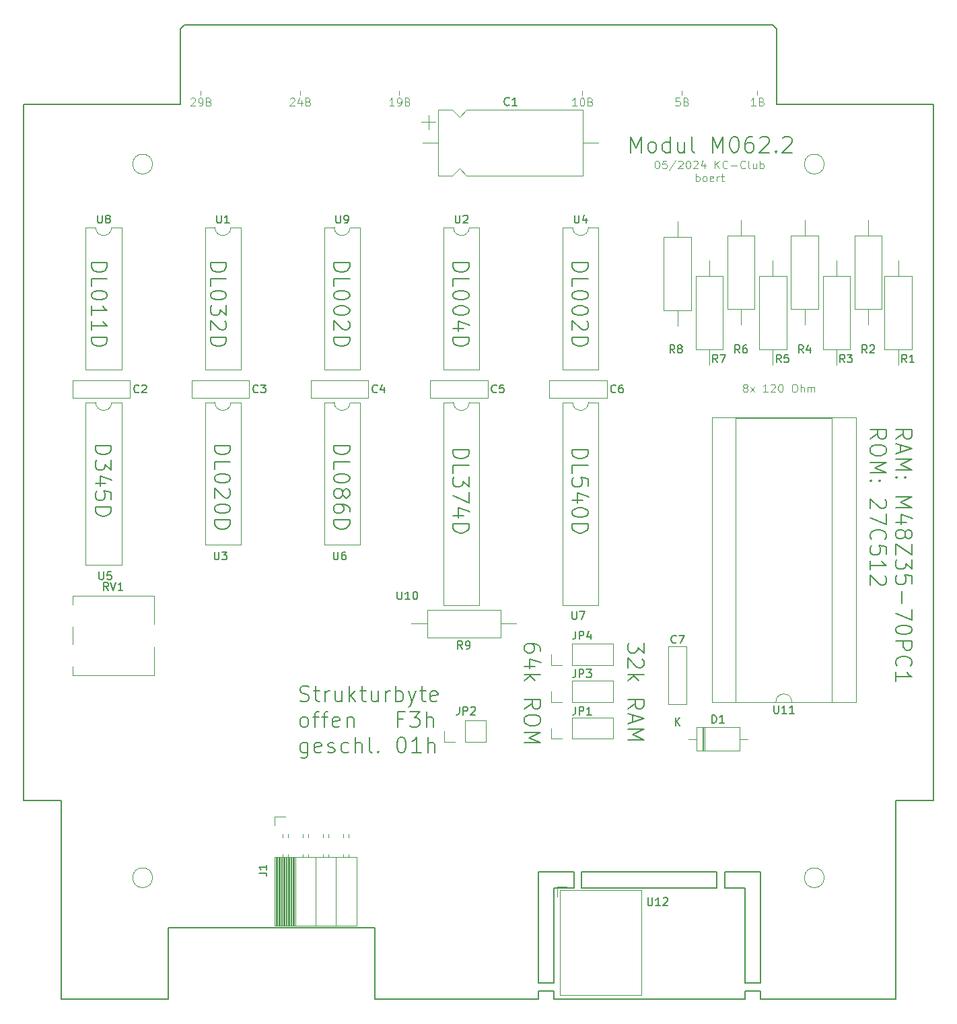
<source format=gbr>
%TF.GenerationSoftware,KiCad,Pcbnew,8.0.2*%
%TF.CreationDate,2024-05-13T23:51:40+02:00*%
%TF.ProjectId,M062.2,4d303632-2e32-42e6-9b69-6361645f7063,2*%
%TF.SameCoordinates,Original*%
%TF.FileFunction,Legend,Top*%
%TF.FilePolarity,Positive*%
%FSLAX46Y46*%
G04 Gerber Fmt 4.6, Leading zero omitted, Abs format (unit mm)*
G04 Created by KiCad (PCBNEW 8.0.2) date 2024-05-13 23:51:40*
%MOMM*%
%LPD*%
G01*
G04 APERTURE LIST*
%ADD10C,0.100000*%
%ADD11C,0.200000*%
%ADD12C,0.150000*%
%ADD13C,0.120000*%
%TA.AperFunction,Profile*%
%ADD14C,0.150000*%
%TD*%
%TA.AperFunction,Profile*%
%ADD15C,0.120000*%
%TD*%
G04 APERTURE END LIST*
D10*
X177500000Y-49500000D02*
X177500000Y-50000000D01*
X129500000Y-49500000D02*
X129500000Y-50000000D01*
X187000000Y-49500000D02*
X187000000Y-50000000D01*
X117000000Y-49500000D02*
X117000000Y-50000000D01*
X165000000Y-49500000D02*
X165000000Y-50000000D01*
X142000000Y-49500000D02*
X142000000Y-50000000D01*
D11*
X103255161Y-71107768D02*
X105255161Y-71107768D01*
X105255161Y-71107768D02*
X105255161Y-71583958D01*
X105255161Y-71583958D02*
X105159923Y-71869673D01*
X105159923Y-71869673D02*
X104969447Y-72060149D01*
X104969447Y-72060149D02*
X104778971Y-72155387D01*
X104778971Y-72155387D02*
X104398019Y-72250625D01*
X104398019Y-72250625D02*
X104112304Y-72250625D01*
X104112304Y-72250625D02*
X103731352Y-72155387D01*
X103731352Y-72155387D02*
X103540876Y-72060149D01*
X103540876Y-72060149D02*
X103350400Y-71869673D01*
X103350400Y-71869673D02*
X103255161Y-71583958D01*
X103255161Y-71583958D02*
X103255161Y-71107768D01*
X103255161Y-74060149D02*
X103255161Y-73107768D01*
X103255161Y-73107768D02*
X105255161Y-73107768D01*
X105255161Y-75107768D02*
X105255161Y-75298245D01*
X105255161Y-75298245D02*
X105159923Y-75488721D01*
X105159923Y-75488721D02*
X105064685Y-75583959D01*
X105064685Y-75583959D02*
X104874209Y-75679197D01*
X104874209Y-75679197D02*
X104493257Y-75774435D01*
X104493257Y-75774435D02*
X104017066Y-75774435D01*
X104017066Y-75774435D02*
X103636114Y-75679197D01*
X103636114Y-75679197D02*
X103445638Y-75583959D01*
X103445638Y-75583959D02*
X103350400Y-75488721D01*
X103350400Y-75488721D02*
X103255161Y-75298245D01*
X103255161Y-75298245D02*
X103255161Y-75107768D01*
X103255161Y-75107768D02*
X103350400Y-74917292D01*
X103350400Y-74917292D02*
X103445638Y-74822054D01*
X103445638Y-74822054D02*
X103636114Y-74726816D01*
X103636114Y-74726816D02*
X104017066Y-74631578D01*
X104017066Y-74631578D02*
X104493257Y-74631578D01*
X104493257Y-74631578D02*
X104874209Y-74726816D01*
X104874209Y-74726816D02*
X105064685Y-74822054D01*
X105064685Y-74822054D02*
X105159923Y-74917292D01*
X105159923Y-74917292D02*
X105255161Y-75107768D01*
X103255161Y-77679197D02*
X103255161Y-76536340D01*
X103255161Y-77107768D02*
X105255161Y-77107768D01*
X105255161Y-77107768D02*
X104969447Y-76917292D01*
X104969447Y-76917292D02*
X104778971Y-76726816D01*
X104778971Y-76726816D02*
X104683733Y-76536340D01*
X103255161Y-79583959D02*
X103255161Y-78441102D01*
X103255161Y-79012530D02*
X105255161Y-79012530D01*
X105255161Y-79012530D02*
X104969447Y-78822054D01*
X104969447Y-78822054D02*
X104778971Y-78631578D01*
X104778971Y-78631578D02*
X104683733Y-78441102D01*
X103255161Y-80441102D02*
X105255161Y-80441102D01*
X105255161Y-80441102D02*
X105255161Y-80917292D01*
X105255161Y-80917292D02*
X105159923Y-81203007D01*
X105159923Y-81203007D02*
X104969447Y-81393483D01*
X104969447Y-81393483D02*
X104778971Y-81488721D01*
X104778971Y-81488721D02*
X104398019Y-81583959D01*
X104398019Y-81583959D02*
X104112304Y-81583959D01*
X104112304Y-81583959D02*
X103731352Y-81488721D01*
X103731352Y-81488721D02*
X103540876Y-81393483D01*
X103540876Y-81393483D02*
X103350400Y-81203007D01*
X103350400Y-81203007D02*
X103255161Y-80917292D01*
X103255161Y-80917292D02*
X103255161Y-80441102D01*
X163755161Y-71107768D02*
X165755161Y-71107768D01*
X165755161Y-71107768D02*
X165755161Y-71583958D01*
X165755161Y-71583958D02*
X165659923Y-71869673D01*
X165659923Y-71869673D02*
X165469447Y-72060149D01*
X165469447Y-72060149D02*
X165278971Y-72155387D01*
X165278971Y-72155387D02*
X164898019Y-72250625D01*
X164898019Y-72250625D02*
X164612304Y-72250625D01*
X164612304Y-72250625D02*
X164231352Y-72155387D01*
X164231352Y-72155387D02*
X164040876Y-72060149D01*
X164040876Y-72060149D02*
X163850400Y-71869673D01*
X163850400Y-71869673D02*
X163755161Y-71583958D01*
X163755161Y-71583958D02*
X163755161Y-71107768D01*
X163755161Y-74060149D02*
X163755161Y-73107768D01*
X163755161Y-73107768D02*
X165755161Y-73107768D01*
X165755161Y-75107768D02*
X165755161Y-75298245D01*
X165755161Y-75298245D02*
X165659923Y-75488721D01*
X165659923Y-75488721D02*
X165564685Y-75583959D01*
X165564685Y-75583959D02*
X165374209Y-75679197D01*
X165374209Y-75679197D02*
X164993257Y-75774435D01*
X164993257Y-75774435D02*
X164517066Y-75774435D01*
X164517066Y-75774435D02*
X164136114Y-75679197D01*
X164136114Y-75679197D02*
X163945638Y-75583959D01*
X163945638Y-75583959D02*
X163850400Y-75488721D01*
X163850400Y-75488721D02*
X163755161Y-75298245D01*
X163755161Y-75298245D02*
X163755161Y-75107768D01*
X163755161Y-75107768D02*
X163850400Y-74917292D01*
X163850400Y-74917292D02*
X163945638Y-74822054D01*
X163945638Y-74822054D02*
X164136114Y-74726816D01*
X164136114Y-74726816D02*
X164517066Y-74631578D01*
X164517066Y-74631578D02*
X164993257Y-74631578D01*
X164993257Y-74631578D02*
X165374209Y-74726816D01*
X165374209Y-74726816D02*
X165564685Y-74822054D01*
X165564685Y-74822054D02*
X165659923Y-74917292D01*
X165659923Y-74917292D02*
X165755161Y-75107768D01*
X165755161Y-77012530D02*
X165755161Y-77203007D01*
X165755161Y-77203007D02*
X165659923Y-77393483D01*
X165659923Y-77393483D02*
X165564685Y-77488721D01*
X165564685Y-77488721D02*
X165374209Y-77583959D01*
X165374209Y-77583959D02*
X164993257Y-77679197D01*
X164993257Y-77679197D02*
X164517066Y-77679197D01*
X164517066Y-77679197D02*
X164136114Y-77583959D01*
X164136114Y-77583959D02*
X163945638Y-77488721D01*
X163945638Y-77488721D02*
X163850400Y-77393483D01*
X163850400Y-77393483D02*
X163755161Y-77203007D01*
X163755161Y-77203007D02*
X163755161Y-77012530D01*
X163755161Y-77012530D02*
X163850400Y-76822054D01*
X163850400Y-76822054D02*
X163945638Y-76726816D01*
X163945638Y-76726816D02*
X164136114Y-76631578D01*
X164136114Y-76631578D02*
X164517066Y-76536340D01*
X164517066Y-76536340D02*
X164993257Y-76536340D01*
X164993257Y-76536340D02*
X165374209Y-76631578D01*
X165374209Y-76631578D02*
X165564685Y-76726816D01*
X165564685Y-76726816D02*
X165659923Y-76822054D01*
X165659923Y-76822054D02*
X165755161Y-77012530D01*
X165564685Y-78441102D02*
X165659923Y-78536340D01*
X165659923Y-78536340D02*
X165755161Y-78726816D01*
X165755161Y-78726816D02*
X165755161Y-79203007D01*
X165755161Y-79203007D02*
X165659923Y-79393483D01*
X165659923Y-79393483D02*
X165564685Y-79488721D01*
X165564685Y-79488721D02*
X165374209Y-79583959D01*
X165374209Y-79583959D02*
X165183733Y-79583959D01*
X165183733Y-79583959D02*
X164898019Y-79488721D01*
X164898019Y-79488721D02*
X163755161Y-78345864D01*
X163755161Y-78345864D02*
X163755161Y-79583959D01*
X163755161Y-80441102D02*
X165755161Y-80441102D01*
X165755161Y-80441102D02*
X165755161Y-80917292D01*
X165755161Y-80917292D02*
X165659923Y-81203007D01*
X165659923Y-81203007D02*
X165469447Y-81393483D01*
X165469447Y-81393483D02*
X165278971Y-81488721D01*
X165278971Y-81488721D02*
X164898019Y-81583959D01*
X164898019Y-81583959D02*
X164612304Y-81583959D01*
X164612304Y-81583959D02*
X164231352Y-81488721D01*
X164231352Y-81488721D02*
X164040876Y-81393483D01*
X164040876Y-81393483D02*
X163850400Y-81203007D01*
X163850400Y-81203007D02*
X163755161Y-80917292D01*
X163755161Y-80917292D02*
X163755161Y-80441102D01*
X172755161Y-118917292D02*
X172755161Y-120155387D01*
X172755161Y-120155387D02*
X171993257Y-119488720D01*
X171993257Y-119488720D02*
X171993257Y-119774435D01*
X171993257Y-119774435D02*
X171898019Y-119964911D01*
X171898019Y-119964911D02*
X171802780Y-120060149D01*
X171802780Y-120060149D02*
X171612304Y-120155387D01*
X171612304Y-120155387D02*
X171136114Y-120155387D01*
X171136114Y-120155387D02*
X170945638Y-120060149D01*
X170945638Y-120060149D02*
X170850400Y-119964911D01*
X170850400Y-119964911D02*
X170755161Y-119774435D01*
X170755161Y-119774435D02*
X170755161Y-119203006D01*
X170755161Y-119203006D02*
X170850400Y-119012530D01*
X170850400Y-119012530D02*
X170945638Y-118917292D01*
X172564685Y-120917292D02*
X172659923Y-121012530D01*
X172659923Y-121012530D02*
X172755161Y-121203006D01*
X172755161Y-121203006D02*
X172755161Y-121679197D01*
X172755161Y-121679197D02*
X172659923Y-121869673D01*
X172659923Y-121869673D02*
X172564685Y-121964911D01*
X172564685Y-121964911D02*
X172374209Y-122060149D01*
X172374209Y-122060149D02*
X172183733Y-122060149D01*
X172183733Y-122060149D02*
X171898019Y-121964911D01*
X171898019Y-121964911D02*
X170755161Y-120822054D01*
X170755161Y-120822054D02*
X170755161Y-122060149D01*
X170755161Y-122917292D02*
X172755161Y-122917292D01*
X171517066Y-123107768D02*
X170755161Y-123679197D01*
X172088495Y-123679197D02*
X171326590Y-122917292D01*
X170755161Y-127203007D02*
X171707542Y-126536340D01*
X170755161Y-126060150D02*
X172755161Y-126060150D01*
X172755161Y-126060150D02*
X172755161Y-126822055D01*
X172755161Y-126822055D02*
X172659923Y-127012531D01*
X172659923Y-127012531D02*
X172564685Y-127107769D01*
X172564685Y-127107769D02*
X172374209Y-127203007D01*
X172374209Y-127203007D02*
X172088495Y-127203007D01*
X172088495Y-127203007D02*
X171898019Y-127107769D01*
X171898019Y-127107769D02*
X171802780Y-127012531D01*
X171802780Y-127012531D02*
X171707542Y-126822055D01*
X171707542Y-126822055D02*
X171707542Y-126060150D01*
X171326590Y-127964912D02*
X171326590Y-128917293D01*
X170755161Y-127774436D02*
X172755161Y-128441102D01*
X172755161Y-128441102D02*
X170755161Y-129107769D01*
X170755161Y-129774436D02*
X172755161Y-129774436D01*
X172755161Y-129774436D02*
X171326590Y-130441103D01*
X171326590Y-130441103D02*
X172755161Y-131107769D01*
X172755161Y-131107769D02*
X170755161Y-131107769D01*
X133755161Y-71107768D02*
X135755161Y-71107768D01*
X135755161Y-71107768D02*
X135755161Y-71583958D01*
X135755161Y-71583958D02*
X135659923Y-71869673D01*
X135659923Y-71869673D02*
X135469447Y-72060149D01*
X135469447Y-72060149D02*
X135278971Y-72155387D01*
X135278971Y-72155387D02*
X134898019Y-72250625D01*
X134898019Y-72250625D02*
X134612304Y-72250625D01*
X134612304Y-72250625D02*
X134231352Y-72155387D01*
X134231352Y-72155387D02*
X134040876Y-72060149D01*
X134040876Y-72060149D02*
X133850400Y-71869673D01*
X133850400Y-71869673D02*
X133755161Y-71583958D01*
X133755161Y-71583958D02*
X133755161Y-71107768D01*
X133755161Y-74060149D02*
X133755161Y-73107768D01*
X133755161Y-73107768D02*
X135755161Y-73107768D01*
X135755161Y-75107768D02*
X135755161Y-75298245D01*
X135755161Y-75298245D02*
X135659923Y-75488721D01*
X135659923Y-75488721D02*
X135564685Y-75583959D01*
X135564685Y-75583959D02*
X135374209Y-75679197D01*
X135374209Y-75679197D02*
X134993257Y-75774435D01*
X134993257Y-75774435D02*
X134517066Y-75774435D01*
X134517066Y-75774435D02*
X134136114Y-75679197D01*
X134136114Y-75679197D02*
X133945638Y-75583959D01*
X133945638Y-75583959D02*
X133850400Y-75488721D01*
X133850400Y-75488721D02*
X133755161Y-75298245D01*
X133755161Y-75298245D02*
X133755161Y-75107768D01*
X133755161Y-75107768D02*
X133850400Y-74917292D01*
X133850400Y-74917292D02*
X133945638Y-74822054D01*
X133945638Y-74822054D02*
X134136114Y-74726816D01*
X134136114Y-74726816D02*
X134517066Y-74631578D01*
X134517066Y-74631578D02*
X134993257Y-74631578D01*
X134993257Y-74631578D02*
X135374209Y-74726816D01*
X135374209Y-74726816D02*
X135564685Y-74822054D01*
X135564685Y-74822054D02*
X135659923Y-74917292D01*
X135659923Y-74917292D02*
X135755161Y-75107768D01*
X135755161Y-77012530D02*
X135755161Y-77203007D01*
X135755161Y-77203007D02*
X135659923Y-77393483D01*
X135659923Y-77393483D02*
X135564685Y-77488721D01*
X135564685Y-77488721D02*
X135374209Y-77583959D01*
X135374209Y-77583959D02*
X134993257Y-77679197D01*
X134993257Y-77679197D02*
X134517066Y-77679197D01*
X134517066Y-77679197D02*
X134136114Y-77583959D01*
X134136114Y-77583959D02*
X133945638Y-77488721D01*
X133945638Y-77488721D02*
X133850400Y-77393483D01*
X133850400Y-77393483D02*
X133755161Y-77203007D01*
X133755161Y-77203007D02*
X133755161Y-77012530D01*
X133755161Y-77012530D02*
X133850400Y-76822054D01*
X133850400Y-76822054D02*
X133945638Y-76726816D01*
X133945638Y-76726816D02*
X134136114Y-76631578D01*
X134136114Y-76631578D02*
X134517066Y-76536340D01*
X134517066Y-76536340D02*
X134993257Y-76536340D01*
X134993257Y-76536340D02*
X135374209Y-76631578D01*
X135374209Y-76631578D02*
X135564685Y-76726816D01*
X135564685Y-76726816D02*
X135659923Y-76822054D01*
X135659923Y-76822054D02*
X135755161Y-77012530D01*
X135564685Y-78441102D02*
X135659923Y-78536340D01*
X135659923Y-78536340D02*
X135755161Y-78726816D01*
X135755161Y-78726816D02*
X135755161Y-79203007D01*
X135755161Y-79203007D02*
X135659923Y-79393483D01*
X135659923Y-79393483D02*
X135564685Y-79488721D01*
X135564685Y-79488721D02*
X135374209Y-79583959D01*
X135374209Y-79583959D02*
X135183733Y-79583959D01*
X135183733Y-79583959D02*
X134898019Y-79488721D01*
X134898019Y-79488721D02*
X133755161Y-78345864D01*
X133755161Y-78345864D02*
X133755161Y-79583959D01*
X133755161Y-80441102D02*
X135755161Y-80441102D01*
X135755161Y-80441102D02*
X135755161Y-80917292D01*
X135755161Y-80917292D02*
X135659923Y-81203007D01*
X135659923Y-81203007D02*
X135469447Y-81393483D01*
X135469447Y-81393483D02*
X135278971Y-81488721D01*
X135278971Y-81488721D02*
X134898019Y-81583959D01*
X134898019Y-81583959D02*
X134612304Y-81583959D01*
X134612304Y-81583959D02*
X134231352Y-81488721D01*
X134231352Y-81488721D02*
X134040876Y-81393483D01*
X134040876Y-81393483D02*
X133850400Y-81203007D01*
X133850400Y-81203007D02*
X133755161Y-80917292D01*
X133755161Y-80917292D02*
X133755161Y-80441102D01*
D10*
X164327693Y-51372419D02*
X163756265Y-51372419D01*
X164041979Y-51372419D02*
X164041979Y-50372419D01*
X164041979Y-50372419D02*
X163946741Y-50515276D01*
X163946741Y-50515276D02*
X163851503Y-50610514D01*
X163851503Y-50610514D02*
X163756265Y-50658133D01*
X164946741Y-50372419D02*
X165041979Y-50372419D01*
X165041979Y-50372419D02*
X165137217Y-50420038D01*
X165137217Y-50420038D02*
X165184836Y-50467657D01*
X165184836Y-50467657D02*
X165232455Y-50562895D01*
X165232455Y-50562895D02*
X165280074Y-50753371D01*
X165280074Y-50753371D02*
X165280074Y-50991466D01*
X165280074Y-50991466D02*
X165232455Y-51181942D01*
X165232455Y-51181942D02*
X165184836Y-51277180D01*
X165184836Y-51277180D02*
X165137217Y-51324800D01*
X165137217Y-51324800D02*
X165041979Y-51372419D01*
X165041979Y-51372419D02*
X164946741Y-51372419D01*
X164946741Y-51372419D02*
X164851503Y-51324800D01*
X164851503Y-51324800D02*
X164803884Y-51277180D01*
X164803884Y-51277180D02*
X164756265Y-51181942D01*
X164756265Y-51181942D02*
X164708646Y-50991466D01*
X164708646Y-50991466D02*
X164708646Y-50753371D01*
X164708646Y-50753371D02*
X164756265Y-50562895D01*
X164756265Y-50562895D02*
X164803884Y-50467657D01*
X164803884Y-50467657D02*
X164851503Y-50420038D01*
X164851503Y-50420038D02*
X164946741Y-50372419D01*
X166041979Y-50848609D02*
X166184836Y-50896228D01*
X166184836Y-50896228D02*
X166232455Y-50943847D01*
X166232455Y-50943847D02*
X166280074Y-51039085D01*
X166280074Y-51039085D02*
X166280074Y-51181942D01*
X166280074Y-51181942D02*
X166232455Y-51277180D01*
X166232455Y-51277180D02*
X166184836Y-51324800D01*
X166184836Y-51324800D02*
X166089598Y-51372419D01*
X166089598Y-51372419D02*
X165708646Y-51372419D01*
X165708646Y-51372419D02*
X165708646Y-50372419D01*
X165708646Y-50372419D02*
X166041979Y-50372419D01*
X166041979Y-50372419D02*
X166137217Y-50420038D01*
X166137217Y-50420038D02*
X166184836Y-50467657D01*
X166184836Y-50467657D02*
X166232455Y-50562895D01*
X166232455Y-50562895D02*
X166232455Y-50658133D01*
X166232455Y-50658133D02*
X166184836Y-50753371D01*
X166184836Y-50753371D02*
X166137217Y-50800990D01*
X166137217Y-50800990D02*
X166041979Y-50848609D01*
X166041979Y-50848609D02*
X165708646Y-50848609D01*
X185446741Y-86800990D02*
X185351503Y-86753371D01*
X185351503Y-86753371D02*
X185303884Y-86705752D01*
X185303884Y-86705752D02*
X185256265Y-86610514D01*
X185256265Y-86610514D02*
X185256265Y-86562895D01*
X185256265Y-86562895D02*
X185303884Y-86467657D01*
X185303884Y-86467657D02*
X185351503Y-86420038D01*
X185351503Y-86420038D02*
X185446741Y-86372419D01*
X185446741Y-86372419D02*
X185637217Y-86372419D01*
X185637217Y-86372419D02*
X185732455Y-86420038D01*
X185732455Y-86420038D02*
X185780074Y-86467657D01*
X185780074Y-86467657D02*
X185827693Y-86562895D01*
X185827693Y-86562895D02*
X185827693Y-86610514D01*
X185827693Y-86610514D02*
X185780074Y-86705752D01*
X185780074Y-86705752D02*
X185732455Y-86753371D01*
X185732455Y-86753371D02*
X185637217Y-86800990D01*
X185637217Y-86800990D02*
X185446741Y-86800990D01*
X185446741Y-86800990D02*
X185351503Y-86848609D01*
X185351503Y-86848609D02*
X185303884Y-86896228D01*
X185303884Y-86896228D02*
X185256265Y-86991466D01*
X185256265Y-86991466D02*
X185256265Y-87181942D01*
X185256265Y-87181942D02*
X185303884Y-87277180D01*
X185303884Y-87277180D02*
X185351503Y-87324800D01*
X185351503Y-87324800D02*
X185446741Y-87372419D01*
X185446741Y-87372419D02*
X185637217Y-87372419D01*
X185637217Y-87372419D02*
X185732455Y-87324800D01*
X185732455Y-87324800D02*
X185780074Y-87277180D01*
X185780074Y-87277180D02*
X185827693Y-87181942D01*
X185827693Y-87181942D02*
X185827693Y-86991466D01*
X185827693Y-86991466D02*
X185780074Y-86896228D01*
X185780074Y-86896228D02*
X185732455Y-86848609D01*
X185732455Y-86848609D02*
X185637217Y-86800990D01*
X186161027Y-87372419D02*
X186684836Y-86705752D01*
X186161027Y-86705752D02*
X186684836Y-87372419D01*
X188351503Y-87372419D02*
X187780075Y-87372419D01*
X188065789Y-87372419D02*
X188065789Y-86372419D01*
X188065789Y-86372419D02*
X187970551Y-86515276D01*
X187970551Y-86515276D02*
X187875313Y-86610514D01*
X187875313Y-86610514D02*
X187780075Y-86658133D01*
X188732456Y-86467657D02*
X188780075Y-86420038D01*
X188780075Y-86420038D02*
X188875313Y-86372419D01*
X188875313Y-86372419D02*
X189113408Y-86372419D01*
X189113408Y-86372419D02*
X189208646Y-86420038D01*
X189208646Y-86420038D02*
X189256265Y-86467657D01*
X189256265Y-86467657D02*
X189303884Y-86562895D01*
X189303884Y-86562895D02*
X189303884Y-86658133D01*
X189303884Y-86658133D02*
X189256265Y-86800990D01*
X189256265Y-86800990D02*
X188684837Y-87372419D01*
X188684837Y-87372419D02*
X189303884Y-87372419D01*
X189922932Y-86372419D02*
X190018170Y-86372419D01*
X190018170Y-86372419D02*
X190113408Y-86420038D01*
X190113408Y-86420038D02*
X190161027Y-86467657D01*
X190161027Y-86467657D02*
X190208646Y-86562895D01*
X190208646Y-86562895D02*
X190256265Y-86753371D01*
X190256265Y-86753371D02*
X190256265Y-86991466D01*
X190256265Y-86991466D02*
X190208646Y-87181942D01*
X190208646Y-87181942D02*
X190161027Y-87277180D01*
X190161027Y-87277180D02*
X190113408Y-87324800D01*
X190113408Y-87324800D02*
X190018170Y-87372419D01*
X190018170Y-87372419D02*
X189922932Y-87372419D01*
X189922932Y-87372419D02*
X189827694Y-87324800D01*
X189827694Y-87324800D02*
X189780075Y-87277180D01*
X189780075Y-87277180D02*
X189732456Y-87181942D01*
X189732456Y-87181942D02*
X189684837Y-86991466D01*
X189684837Y-86991466D02*
X189684837Y-86753371D01*
X189684837Y-86753371D02*
X189732456Y-86562895D01*
X189732456Y-86562895D02*
X189780075Y-86467657D01*
X189780075Y-86467657D02*
X189827694Y-86420038D01*
X189827694Y-86420038D02*
X189922932Y-86372419D01*
X191637218Y-86372419D02*
X191827694Y-86372419D01*
X191827694Y-86372419D02*
X191922932Y-86420038D01*
X191922932Y-86420038D02*
X192018170Y-86515276D01*
X192018170Y-86515276D02*
X192065789Y-86705752D01*
X192065789Y-86705752D02*
X192065789Y-87039085D01*
X192065789Y-87039085D02*
X192018170Y-87229561D01*
X192018170Y-87229561D02*
X191922932Y-87324800D01*
X191922932Y-87324800D02*
X191827694Y-87372419D01*
X191827694Y-87372419D02*
X191637218Y-87372419D01*
X191637218Y-87372419D02*
X191541980Y-87324800D01*
X191541980Y-87324800D02*
X191446742Y-87229561D01*
X191446742Y-87229561D02*
X191399123Y-87039085D01*
X191399123Y-87039085D02*
X191399123Y-86705752D01*
X191399123Y-86705752D02*
X191446742Y-86515276D01*
X191446742Y-86515276D02*
X191541980Y-86420038D01*
X191541980Y-86420038D02*
X191637218Y-86372419D01*
X192494361Y-87372419D02*
X192494361Y-86372419D01*
X192922932Y-87372419D02*
X192922932Y-86848609D01*
X192922932Y-86848609D02*
X192875313Y-86753371D01*
X192875313Y-86753371D02*
X192780075Y-86705752D01*
X192780075Y-86705752D02*
X192637218Y-86705752D01*
X192637218Y-86705752D02*
X192541980Y-86753371D01*
X192541980Y-86753371D02*
X192494361Y-86800990D01*
X193399123Y-87372419D02*
X193399123Y-86705752D01*
X193399123Y-86800990D02*
X193446742Y-86753371D01*
X193446742Y-86753371D02*
X193541980Y-86705752D01*
X193541980Y-86705752D02*
X193684837Y-86705752D01*
X193684837Y-86705752D02*
X193780075Y-86753371D01*
X193780075Y-86753371D02*
X193827694Y-86848609D01*
X193827694Y-86848609D02*
X193827694Y-87372419D01*
X193827694Y-86848609D02*
X193875313Y-86753371D01*
X193875313Y-86753371D02*
X193970551Y-86705752D01*
X193970551Y-86705752D02*
X194113408Y-86705752D01*
X194113408Y-86705752D02*
X194208647Y-86753371D01*
X194208647Y-86753371D02*
X194256266Y-86848609D01*
X194256266Y-86848609D02*
X194256266Y-87372419D01*
D11*
X148755161Y-94607768D02*
X150755161Y-94607768D01*
X150755161Y-94607768D02*
X150755161Y-95083958D01*
X150755161Y-95083958D02*
X150659923Y-95369673D01*
X150659923Y-95369673D02*
X150469447Y-95560149D01*
X150469447Y-95560149D02*
X150278971Y-95655387D01*
X150278971Y-95655387D02*
X149898019Y-95750625D01*
X149898019Y-95750625D02*
X149612304Y-95750625D01*
X149612304Y-95750625D02*
X149231352Y-95655387D01*
X149231352Y-95655387D02*
X149040876Y-95560149D01*
X149040876Y-95560149D02*
X148850400Y-95369673D01*
X148850400Y-95369673D02*
X148755161Y-95083958D01*
X148755161Y-95083958D02*
X148755161Y-94607768D01*
X148755161Y-97560149D02*
X148755161Y-96607768D01*
X148755161Y-96607768D02*
X150755161Y-96607768D01*
X150755161Y-98036340D02*
X150755161Y-99274435D01*
X150755161Y-99274435D02*
X149993257Y-98607768D01*
X149993257Y-98607768D02*
X149993257Y-98893483D01*
X149993257Y-98893483D02*
X149898019Y-99083959D01*
X149898019Y-99083959D02*
X149802780Y-99179197D01*
X149802780Y-99179197D02*
X149612304Y-99274435D01*
X149612304Y-99274435D02*
X149136114Y-99274435D01*
X149136114Y-99274435D02*
X148945638Y-99179197D01*
X148945638Y-99179197D02*
X148850400Y-99083959D01*
X148850400Y-99083959D02*
X148755161Y-98893483D01*
X148755161Y-98893483D02*
X148755161Y-98322054D01*
X148755161Y-98322054D02*
X148850400Y-98131578D01*
X148850400Y-98131578D02*
X148945638Y-98036340D01*
X150755161Y-99941102D02*
X150755161Y-101274435D01*
X150755161Y-101274435D02*
X148755161Y-100417292D01*
X150088495Y-102893483D02*
X148755161Y-102893483D01*
X150850400Y-102417292D02*
X149421828Y-101941102D01*
X149421828Y-101941102D02*
X149421828Y-103179197D01*
X148755161Y-103941102D02*
X150755161Y-103941102D01*
X150755161Y-103941102D02*
X150755161Y-104417292D01*
X150755161Y-104417292D02*
X150659923Y-104703007D01*
X150659923Y-104703007D02*
X150469447Y-104893483D01*
X150469447Y-104893483D02*
X150278971Y-104988721D01*
X150278971Y-104988721D02*
X149898019Y-105083959D01*
X149898019Y-105083959D02*
X149612304Y-105083959D01*
X149612304Y-105083959D02*
X149231352Y-104988721D01*
X149231352Y-104988721D02*
X149040876Y-104893483D01*
X149040876Y-104893483D02*
X148850400Y-104703007D01*
X148850400Y-104703007D02*
X148755161Y-104417292D01*
X148755161Y-104417292D02*
X148755161Y-103941102D01*
D10*
X177280074Y-50372419D02*
X176803884Y-50372419D01*
X176803884Y-50372419D02*
X176756265Y-50848609D01*
X176756265Y-50848609D02*
X176803884Y-50800990D01*
X176803884Y-50800990D02*
X176899122Y-50753371D01*
X176899122Y-50753371D02*
X177137217Y-50753371D01*
X177137217Y-50753371D02*
X177232455Y-50800990D01*
X177232455Y-50800990D02*
X177280074Y-50848609D01*
X177280074Y-50848609D02*
X177327693Y-50943847D01*
X177327693Y-50943847D02*
X177327693Y-51181942D01*
X177327693Y-51181942D02*
X177280074Y-51277180D01*
X177280074Y-51277180D02*
X177232455Y-51324800D01*
X177232455Y-51324800D02*
X177137217Y-51372419D01*
X177137217Y-51372419D02*
X176899122Y-51372419D01*
X176899122Y-51372419D02*
X176803884Y-51324800D01*
X176803884Y-51324800D02*
X176756265Y-51277180D01*
X178089598Y-50848609D02*
X178232455Y-50896228D01*
X178232455Y-50896228D02*
X178280074Y-50943847D01*
X178280074Y-50943847D02*
X178327693Y-51039085D01*
X178327693Y-51039085D02*
X178327693Y-51181942D01*
X178327693Y-51181942D02*
X178280074Y-51277180D01*
X178280074Y-51277180D02*
X178232455Y-51324800D01*
X178232455Y-51324800D02*
X178137217Y-51372419D01*
X178137217Y-51372419D02*
X177756265Y-51372419D01*
X177756265Y-51372419D02*
X177756265Y-50372419D01*
X177756265Y-50372419D02*
X178089598Y-50372419D01*
X178089598Y-50372419D02*
X178184836Y-50420038D01*
X178184836Y-50420038D02*
X178232455Y-50467657D01*
X178232455Y-50467657D02*
X178280074Y-50562895D01*
X178280074Y-50562895D02*
X178280074Y-50658133D01*
X178280074Y-50658133D02*
X178232455Y-50753371D01*
X178232455Y-50753371D02*
X178184836Y-50800990D01*
X178184836Y-50800990D02*
X178089598Y-50848609D01*
X178089598Y-50848609D02*
X177756265Y-50848609D01*
D11*
X129512530Y-126209824D02*
X129798244Y-126305062D01*
X129798244Y-126305062D02*
X130274435Y-126305062D01*
X130274435Y-126305062D02*
X130464911Y-126209824D01*
X130464911Y-126209824D02*
X130560149Y-126114585D01*
X130560149Y-126114585D02*
X130655387Y-125924109D01*
X130655387Y-125924109D02*
X130655387Y-125733633D01*
X130655387Y-125733633D02*
X130560149Y-125543157D01*
X130560149Y-125543157D02*
X130464911Y-125447919D01*
X130464911Y-125447919D02*
X130274435Y-125352681D01*
X130274435Y-125352681D02*
X129893482Y-125257443D01*
X129893482Y-125257443D02*
X129703006Y-125162204D01*
X129703006Y-125162204D02*
X129607768Y-125066966D01*
X129607768Y-125066966D02*
X129512530Y-124876490D01*
X129512530Y-124876490D02*
X129512530Y-124686014D01*
X129512530Y-124686014D02*
X129607768Y-124495538D01*
X129607768Y-124495538D02*
X129703006Y-124400300D01*
X129703006Y-124400300D02*
X129893482Y-124305062D01*
X129893482Y-124305062D02*
X130369673Y-124305062D01*
X130369673Y-124305062D02*
X130655387Y-124400300D01*
X131226816Y-124971728D02*
X131988720Y-124971728D01*
X131512530Y-124305062D02*
X131512530Y-126019347D01*
X131512530Y-126019347D02*
X131607768Y-126209824D01*
X131607768Y-126209824D02*
X131798244Y-126305062D01*
X131798244Y-126305062D02*
X131988720Y-126305062D01*
X132655387Y-126305062D02*
X132655387Y-124971728D01*
X132655387Y-125352681D02*
X132750625Y-125162204D01*
X132750625Y-125162204D02*
X132845863Y-125066966D01*
X132845863Y-125066966D02*
X133036339Y-124971728D01*
X133036339Y-124971728D02*
X133226816Y-124971728D01*
X134750625Y-124971728D02*
X134750625Y-126305062D01*
X133893482Y-124971728D02*
X133893482Y-126019347D01*
X133893482Y-126019347D02*
X133988720Y-126209824D01*
X133988720Y-126209824D02*
X134179196Y-126305062D01*
X134179196Y-126305062D02*
X134464911Y-126305062D01*
X134464911Y-126305062D02*
X134655387Y-126209824D01*
X134655387Y-126209824D02*
X134750625Y-126114585D01*
X135703006Y-126305062D02*
X135703006Y-124305062D01*
X135893482Y-125543157D02*
X136464911Y-126305062D01*
X136464911Y-124971728D02*
X135703006Y-125733633D01*
X137036340Y-124971728D02*
X137798244Y-124971728D01*
X137322054Y-124305062D02*
X137322054Y-126019347D01*
X137322054Y-126019347D02*
X137417292Y-126209824D01*
X137417292Y-126209824D02*
X137607768Y-126305062D01*
X137607768Y-126305062D02*
X137798244Y-126305062D01*
X139322054Y-124971728D02*
X139322054Y-126305062D01*
X138464911Y-124971728D02*
X138464911Y-126019347D01*
X138464911Y-126019347D02*
X138560149Y-126209824D01*
X138560149Y-126209824D02*
X138750625Y-126305062D01*
X138750625Y-126305062D02*
X139036340Y-126305062D01*
X139036340Y-126305062D02*
X139226816Y-126209824D01*
X139226816Y-126209824D02*
X139322054Y-126114585D01*
X140274435Y-126305062D02*
X140274435Y-124971728D01*
X140274435Y-125352681D02*
X140369673Y-125162204D01*
X140369673Y-125162204D02*
X140464911Y-125066966D01*
X140464911Y-125066966D02*
X140655387Y-124971728D01*
X140655387Y-124971728D02*
X140845864Y-124971728D01*
X141512530Y-126305062D02*
X141512530Y-124305062D01*
X141512530Y-125066966D02*
X141703006Y-124971728D01*
X141703006Y-124971728D02*
X142083959Y-124971728D01*
X142083959Y-124971728D02*
X142274435Y-125066966D01*
X142274435Y-125066966D02*
X142369673Y-125162204D01*
X142369673Y-125162204D02*
X142464911Y-125352681D01*
X142464911Y-125352681D02*
X142464911Y-125924109D01*
X142464911Y-125924109D02*
X142369673Y-126114585D01*
X142369673Y-126114585D02*
X142274435Y-126209824D01*
X142274435Y-126209824D02*
X142083959Y-126305062D01*
X142083959Y-126305062D02*
X141703006Y-126305062D01*
X141703006Y-126305062D02*
X141512530Y-126209824D01*
X143131578Y-124971728D02*
X143607768Y-126305062D01*
X144083959Y-124971728D02*
X143607768Y-126305062D01*
X143607768Y-126305062D02*
X143417292Y-126781252D01*
X143417292Y-126781252D02*
X143322054Y-126876490D01*
X143322054Y-126876490D02*
X143131578Y-126971728D01*
X144560150Y-124971728D02*
X145322054Y-124971728D01*
X144845864Y-124305062D02*
X144845864Y-126019347D01*
X144845864Y-126019347D02*
X144941102Y-126209824D01*
X144941102Y-126209824D02*
X145131578Y-126305062D01*
X145131578Y-126305062D02*
X145322054Y-126305062D01*
X146750626Y-126209824D02*
X146560150Y-126305062D01*
X146560150Y-126305062D02*
X146179197Y-126305062D01*
X146179197Y-126305062D02*
X145988721Y-126209824D01*
X145988721Y-126209824D02*
X145893483Y-126019347D01*
X145893483Y-126019347D02*
X145893483Y-125257443D01*
X145893483Y-125257443D02*
X145988721Y-125066966D01*
X145988721Y-125066966D02*
X146179197Y-124971728D01*
X146179197Y-124971728D02*
X146560150Y-124971728D01*
X146560150Y-124971728D02*
X146750626Y-125066966D01*
X146750626Y-125066966D02*
X146845864Y-125257443D01*
X146845864Y-125257443D02*
X146845864Y-125447919D01*
X146845864Y-125447919D02*
X145893483Y-125638395D01*
X129893482Y-129524950D02*
X129703006Y-129429712D01*
X129703006Y-129429712D02*
X129607768Y-129334473D01*
X129607768Y-129334473D02*
X129512530Y-129143997D01*
X129512530Y-129143997D02*
X129512530Y-128572569D01*
X129512530Y-128572569D02*
X129607768Y-128382092D01*
X129607768Y-128382092D02*
X129703006Y-128286854D01*
X129703006Y-128286854D02*
X129893482Y-128191616D01*
X129893482Y-128191616D02*
X130179197Y-128191616D01*
X130179197Y-128191616D02*
X130369673Y-128286854D01*
X130369673Y-128286854D02*
X130464911Y-128382092D01*
X130464911Y-128382092D02*
X130560149Y-128572569D01*
X130560149Y-128572569D02*
X130560149Y-129143997D01*
X130560149Y-129143997D02*
X130464911Y-129334473D01*
X130464911Y-129334473D02*
X130369673Y-129429712D01*
X130369673Y-129429712D02*
X130179197Y-129524950D01*
X130179197Y-129524950D02*
X129893482Y-129524950D01*
X131131578Y-128191616D02*
X131893482Y-128191616D01*
X131417292Y-129524950D02*
X131417292Y-127810664D01*
X131417292Y-127810664D02*
X131512530Y-127620188D01*
X131512530Y-127620188D02*
X131703006Y-127524950D01*
X131703006Y-127524950D02*
X131893482Y-127524950D01*
X132274435Y-128191616D02*
X133036339Y-128191616D01*
X132560149Y-129524950D02*
X132560149Y-127810664D01*
X132560149Y-127810664D02*
X132655387Y-127620188D01*
X132655387Y-127620188D02*
X132845863Y-127524950D01*
X132845863Y-127524950D02*
X133036339Y-127524950D01*
X134464911Y-129429712D02*
X134274435Y-129524950D01*
X134274435Y-129524950D02*
X133893482Y-129524950D01*
X133893482Y-129524950D02*
X133703006Y-129429712D01*
X133703006Y-129429712D02*
X133607768Y-129239235D01*
X133607768Y-129239235D02*
X133607768Y-128477331D01*
X133607768Y-128477331D02*
X133703006Y-128286854D01*
X133703006Y-128286854D02*
X133893482Y-128191616D01*
X133893482Y-128191616D02*
X134274435Y-128191616D01*
X134274435Y-128191616D02*
X134464911Y-128286854D01*
X134464911Y-128286854D02*
X134560149Y-128477331D01*
X134560149Y-128477331D02*
X134560149Y-128667807D01*
X134560149Y-128667807D02*
X133607768Y-128858283D01*
X135417292Y-128191616D02*
X135417292Y-129524950D01*
X135417292Y-128382092D02*
X135512530Y-128286854D01*
X135512530Y-128286854D02*
X135703006Y-128191616D01*
X135703006Y-128191616D02*
X135988721Y-128191616D01*
X135988721Y-128191616D02*
X136179197Y-128286854D01*
X136179197Y-128286854D02*
X136274435Y-128477331D01*
X136274435Y-128477331D02*
X136274435Y-129524950D01*
X142464913Y-128477331D02*
X141798246Y-128477331D01*
X141798246Y-129524950D02*
X141798246Y-127524950D01*
X141798246Y-127524950D02*
X142750627Y-127524950D01*
X143322056Y-127524950D02*
X144560151Y-127524950D01*
X144560151Y-127524950D02*
X143893484Y-128286854D01*
X143893484Y-128286854D02*
X144179199Y-128286854D01*
X144179199Y-128286854D02*
X144369675Y-128382092D01*
X144369675Y-128382092D02*
X144464913Y-128477331D01*
X144464913Y-128477331D02*
X144560151Y-128667807D01*
X144560151Y-128667807D02*
X144560151Y-129143997D01*
X144560151Y-129143997D02*
X144464913Y-129334473D01*
X144464913Y-129334473D02*
X144369675Y-129429712D01*
X144369675Y-129429712D02*
X144179199Y-129524950D01*
X144179199Y-129524950D02*
X143607770Y-129524950D01*
X143607770Y-129524950D02*
X143417294Y-129429712D01*
X143417294Y-129429712D02*
X143322056Y-129334473D01*
X145417294Y-129524950D02*
X145417294Y-127524950D01*
X146274437Y-129524950D02*
X146274437Y-128477331D01*
X146274437Y-128477331D02*
X146179199Y-128286854D01*
X146179199Y-128286854D02*
X145988723Y-128191616D01*
X145988723Y-128191616D02*
X145703008Y-128191616D01*
X145703008Y-128191616D02*
X145512532Y-128286854D01*
X145512532Y-128286854D02*
X145417294Y-128382092D01*
X130464911Y-131411504D02*
X130464911Y-133030552D01*
X130464911Y-133030552D02*
X130369673Y-133221028D01*
X130369673Y-133221028D02*
X130274435Y-133316266D01*
X130274435Y-133316266D02*
X130083958Y-133411504D01*
X130083958Y-133411504D02*
X129798244Y-133411504D01*
X129798244Y-133411504D02*
X129607768Y-133316266D01*
X130464911Y-132649600D02*
X130274435Y-132744838D01*
X130274435Y-132744838D02*
X129893482Y-132744838D01*
X129893482Y-132744838D02*
X129703006Y-132649600D01*
X129703006Y-132649600D02*
X129607768Y-132554361D01*
X129607768Y-132554361D02*
X129512530Y-132363885D01*
X129512530Y-132363885D02*
X129512530Y-131792457D01*
X129512530Y-131792457D02*
X129607768Y-131601980D01*
X129607768Y-131601980D02*
X129703006Y-131506742D01*
X129703006Y-131506742D02*
X129893482Y-131411504D01*
X129893482Y-131411504D02*
X130274435Y-131411504D01*
X130274435Y-131411504D02*
X130464911Y-131506742D01*
X132179197Y-132649600D02*
X131988721Y-132744838D01*
X131988721Y-132744838D02*
X131607768Y-132744838D01*
X131607768Y-132744838D02*
X131417292Y-132649600D01*
X131417292Y-132649600D02*
X131322054Y-132459123D01*
X131322054Y-132459123D02*
X131322054Y-131697219D01*
X131322054Y-131697219D02*
X131417292Y-131506742D01*
X131417292Y-131506742D02*
X131607768Y-131411504D01*
X131607768Y-131411504D02*
X131988721Y-131411504D01*
X131988721Y-131411504D02*
X132179197Y-131506742D01*
X132179197Y-131506742D02*
X132274435Y-131697219D01*
X132274435Y-131697219D02*
X132274435Y-131887695D01*
X132274435Y-131887695D02*
X131322054Y-132078171D01*
X133036340Y-132649600D02*
X133226816Y-132744838D01*
X133226816Y-132744838D02*
X133607768Y-132744838D01*
X133607768Y-132744838D02*
X133798245Y-132649600D01*
X133798245Y-132649600D02*
X133893483Y-132459123D01*
X133893483Y-132459123D02*
X133893483Y-132363885D01*
X133893483Y-132363885D02*
X133798245Y-132173409D01*
X133798245Y-132173409D02*
X133607768Y-132078171D01*
X133607768Y-132078171D02*
X133322054Y-132078171D01*
X133322054Y-132078171D02*
X133131578Y-131982933D01*
X133131578Y-131982933D02*
X133036340Y-131792457D01*
X133036340Y-131792457D02*
X133036340Y-131697219D01*
X133036340Y-131697219D02*
X133131578Y-131506742D01*
X133131578Y-131506742D02*
X133322054Y-131411504D01*
X133322054Y-131411504D02*
X133607768Y-131411504D01*
X133607768Y-131411504D02*
X133798245Y-131506742D01*
X135607769Y-132649600D02*
X135417293Y-132744838D01*
X135417293Y-132744838D02*
X135036340Y-132744838D01*
X135036340Y-132744838D02*
X134845864Y-132649600D01*
X134845864Y-132649600D02*
X134750626Y-132554361D01*
X134750626Y-132554361D02*
X134655388Y-132363885D01*
X134655388Y-132363885D02*
X134655388Y-131792457D01*
X134655388Y-131792457D02*
X134750626Y-131601980D01*
X134750626Y-131601980D02*
X134845864Y-131506742D01*
X134845864Y-131506742D02*
X135036340Y-131411504D01*
X135036340Y-131411504D02*
X135417293Y-131411504D01*
X135417293Y-131411504D02*
X135607769Y-131506742D01*
X136464912Y-132744838D02*
X136464912Y-130744838D01*
X137322055Y-132744838D02*
X137322055Y-131697219D01*
X137322055Y-131697219D02*
X137226817Y-131506742D01*
X137226817Y-131506742D02*
X137036341Y-131411504D01*
X137036341Y-131411504D02*
X136750626Y-131411504D01*
X136750626Y-131411504D02*
X136560150Y-131506742D01*
X136560150Y-131506742D02*
X136464912Y-131601980D01*
X138560150Y-132744838D02*
X138369674Y-132649600D01*
X138369674Y-132649600D02*
X138274436Y-132459123D01*
X138274436Y-132459123D02*
X138274436Y-130744838D01*
X139322055Y-132554361D02*
X139417293Y-132649600D01*
X139417293Y-132649600D02*
X139322055Y-132744838D01*
X139322055Y-132744838D02*
X139226817Y-132649600D01*
X139226817Y-132649600D02*
X139322055Y-132554361D01*
X139322055Y-132554361D02*
X139322055Y-132744838D01*
X142179198Y-130744838D02*
X142369675Y-130744838D01*
X142369675Y-130744838D02*
X142560151Y-130840076D01*
X142560151Y-130840076D02*
X142655389Y-130935314D01*
X142655389Y-130935314D02*
X142750627Y-131125790D01*
X142750627Y-131125790D02*
X142845865Y-131506742D01*
X142845865Y-131506742D02*
X142845865Y-131982933D01*
X142845865Y-131982933D02*
X142750627Y-132363885D01*
X142750627Y-132363885D02*
X142655389Y-132554361D01*
X142655389Y-132554361D02*
X142560151Y-132649600D01*
X142560151Y-132649600D02*
X142369675Y-132744838D01*
X142369675Y-132744838D02*
X142179198Y-132744838D01*
X142179198Y-132744838D02*
X141988722Y-132649600D01*
X141988722Y-132649600D02*
X141893484Y-132554361D01*
X141893484Y-132554361D02*
X141798246Y-132363885D01*
X141798246Y-132363885D02*
X141703008Y-131982933D01*
X141703008Y-131982933D02*
X141703008Y-131506742D01*
X141703008Y-131506742D02*
X141798246Y-131125790D01*
X141798246Y-131125790D02*
X141893484Y-130935314D01*
X141893484Y-130935314D02*
X141988722Y-130840076D01*
X141988722Y-130840076D02*
X142179198Y-130744838D01*
X144750627Y-132744838D02*
X143607770Y-132744838D01*
X144179198Y-132744838D02*
X144179198Y-130744838D01*
X144179198Y-130744838D02*
X143988722Y-131030552D01*
X143988722Y-131030552D02*
X143798246Y-131221028D01*
X143798246Y-131221028D02*
X143607770Y-131316266D01*
X145607770Y-132744838D02*
X145607770Y-130744838D01*
X146464913Y-132744838D02*
X146464913Y-131697219D01*
X146464913Y-131697219D02*
X146369675Y-131506742D01*
X146369675Y-131506742D02*
X146179199Y-131411504D01*
X146179199Y-131411504D02*
X145893484Y-131411504D01*
X145893484Y-131411504D02*
X145703008Y-131506742D01*
X145703008Y-131506742D02*
X145607770Y-131601980D01*
X103755161Y-94107768D02*
X105755161Y-94107768D01*
X105755161Y-94107768D02*
X105755161Y-94583958D01*
X105755161Y-94583958D02*
X105659923Y-94869673D01*
X105659923Y-94869673D02*
X105469447Y-95060149D01*
X105469447Y-95060149D02*
X105278971Y-95155387D01*
X105278971Y-95155387D02*
X104898019Y-95250625D01*
X104898019Y-95250625D02*
X104612304Y-95250625D01*
X104612304Y-95250625D02*
X104231352Y-95155387D01*
X104231352Y-95155387D02*
X104040876Y-95060149D01*
X104040876Y-95060149D02*
X103850400Y-94869673D01*
X103850400Y-94869673D02*
X103755161Y-94583958D01*
X103755161Y-94583958D02*
X103755161Y-94107768D01*
X105755161Y-95917292D02*
X105755161Y-97155387D01*
X105755161Y-97155387D02*
X104993257Y-96488720D01*
X104993257Y-96488720D02*
X104993257Y-96774435D01*
X104993257Y-96774435D02*
X104898019Y-96964911D01*
X104898019Y-96964911D02*
X104802780Y-97060149D01*
X104802780Y-97060149D02*
X104612304Y-97155387D01*
X104612304Y-97155387D02*
X104136114Y-97155387D01*
X104136114Y-97155387D02*
X103945638Y-97060149D01*
X103945638Y-97060149D02*
X103850400Y-96964911D01*
X103850400Y-96964911D02*
X103755161Y-96774435D01*
X103755161Y-96774435D02*
X103755161Y-96203006D01*
X103755161Y-96203006D02*
X103850400Y-96012530D01*
X103850400Y-96012530D02*
X103945638Y-95917292D01*
X105088495Y-98869673D02*
X103755161Y-98869673D01*
X105850400Y-98393482D02*
X104421828Y-97917292D01*
X104421828Y-97917292D02*
X104421828Y-99155387D01*
X105755161Y-100869673D02*
X105755161Y-99917292D01*
X105755161Y-99917292D02*
X104802780Y-99822054D01*
X104802780Y-99822054D02*
X104898019Y-99917292D01*
X104898019Y-99917292D02*
X104993257Y-100107768D01*
X104993257Y-100107768D02*
X104993257Y-100583959D01*
X104993257Y-100583959D02*
X104898019Y-100774435D01*
X104898019Y-100774435D02*
X104802780Y-100869673D01*
X104802780Y-100869673D02*
X104612304Y-100964911D01*
X104612304Y-100964911D02*
X104136114Y-100964911D01*
X104136114Y-100964911D02*
X103945638Y-100869673D01*
X103945638Y-100869673D02*
X103850400Y-100774435D01*
X103850400Y-100774435D02*
X103755161Y-100583959D01*
X103755161Y-100583959D02*
X103755161Y-100107768D01*
X103755161Y-100107768D02*
X103850400Y-99917292D01*
X103850400Y-99917292D02*
X103945638Y-99822054D01*
X103755161Y-101822054D02*
X105755161Y-101822054D01*
X105755161Y-101822054D02*
X105755161Y-102298244D01*
X105755161Y-102298244D02*
X105659923Y-102583959D01*
X105659923Y-102583959D02*
X105469447Y-102774435D01*
X105469447Y-102774435D02*
X105278971Y-102869673D01*
X105278971Y-102869673D02*
X104898019Y-102964911D01*
X104898019Y-102964911D02*
X104612304Y-102964911D01*
X104612304Y-102964911D02*
X104231352Y-102869673D01*
X104231352Y-102869673D02*
X104040876Y-102774435D01*
X104040876Y-102774435D02*
X103850400Y-102583959D01*
X103850400Y-102583959D02*
X103755161Y-102298244D01*
X103755161Y-102298244D02*
X103755161Y-101822054D01*
D10*
X115756265Y-50467657D02*
X115803884Y-50420038D01*
X115803884Y-50420038D02*
X115899122Y-50372419D01*
X115899122Y-50372419D02*
X116137217Y-50372419D01*
X116137217Y-50372419D02*
X116232455Y-50420038D01*
X116232455Y-50420038D02*
X116280074Y-50467657D01*
X116280074Y-50467657D02*
X116327693Y-50562895D01*
X116327693Y-50562895D02*
X116327693Y-50658133D01*
X116327693Y-50658133D02*
X116280074Y-50800990D01*
X116280074Y-50800990D02*
X115708646Y-51372419D01*
X115708646Y-51372419D02*
X116327693Y-51372419D01*
X116803884Y-51372419D02*
X116994360Y-51372419D01*
X116994360Y-51372419D02*
X117089598Y-51324800D01*
X117089598Y-51324800D02*
X117137217Y-51277180D01*
X117137217Y-51277180D02*
X117232455Y-51134323D01*
X117232455Y-51134323D02*
X117280074Y-50943847D01*
X117280074Y-50943847D02*
X117280074Y-50562895D01*
X117280074Y-50562895D02*
X117232455Y-50467657D01*
X117232455Y-50467657D02*
X117184836Y-50420038D01*
X117184836Y-50420038D02*
X117089598Y-50372419D01*
X117089598Y-50372419D02*
X116899122Y-50372419D01*
X116899122Y-50372419D02*
X116803884Y-50420038D01*
X116803884Y-50420038D02*
X116756265Y-50467657D01*
X116756265Y-50467657D02*
X116708646Y-50562895D01*
X116708646Y-50562895D02*
X116708646Y-50800990D01*
X116708646Y-50800990D02*
X116756265Y-50896228D01*
X116756265Y-50896228D02*
X116803884Y-50943847D01*
X116803884Y-50943847D02*
X116899122Y-50991466D01*
X116899122Y-50991466D02*
X117089598Y-50991466D01*
X117089598Y-50991466D02*
X117184836Y-50943847D01*
X117184836Y-50943847D02*
X117232455Y-50896228D01*
X117232455Y-50896228D02*
X117280074Y-50800990D01*
X118041979Y-50848609D02*
X118184836Y-50896228D01*
X118184836Y-50896228D02*
X118232455Y-50943847D01*
X118232455Y-50943847D02*
X118280074Y-51039085D01*
X118280074Y-51039085D02*
X118280074Y-51181942D01*
X118280074Y-51181942D02*
X118232455Y-51277180D01*
X118232455Y-51277180D02*
X118184836Y-51324800D01*
X118184836Y-51324800D02*
X118089598Y-51372419D01*
X118089598Y-51372419D02*
X117708646Y-51372419D01*
X117708646Y-51372419D02*
X117708646Y-50372419D01*
X117708646Y-50372419D02*
X118041979Y-50372419D01*
X118041979Y-50372419D02*
X118137217Y-50420038D01*
X118137217Y-50420038D02*
X118184836Y-50467657D01*
X118184836Y-50467657D02*
X118232455Y-50562895D01*
X118232455Y-50562895D02*
X118232455Y-50658133D01*
X118232455Y-50658133D02*
X118184836Y-50753371D01*
X118184836Y-50753371D02*
X118137217Y-50800990D01*
X118137217Y-50800990D02*
X118041979Y-50848609D01*
X118041979Y-50848609D02*
X117708646Y-50848609D01*
X128256265Y-50467657D02*
X128303884Y-50420038D01*
X128303884Y-50420038D02*
X128399122Y-50372419D01*
X128399122Y-50372419D02*
X128637217Y-50372419D01*
X128637217Y-50372419D02*
X128732455Y-50420038D01*
X128732455Y-50420038D02*
X128780074Y-50467657D01*
X128780074Y-50467657D02*
X128827693Y-50562895D01*
X128827693Y-50562895D02*
X128827693Y-50658133D01*
X128827693Y-50658133D02*
X128780074Y-50800990D01*
X128780074Y-50800990D02*
X128208646Y-51372419D01*
X128208646Y-51372419D02*
X128827693Y-51372419D01*
X129684836Y-50705752D02*
X129684836Y-51372419D01*
X129446741Y-50324800D02*
X129208646Y-51039085D01*
X129208646Y-51039085D02*
X129827693Y-51039085D01*
X130541979Y-50848609D02*
X130684836Y-50896228D01*
X130684836Y-50896228D02*
X130732455Y-50943847D01*
X130732455Y-50943847D02*
X130780074Y-51039085D01*
X130780074Y-51039085D02*
X130780074Y-51181942D01*
X130780074Y-51181942D02*
X130732455Y-51277180D01*
X130732455Y-51277180D02*
X130684836Y-51324800D01*
X130684836Y-51324800D02*
X130589598Y-51372419D01*
X130589598Y-51372419D02*
X130208646Y-51372419D01*
X130208646Y-51372419D02*
X130208646Y-50372419D01*
X130208646Y-50372419D02*
X130541979Y-50372419D01*
X130541979Y-50372419D02*
X130637217Y-50420038D01*
X130637217Y-50420038D02*
X130684836Y-50467657D01*
X130684836Y-50467657D02*
X130732455Y-50562895D01*
X130732455Y-50562895D02*
X130732455Y-50658133D01*
X130732455Y-50658133D02*
X130684836Y-50753371D01*
X130684836Y-50753371D02*
X130637217Y-50800990D01*
X130637217Y-50800990D02*
X130541979Y-50848609D01*
X130541979Y-50848609D02*
X130208646Y-50848609D01*
X174380952Y-58262475D02*
X174476190Y-58262475D01*
X174476190Y-58262475D02*
X174571428Y-58310094D01*
X174571428Y-58310094D02*
X174619047Y-58357713D01*
X174619047Y-58357713D02*
X174666666Y-58452951D01*
X174666666Y-58452951D02*
X174714285Y-58643427D01*
X174714285Y-58643427D02*
X174714285Y-58881522D01*
X174714285Y-58881522D02*
X174666666Y-59071998D01*
X174666666Y-59071998D02*
X174619047Y-59167236D01*
X174619047Y-59167236D02*
X174571428Y-59214856D01*
X174571428Y-59214856D02*
X174476190Y-59262475D01*
X174476190Y-59262475D02*
X174380952Y-59262475D01*
X174380952Y-59262475D02*
X174285714Y-59214856D01*
X174285714Y-59214856D02*
X174238095Y-59167236D01*
X174238095Y-59167236D02*
X174190476Y-59071998D01*
X174190476Y-59071998D02*
X174142857Y-58881522D01*
X174142857Y-58881522D02*
X174142857Y-58643427D01*
X174142857Y-58643427D02*
X174190476Y-58452951D01*
X174190476Y-58452951D02*
X174238095Y-58357713D01*
X174238095Y-58357713D02*
X174285714Y-58310094D01*
X174285714Y-58310094D02*
X174380952Y-58262475D01*
X175619047Y-58262475D02*
X175142857Y-58262475D01*
X175142857Y-58262475D02*
X175095238Y-58738665D01*
X175095238Y-58738665D02*
X175142857Y-58691046D01*
X175142857Y-58691046D02*
X175238095Y-58643427D01*
X175238095Y-58643427D02*
X175476190Y-58643427D01*
X175476190Y-58643427D02*
X175571428Y-58691046D01*
X175571428Y-58691046D02*
X175619047Y-58738665D01*
X175619047Y-58738665D02*
X175666666Y-58833903D01*
X175666666Y-58833903D02*
X175666666Y-59071998D01*
X175666666Y-59071998D02*
X175619047Y-59167236D01*
X175619047Y-59167236D02*
X175571428Y-59214856D01*
X175571428Y-59214856D02*
X175476190Y-59262475D01*
X175476190Y-59262475D02*
X175238095Y-59262475D01*
X175238095Y-59262475D02*
X175142857Y-59214856D01*
X175142857Y-59214856D02*
X175095238Y-59167236D01*
X176809523Y-58214856D02*
X175952381Y-59500570D01*
X177095238Y-58357713D02*
X177142857Y-58310094D01*
X177142857Y-58310094D02*
X177238095Y-58262475D01*
X177238095Y-58262475D02*
X177476190Y-58262475D01*
X177476190Y-58262475D02*
X177571428Y-58310094D01*
X177571428Y-58310094D02*
X177619047Y-58357713D01*
X177619047Y-58357713D02*
X177666666Y-58452951D01*
X177666666Y-58452951D02*
X177666666Y-58548189D01*
X177666666Y-58548189D02*
X177619047Y-58691046D01*
X177619047Y-58691046D02*
X177047619Y-59262475D01*
X177047619Y-59262475D02*
X177666666Y-59262475D01*
X178285714Y-58262475D02*
X178380952Y-58262475D01*
X178380952Y-58262475D02*
X178476190Y-58310094D01*
X178476190Y-58310094D02*
X178523809Y-58357713D01*
X178523809Y-58357713D02*
X178571428Y-58452951D01*
X178571428Y-58452951D02*
X178619047Y-58643427D01*
X178619047Y-58643427D02*
X178619047Y-58881522D01*
X178619047Y-58881522D02*
X178571428Y-59071998D01*
X178571428Y-59071998D02*
X178523809Y-59167236D01*
X178523809Y-59167236D02*
X178476190Y-59214856D01*
X178476190Y-59214856D02*
X178380952Y-59262475D01*
X178380952Y-59262475D02*
X178285714Y-59262475D01*
X178285714Y-59262475D02*
X178190476Y-59214856D01*
X178190476Y-59214856D02*
X178142857Y-59167236D01*
X178142857Y-59167236D02*
X178095238Y-59071998D01*
X178095238Y-59071998D02*
X178047619Y-58881522D01*
X178047619Y-58881522D02*
X178047619Y-58643427D01*
X178047619Y-58643427D02*
X178095238Y-58452951D01*
X178095238Y-58452951D02*
X178142857Y-58357713D01*
X178142857Y-58357713D02*
X178190476Y-58310094D01*
X178190476Y-58310094D02*
X178285714Y-58262475D01*
X179000000Y-58357713D02*
X179047619Y-58310094D01*
X179047619Y-58310094D02*
X179142857Y-58262475D01*
X179142857Y-58262475D02*
X179380952Y-58262475D01*
X179380952Y-58262475D02*
X179476190Y-58310094D01*
X179476190Y-58310094D02*
X179523809Y-58357713D01*
X179523809Y-58357713D02*
X179571428Y-58452951D01*
X179571428Y-58452951D02*
X179571428Y-58548189D01*
X179571428Y-58548189D02*
X179523809Y-58691046D01*
X179523809Y-58691046D02*
X178952381Y-59262475D01*
X178952381Y-59262475D02*
X179571428Y-59262475D01*
X180428571Y-58595808D02*
X180428571Y-59262475D01*
X180190476Y-58214856D02*
X179952381Y-58929141D01*
X179952381Y-58929141D02*
X180571428Y-58929141D01*
X181714286Y-59262475D02*
X181714286Y-58262475D01*
X182285714Y-59262475D02*
X181857143Y-58691046D01*
X182285714Y-58262475D02*
X181714286Y-58833903D01*
X183285714Y-59167236D02*
X183238095Y-59214856D01*
X183238095Y-59214856D02*
X183095238Y-59262475D01*
X183095238Y-59262475D02*
X183000000Y-59262475D01*
X183000000Y-59262475D02*
X182857143Y-59214856D01*
X182857143Y-59214856D02*
X182761905Y-59119617D01*
X182761905Y-59119617D02*
X182714286Y-59024379D01*
X182714286Y-59024379D02*
X182666667Y-58833903D01*
X182666667Y-58833903D02*
X182666667Y-58691046D01*
X182666667Y-58691046D02*
X182714286Y-58500570D01*
X182714286Y-58500570D02*
X182761905Y-58405332D01*
X182761905Y-58405332D02*
X182857143Y-58310094D01*
X182857143Y-58310094D02*
X183000000Y-58262475D01*
X183000000Y-58262475D02*
X183095238Y-58262475D01*
X183095238Y-58262475D02*
X183238095Y-58310094D01*
X183238095Y-58310094D02*
X183285714Y-58357713D01*
X183714286Y-58881522D02*
X184476191Y-58881522D01*
X185523809Y-59167236D02*
X185476190Y-59214856D01*
X185476190Y-59214856D02*
X185333333Y-59262475D01*
X185333333Y-59262475D02*
X185238095Y-59262475D01*
X185238095Y-59262475D02*
X185095238Y-59214856D01*
X185095238Y-59214856D02*
X185000000Y-59119617D01*
X185000000Y-59119617D02*
X184952381Y-59024379D01*
X184952381Y-59024379D02*
X184904762Y-58833903D01*
X184904762Y-58833903D02*
X184904762Y-58691046D01*
X184904762Y-58691046D02*
X184952381Y-58500570D01*
X184952381Y-58500570D02*
X185000000Y-58405332D01*
X185000000Y-58405332D02*
X185095238Y-58310094D01*
X185095238Y-58310094D02*
X185238095Y-58262475D01*
X185238095Y-58262475D02*
X185333333Y-58262475D01*
X185333333Y-58262475D02*
X185476190Y-58310094D01*
X185476190Y-58310094D02*
X185523809Y-58357713D01*
X186095238Y-59262475D02*
X186000000Y-59214856D01*
X186000000Y-59214856D02*
X185952381Y-59119617D01*
X185952381Y-59119617D02*
X185952381Y-58262475D01*
X186904762Y-58595808D02*
X186904762Y-59262475D01*
X186476191Y-58595808D02*
X186476191Y-59119617D01*
X186476191Y-59119617D02*
X186523810Y-59214856D01*
X186523810Y-59214856D02*
X186619048Y-59262475D01*
X186619048Y-59262475D02*
X186761905Y-59262475D01*
X186761905Y-59262475D02*
X186857143Y-59214856D01*
X186857143Y-59214856D02*
X186904762Y-59167236D01*
X187380953Y-59262475D02*
X187380953Y-58262475D01*
X187380953Y-58643427D02*
X187476191Y-58595808D01*
X187476191Y-58595808D02*
X187666667Y-58595808D01*
X187666667Y-58595808D02*
X187761905Y-58643427D01*
X187761905Y-58643427D02*
X187809524Y-58691046D01*
X187809524Y-58691046D02*
X187857143Y-58786284D01*
X187857143Y-58786284D02*
X187857143Y-59071998D01*
X187857143Y-59071998D02*
X187809524Y-59167236D01*
X187809524Y-59167236D02*
X187761905Y-59214856D01*
X187761905Y-59214856D02*
X187666667Y-59262475D01*
X187666667Y-59262475D02*
X187476191Y-59262475D01*
X187476191Y-59262475D02*
X187380953Y-59214856D01*
X179309523Y-60872419D02*
X179309523Y-59872419D01*
X179309523Y-60253371D02*
X179404761Y-60205752D01*
X179404761Y-60205752D02*
X179595237Y-60205752D01*
X179595237Y-60205752D02*
X179690475Y-60253371D01*
X179690475Y-60253371D02*
X179738094Y-60300990D01*
X179738094Y-60300990D02*
X179785713Y-60396228D01*
X179785713Y-60396228D02*
X179785713Y-60681942D01*
X179785713Y-60681942D02*
X179738094Y-60777180D01*
X179738094Y-60777180D02*
X179690475Y-60824800D01*
X179690475Y-60824800D02*
X179595237Y-60872419D01*
X179595237Y-60872419D02*
X179404761Y-60872419D01*
X179404761Y-60872419D02*
X179309523Y-60824800D01*
X180357142Y-60872419D02*
X180261904Y-60824800D01*
X180261904Y-60824800D02*
X180214285Y-60777180D01*
X180214285Y-60777180D02*
X180166666Y-60681942D01*
X180166666Y-60681942D02*
X180166666Y-60396228D01*
X180166666Y-60396228D02*
X180214285Y-60300990D01*
X180214285Y-60300990D02*
X180261904Y-60253371D01*
X180261904Y-60253371D02*
X180357142Y-60205752D01*
X180357142Y-60205752D02*
X180499999Y-60205752D01*
X180499999Y-60205752D02*
X180595237Y-60253371D01*
X180595237Y-60253371D02*
X180642856Y-60300990D01*
X180642856Y-60300990D02*
X180690475Y-60396228D01*
X180690475Y-60396228D02*
X180690475Y-60681942D01*
X180690475Y-60681942D02*
X180642856Y-60777180D01*
X180642856Y-60777180D02*
X180595237Y-60824800D01*
X180595237Y-60824800D02*
X180499999Y-60872419D01*
X180499999Y-60872419D02*
X180357142Y-60872419D01*
X181499999Y-60824800D02*
X181404761Y-60872419D01*
X181404761Y-60872419D02*
X181214285Y-60872419D01*
X181214285Y-60872419D02*
X181119047Y-60824800D01*
X181119047Y-60824800D02*
X181071428Y-60729561D01*
X181071428Y-60729561D02*
X181071428Y-60348609D01*
X181071428Y-60348609D02*
X181119047Y-60253371D01*
X181119047Y-60253371D02*
X181214285Y-60205752D01*
X181214285Y-60205752D02*
X181404761Y-60205752D01*
X181404761Y-60205752D02*
X181499999Y-60253371D01*
X181499999Y-60253371D02*
X181547618Y-60348609D01*
X181547618Y-60348609D02*
X181547618Y-60443847D01*
X181547618Y-60443847D02*
X181071428Y-60539085D01*
X181976190Y-60872419D02*
X181976190Y-60205752D01*
X181976190Y-60396228D02*
X182023809Y-60300990D01*
X182023809Y-60300990D02*
X182071428Y-60253371D01*
X182071428Y-60253371D02*
X182166666Y-60205752D01*
X182166666Y-60205752D02*
X182261904Y-60205752D01*
X182452381Y-60205752D02*
X182833333Y-60205752D01*
X182595238Y-59872419D02*
X182595238Y-60729561D01*
X182595238Y-60729561D02*
X182642857Y-60824800D01*
X182642857Y-60824800D02*
X182738095Y-60872419D01*
X182738095Y-60872419D02*
X182833333Y-60872419D01*
D11*
X148755161Y-71107768D02*
X150755161Y-71107768D01*
X150755161Y-71107768D02*
X150755161Y-71583958D01*
X150755161Y-71583958D02*
X150659923Y-71869673D01*
X150659923Y-71869673D02*
X150469447Y-72060149D01*
X150469447Y-72060149D02*
X150278971Y-72155387D01*
X150278971Y-72155387D02*
X149898019Y-72250625D01*
X149898019Y-72250625D02*
X149612304Y-72250625D01*
X149612304Y-72250625D02*
X149231352Y-72155387D01*
X149231352Y-72155387D02*
X149040876Y-72060149D01*
X149040876Y-72060149D02*
X148850400Y-71869673D01*
X148850400Y-71869673D02*
X148755161Y-71583958D01*
X148755161Y-71583958D02*
X148755161Y-71107768D01*
X148755161Y-74060149D02*
X148755161Y-73107768D01*
X148755161Y-73107768D02*
X150755161Y-73107768D01*
X150755161Y-75107768D02*
X150755161Y-75298245D01*
X150755161Y-75298245D02*
X150659923Y-75488721D01*
X150659923Y-75488721D02*
X150564685Y-75583959D01*
X150564685Y-75583959D02*
X150374209Y-75679197D01*
X150374209Y-75679197D02*
X149993257Y-75774435D01*
X149993257Y-75774435D02*
X149517066Y-75774435D01*
X149517066Y-75774435D02*
X149136114Y-75679197D01*
X149136114Y-75679197D02*
X148945638Y-75583959D01*
X148945638Y-75583959D02*
X148850400Y-75488721D01*
X148850400Y-75488721D02*
X148755161Y-75298245D01*
X148755161Y-75298245D02*
X148755161Y-75107768D01*
X148755161Y-75107768D02*
X148850400Y-74917292D01*
X148850400Y-74917292D02*
X148945638Y-74822054D01*
X148945638Y-74822054D02*
X149136114Y-74726816D01*
X149136114Y-74726816D02*
X149517066Y-74631578D01*
X149517066Y-74631578D02*
X149993257Y-74631578D01*
X149993257Y-74631578D02*
X150374209Y-74726816D01*
X150374209Y-74726816D02*
X150564685Y-74822054D01*
X150564685Y-74822054D02*
X150659923Y-74917292D01*
X150659923Y-74917292D02*
X150755161Y-75107768D01*
X150755161Y-77012530D02*
X150755161Y-77203007D01*
X150755161Y-77203007D02*
X150659923Y-77393483D01*
X150659923Y-77393483D02*
X150564685Y-77488721D01*
X150564685Y-77488721D02*
X150374209Y-77583959D01*
X150374209Y-77583959D02*
X149993257Y-77679197D01*
X149993257Y-77679197D02*
X149517066Y-77679197D01*
X149517066Y-77679197D02*
X149136114Y-77583959D01*
X149136114Y-77583959D02*
X148945638Y-77488721D01*
X148945638Y-77488721D02*
X148850400Y-77393483D01*
X148850400Y-77393483D02*
X148755161Y-77203007D01*
X148755161Y-77203007D02*
X148755161Y-77012530D01*
X148755161Y-77012530D02*
X148850400Y-76822054D01*
X148850400Y-76822054D02*
X148945638Y-76726816D01*
X148945638Y-76726816D02*
X149136114Y-76631578D01*
X149136114Y-76631578D02*
X149517066Y-76536340D01*
X149517066Y-76536340D02*
X149993257Y-76536340D01*
X149993257Y-76536340D02*
X150374209Y-76631578D01*
X150374209Y-76631578D02*
X150564685Y-76726816D01*
X150564685Y-76726816D02*
X150659923Y-76822054D01*
X150659923Y-76822054D02*
X150755161Y-77012530D01*
X150088495Y-79393483D02*
X148755161Y-79393483D01*
X150850400Y-78917292D02*
X149421828Y-78441102D01*
X149421828Y-78441102D02*
X149421828Y-79679197D01*
X148755161Y-80441102D02*
X150755161Y-80441102D01*
X150755161Y-80441102D02*
X150755161Y-80917292D01*
X150755161Y-80917292D02*
X150659923Y-81203007D01*
X150659923Y-81203007D02*
X150469447Y-81393483D01*
X150469447Y-81393483D02*
X150278971Y-81488721D01*
X150278971Y-81488721D02*
X149898019Y-81583959D01*
X149898019Y-81583959D02*
X149612304Y-81583959D01*
X149612304Y-81583959D02*
X149231352Y-81488721D01*
X149231352Y-81488721D02*
X149040876Y-81393483D01*
X149040876Y-81393483D02*
X148850400Y-81203007D01*
X148850400Y-81203007D02*
X148755161Y-80917292D01*
X148755161Y-80917292D02*
X148755161Y-80441102D01*
X163755161Y-94607768D02*
X165755161Y-94607768D01*
X165755161Y-94607768D02*
X165755161Y-95083958D01*
X165755161Y-95083958D02*
X165659923Y-95369673D01*
X165659923Y-95369673D02*
X165469447Y-95560149D01*
X165469447Y-95560149D02*
X165278971Y-95655387D01*
X165278971Y-95655387D02*
X164898019Y-95750625D01*
X164898019Y-95750625D02*
X164612304Y-95750625D01*
X164612304Y-95750625D02*
X164231352Y-95655387D01*
X164231352Y-95655387D02*
X164040876Y-95560149D01*
X164040876Y-95560149D02*
X163850400Y-95369673D01*
X163850400Y-95369673D02*
X163755161Y-95083958D01*
X163755161Y-95083958D02*
X163755161Y-94607768D01*
X163755161Y-97560149D02*
X163755161Y-96607768D01*
X163755161Y-96607768D02*
X165755161Y-96607768D01*
X165755161Y-99179197D02*
X165755161Y-98226816D01*
X165755161Y-98226816D02*
X164802780Y-98131578D01*
X164802780Y-98131578D02*
X164898019Y-98226816D01*
X164898019Y-98226816D02*
X164993257Y-98417292D01*
X164993257Y-98417292D02*
X164993257Y-98893483D01*
X164993257Y-98893483D02*
X164898019Y-99083959D01*
X164898019Y-99083959D02*
X164802780Y-99179197D01*
X164802780Y-99179197D02*
X164612304Y-99274435D01*
X164612304Y-99274435D02*
X164136114Y-99274435D01*
X164136114Y-99274435D02*
X163945638Y-99179197D01*
X163945638Y-99179197D02*
X163850400Y-99083959D01*
X163850400Y-99083959D02*
X163755161Y-98893483D01*
X163755161Y-98893483D02*
X163755161Y-98417292D01*
X163755161Y-98417292D02*
X163850400Y-98226816D01*
X163850400Y-98226816D02*
X163945638Y-98131578D01*
X165088495Y-100988721D02*
X163755161Y-100988721D01*
X165850400Y-100512530D02*
X164421828Y-100036340D01*
X164421828Y-100036340D02*
X164421828Y-101274435D01*
X165755161Y-102417292D02*
X165755161Y-102607769D01*
X165755161Y-102607769D02*
X165659923Y-102798245D01*
X165659923Y-102798245D02*
X165564685Y-102893483D01*
X165564685Y-102893483D02*
X165374209Y-102988721D01*
X165374209Y-102988721D02*
X164993257Y-103083959D01*
X164993257Y-103083959D02*
X164517066Y-103083959D01*
X164517066Y-103083959D02*
X164136114Y-102988721D01*
X164136114Y-102988721D02*
X163945638Y-102893483D01*
X163945638Y-102893483D02*
X163850400Y-102798245D01*
X163850400Y-102798245D02*
X163755161Y-102607769D01*
X163755161Y-102607769D02*
X163755161Y-102417292D01*
X163755161Y-102417292D02*
X163850400Y-102226816D01*
X163850400Y-102226816D02*
X163945638Y-102131578D01*
X163945638Y-102131578D02*
X164136114Y-102036340D01*
X164136114Y-102036340D02*
X164517066Y-101941102D01*
X164517066Y-101941102D02*
X164993257Y-101941102D01*
X164993257Y-101941102D02*
X165374209Y-102036340D01*
X165374209Y-102036340D02*
X165564685Y-102131578D01*
X165564685Y-102131578D02*
X165659923Y-102226816D01*
X165659923Y-102226816D02*
X165755161Y-102417292D01*
X163755161Y-103941102D02*
X165755161Y-103941102D01*
X165755161Y-103941102D02*
X165755161Y-104417292D01*
X165755161Y-104417292D02*
X165659923Y-104703007D01*
X165659923Y-104703007D02*
X165469447Y-104893483D01*
X165469447Y-104893483D02*
X165278971Y-104988721D01*
X165278971Y-104988721D02*
X164898019Y-105083959D01*
X164898019Y-105083959D02*
X164612304Y-105083959D01*
X164612304Y-105083959D02*
X164231352Y-104988721D01*
X164231352Y-104988721D02*
X164040876Y-104893483D01*
X164040876Y-104893483D02*
X163850400Y-104703007D01*
X163850400Y-104703007D02*
X163755161Y-104417292D01*
X163755161Y-104417292D02*
X163755161Y-103941102D01*
X204475049Y-93250625D02*
X205427430Y-92583958D01*
X204475049Y-92107768D02*
X206475049Y-92107768D01*
X206475049Y-92107768D02*
X206475049Y-92869673D01*
X206475049Y-92869673D02*
X206379811Y-93060149D01*
X206379811Y-93060149D02*
X206284573Y-93155387D01*
X206284573Y-93155387D02*
X206094097Y-93250625D01*
X206094097Y-93250625D02*
X205808383Y-93250625D01*
X205808383Y-93250625D02*
X205617907Y-93155387D01*
X205617907Y-93155387D02*
X205522668Y-93060149D01*
X205522668Y-93060149D02*
X205427430Y-92869673D01*
X205427430Y-92869673D02*
X205427430Y-92107768D01*
X205046478Y-94012530D02*
X205046478Y-94964911D01*
X204475049Y-93822054D02*
X206475049Y-94488720D01*
X206475049Y-94488720D02*
X204475049Y-95155387D01*
X204475049Y-95822054D02*
X206475049Y-95822054D01*
X206475049Y-95822054D02*
X205046478Y-96488721D01*
X205046478Y-96488721D02*
X206475049Y-97155387D01*
X206475049Y-97155387D02*
X204475049Y-97155387D01*
X204665526Y-98107768D02*
X204570288Y-98203006D01*
X204570288Y-98203006D02*
X204475049Y-98107768D01*
X204475049Y-98107768D02*
X204570288Y-98012530D01*
X204570288Y-98012530D02*
X204665526Y-98107768D01*
X204665526Y-98107768D02*
X204475049Y-98107768D01*
X205713145Y-98107768D02*
X205617907Y-98203006D01*
X205617907Y-98203006D02*
X205522668Y-98107768D01*
X205522668Y-98107768D02*
X205617907Y-98012530D01*
X205617907Y-98012530D02*
X205713145Y-98107768D01*
X205713145Y-98107768D02*
X205522668Y-98107768D01*
X204475049Y-100583959D02*
X206475049Y-100583959D01*
X206475049Y-100583959D02*
X205046478Y-101250626D01*
X205046478Y-101250626D02*
X206475049Y-101917292D01*
X206475049Y-101917292D02*
X204475049Y-101917292D01*
X205808383Y-103726816D02*
X204475049Y-103726816D01*
X206570288Y-103250625D02*
X205141716Y-102774435D01*
X205141716Y-102774435D02*
X205141716Y-104012530D01*
X205617907Y-105060149D02*
X205713145Y-104869673D01*
X205713145Y-104869673D02*
X205808383Y-104774435D01*
X205808383Y-104774435D02*
X205998859Y-104679197D01*
X205998859Y-104679197D02*
X206094097Y-104679197D01*
X206094097Y-104679197D02*
X206284573Y-104774435D01*
X206284573Y-104774435D02*
X206379811Y-104869673D01*
X206379811Y-104869673D02*
X206475049Y-105060149D01*
X206475049Y-105060149D02*
X206475049Y-105441102D01*
X206475049Y-105441102D02*
X206379811Y-105631578D01*
X206379811Y-105631578D02*
X206284573Y-105726816D01*
X206284573Y-105726816D02*
X206094097Y-105822054D01*
X206094097Y-105822054D02*
X205998859Y-105822054D01*
X205998859Y-105822054D02*
X205808383Y-105726816D01*
X205808383Y-105726816D02*
X205713145Y-105631578D01*
X205713145Y-105631578D02*
X205617907Y-105441102D01*
X205617907Y-105441102D02*
X205617907Y-105060149D01*
X205617907Y-105060149D02*
X205522668Y-104869673D01*
X205522668Y-104869673D02*
X205427430Y-104774435D01*
X205427430Y-104774435D02*
X205236954Y-104679197D01*
X205236954Y-104679197D02*
X204856002Y-104679197D01*
X204856002Y-104679197D02*
X204665526Y-104774435D01*
X204665526Y-104774435D02*
X204570288Y-104869673D01*
X204570288Y-104869673D02*
X204475049Y-105060149D01*
X204475049Y-105060149D02*
X204475049Y-105441102D01*
X204475049Y-105441102D02*
X204570288Y-105631578D01*
X204570288Y-105631578D02*
X204665526Y-105726816D01*
X204665526Y-105726816D02*
X204856002Y-105822054D01*
X204856002Y-105822054D02*
X205236954Y-105822054D01*
X205236954Y-105822054D02*
X205427430Y-105726816D01*
X205427430Y-105726816D02*
X205522668Y-105631578D01*
X205522668Y-105631578D02*
X205617907Y-105441102D01*
X206475049Y-106488721D02*
X206475049Y-107822054D01*
X206475049Y-107822054D02*
X204475049Y-106488721D01*
X204475049Y-106488721D02*
X204475049Y-107822054D01*
X206475049Y-108393483D02*
X206475049Y-109631578D01*
X206475049Y-109631578D02*
X205713145Y-108964911D01*
X205713145Y-108964911D02*
X205713145Y-109250626D01*
X205713145Y-109250626D02*
X205617907Y-109441102D01*
X205617907Y-109441102D02*
X205522668Y-109536340D01*
X205522668Y-109536340D02*
X205332192Y-109631578D01*
X205332192Y-109631578D02*
X204856002Y-109631578D01*
X204856002Y-109631578D02*
X204665526Y-109536340D01*
X204665526Y-109536340D02*
X204570288Y-109441102D01*
X204570288Y-109441102D02*
X204475049Y-109250626D01*
X204475049Y-109250626D02*
X204475049Y-108679197D01*
X204475049Y-108679197D02*
X204570288Y-108488721D01*
X204570288Y-108488721D02*
X204665526Y-108393483D01*
X206475049Y-111441102D02*
X206475049Y-110488721D01*
X206475049Y-110488721D02*
X205522668Y-110393483D01*
X205522668Y-110393483D02*
X205617907Y-110488721D01*
X205617907Y-110488721D02*
X205713145Y-110679197D01*
X205713145Y-110679197D02*
X205713145Y-111155388D01*
X205713145Y-111155388D02*
X205617907Y-111345864D01*
X205617907Y-111345864D02*
X205522668Y-111441102D01*
X205522668Y-111441102D02*
X205332192Y-111536340D01*
X205332192Y-111536340D02*
X204856002Y-111536340D01*
X204856002Y-111536340D02*
X204665526Y-111441102D01*
X204665526Y-111441102D02*
X204570288Y-111345864D01*
X204570288Y-111345864D02*
X204475049Y-111155388D01*
X204475049Y-111155388D02*
X204475049Y-110679197D01*
X204475049Y-110679197D02*
X204570288Y-110488721D01*
X204570288Y-110488721D02*
X204665526Y-110393483D01*
X205236954Y-112393483D02*
X205236954Y-113917293D01*
X206475049Y-114679197D02*
X206475049Y-116012530D01*
X206475049Y-116012530D02*
X204475049Y-115155387D01*
X206475049Y-117155387D02*
X206475049Y-117345864D01*
X206475049Y-117345864D02*
X206379811Y-117536340D01*
X206379811Y-117536340D02*
X206284573Y-117631578D01*
X206284573Y-117631578D02*
X206094097Y-117726816D01*
X206094097Y-117726816D02*
X205713145Y-117822054D01*
X205713145Y-117822054D02*
X205236954Y-117822054D01*
X205236954Y-117822054D02*
X204856002Y-117726816D01*
X204856002Y-117726816D02*
X204665526Y-117631578D01*
X204665526Y-117631578D02*
X204570288Y-117536340D01*
X204570288Y-117536340D02*
X204475049Y-117345864D01*
X204475049Y-117345864D02*
X204475049Y-117155387D01*
X204475049Y-117155387D02*
X204570288Y-116964911D01*
X204570288Y-116964911D02*
X204665526Y-116869673D01*
X204665526Y-116869673D02*
X204856002Y-116774435D01*
X204856002Y-116774435D02*
X205236954Y-116679197D01*
X205236954Y-116679197D02*
X205713145Y-116679197D01*
X205713145Y-116679197D02*
X206094097Y-116774435D01*
X206094097Y-116774435D02*
X206284573Y-116869673D01*
X206284573Y-116869673D02*
X206379811Y-116964911D01*
X206379811Y-116964911D02*
X206475049Y-117155387D01*
X204475049Y-118679197D02*
X206475049Y-118679197D01*
X206475049Y-118679197D02*
X206475049Y-119441102D01*
X206475049Y-119441102D02*
X206379811Y-119631578D01*
X206379811Y-119631578D02*
X206284573Y-119726816D01*
X206284573Y-119726816D02*
X206094097Y-119822054D01*
X206094097Y-119822054D02*
X205808383Y-119822054D01*
X205808383Y-119822054D02*
X205617907Y-119726816D01*
X205617907Y-119726816D02*
X205522668Y-119631578D01*
X205522668Y-119631578D02*
X205427430Y-119441102D01*
X205427430Y-119441102D02*
X205427430Y-118679197D01*
X204665526Y-121822054D02*
X204570288Y-121726816D01*
X204570288Y-121726816D02*
X204475049Y-121441102D01*
X204475049Y-121441102D02*
X204475049Y-121250626D01*
X204475049Y-121250626D02*
X204570288Y-120964911D01*
X204570288Y-120964911D02*
X204760764Y-120774435D01*
X204760764Y-120774435D02*
X204951240Y-120679197D01*
X204951240Y-120679197D02*
X205332192Y-120583959D01*
X205332192Y-120583959D02*
X205617907Y-120583959D01*
X205617907Y-120583959D02*
X205998859Y-120679197D01*
X205998859Y-120679197D02*
X206189335Y-120774435D01*
X206189335Y-120774435D02*
X206379811Y-120964911D01*
X206379811Y-120964911D02*
X206475049Y-121250626D01*
X206475049Y-121250626D02*
X206475049Y-121441102D01*
X206475049Y-121441102D02*
X206379811Y-121726816D01*
X206379811Y-121726816D02*
X206284573Y-121822054D01*
X204475049Y-123726816D02*
X204475049Y-122583959D01*
X204475049Y-123155387D02*
X206475049Y-123155387D01*
X206475049Y-123155387D02*
X206189335Y-122964911D01*
X206189335Y-122964911D02*
X205998859Y-122774435D01*
X205998859Y-122774435D02*
X205903621Y-122583959D01*
X201255161Y-93250625D02*
X202207542Y-92583958D01*
X201255161Y-92107768D02*
X203255161Y-92107768D01*
X203255161Y-92107768D02*
X203255161Y-92869673D01*
X203255161Y-92869673D02*
X203159923Y-93060149D01*
X203159923Y-93060149D02*
X203064685Y-93155387D01*
X203064685Y-93155387D02*
X202874209Y-93250625D01*
X202874209Y-93250625D02*
X202588495Y-93250625D01*
X202588495Y-93250625D02*
X202398019Y-93155387D01*
X202398019Y-93155387D02*
X202302780Y-93060149D01*
X202302780Y-93060149D02*
X202207542Y-92869673D01*
X202207542Y-92869673D02*
X202207542Y-92107768D01*
X203255161Y-94488720D02*
X203255161Y-94869673D01*
X203255161Y-94869673D02*
X203159923Y-95060149D01*
X203159923Y-95060149D02*
X202969447Y-95250625D01*
X202969447Y-95250625D02*
X202588495Y-95345863D01*
X202588495Y-95345863D02*
X201921828Y-95345863D01*
X201921828Y-95345863D02*
X201540876Y-95250625D01*
X201540876Y-95250625D02*
X201350400Y-95060149D01*
X201350400Y-95060149D02*
X201255161Y-94869673D01*
X201255161Y-94869673D02*
X201255161Y-94488720D01*
X201255161Y-94488720D02*
X201350400Y-94298244D01*
X201350400Y-94298244D02*
X201540876Y-94107768D01*
X201540876Y-94107768D02*
X201921828Y-94012530D01*
X201921828Y-94012530D02*
X202588495Y-94012530D01*
X202588495Y-94012530D02*
X202969447Y-94107768D01*
X202969447Y-94107768D02*
X203159923Y-94298244D01*
X203159923Y-94298244D02*
X203255161Y-94488720D01*
X201255161Y-96203006D02*
X203255161Y-96203006D01*
X203255161Y-96203006D02*
X201826590Y-96869673D01*
X201826590Y-96869673D02*
X203255161Y-97536339D01*
X203255161Y-97536339D02*
X201255161Y-97536339D01*
X201445638Y-98488720D02*
X201350400Y-98583958D01*
X201350400Y-98583958D02*
X201255161Y-98488720D01*
X201255161Y-98488720D02*
X201350400Y-98393482D01*
X201350400Y-98393482D02*
X201445638Y-98488720D01*
X201445638Y-98488720D02*
X201255161Y-98488720D01*
X202493257Y-98488720D02*
X202398019Y-98583958D01*
X202398019Y-98583958D02*
X202302780Y-98488720D01*
X202302780Y-98488720D02*
X202398019Y-98393482D01*
X202398019Y-98393482D02*
X202493257Y-98488720D01*
X202493257Y-98488720D02*
X202302780Y-98488720D01*
X203064685Y-100869673D02*
X203159923Y-100964911D01*
X203159923Y-100964911D02*
X203255161Y-101155387D01*
X203255161Y-101155387D02*
X203255161Y-101631578D01*
X203255161Y-101631578D02*
X203159923Y-101822054D01*
X203159923Y-101822054D02*
X203064685Y-101917292D01*
X203064685Y-101917292D02*
X202874209Y-102012530D01*
X202874209Y-102012530D02*
X202683733Y-102012530D01*
X202683733Y-102012530D02*
X202398019Y-101917292D01*
X202398019Y-101917292D02*
X201255161Y-100774435D01*
X201255161Y-100774435D02*
X201255161Y-102012530D01*
X203255161Y-102679197D02*
X203255161Y-104012530D01*
X203255161Y-104012530D02*
X201255161Y-103155387D01*
X201445638Y-105917292D02*
X201350400Y-105822054D01*
X201350400Y-105822054D02*
X201255161Y-105536340D01*
X201255161Y-105536340D02*
X201255161Y-105345864D01*
X201255161Y-105345864D02*
X201350400Y-105060149D01*
X201350400Y-105060149D02*
X201540876Y-104869673D01*
X201540876Y-104869673D02*
X201731352Y-104774435D01*
X201731352Y-104774435D02*
X202112304Y-104679197D01*
X202112304Y-104679197D02*
X202398019Y-104679197D01*
X202398019Y-104679197D02*
X202778971Y-104774435D01*
X202778971Y-104774435D02*
X202969447Y-104869673D01*
X202969447Y-104869673D02*
X203159923Y-105060149D01*
X203159923Y-105060149D02*
X203255161Y-105345864D01*
X203255161Y-105345864D02*
X203255161Y-105536340D01*
X203255161Y-105536340D02*
X203159923Y-105822054D01*
X203159923Y-105822054D02*
X203064685Y-105917292D01*
X203255161Y-107726816D02*
X203255161Y-106774435D01*
X203255161Y-106774435D02*
X202302780Y-106679197D01*
X202302780Y-106679197D02*
X202398019Y-106774435D01*
X202398019Y-106774435D02*
X202493257Y-106964911D01*
X202493257Y-106964911D02*
X202493257Y-107441102D01*
X202493257Y-107441102D02*
X202398019Y-107631578D01*
X202398019Y-107631578D02*
X202302780Y-107726816D01*
X202302780Y-107726816D02*
X202112304Y-107822054D01*
X202112304Y-107822054D02*
X201636114Y-107822054D01*
X201636114Y-107822054D02*
X201445638Y-107726816D01*
X201445638Y-107726816D02*
X201350400Y-107631578D01*
X201350400Y-107631578D02*
X201255161Y-107441102D01*
X201255161Y-107441102D02*
X201255161Y-106964911D01*
X201255161Y-106964911D02*
X201350400Y-106774435D01*
X201350400Y-106774435D02*
X201445638Y-106679197D01*
X201255161Y-109726816D02*
X201255161Y-108583959D01*
X201255161Y-109155387D02*
X203255161Y-109155387D01*
X203255161Y-109155387D02*
X202969447Y-108964911D01*
X202969447Y-108964911D02*
X202778971Y-108774435D01*
X202778971Y-108774435D02*
X202683733Y-108583959D01*
X203064685Y-110488721D02*
X203159923Y-110583959D01*
X203159923Y-110583959D02*
X203255161Y-110774435D01*
X203255161Y-110774435D02*
X203255161Y-111250626D01*
X203255161Y-111250626D02*
X203159923Y-111441102D01*
X203159923Y-111441102D02*
X203064685Y-111536340D01*
X203064685Y-111536340D02*
X202874209Y-111631578D01*
X202874209Y-111631578D02*
X202683733Y-111631578D01*
X202683733Y-111631578D02*
X202398019Y-111536340D01*
X202398019Y-111536340D02*
X201255161Y-110393483D01*
X201255161Y-110393483D02*
X201255161Y-111631578D01*
D10*
X141327693Y-51372419D02*
X140756265Y-51372419D01*
X141041979Y-51372419D02*
X141041979Y-50372419D01*
X141041979Y-50372419D02*
X140946741Y-50515276D01*
X140946741Y-50515276D02*
X140851503Y-50610514D01*
X140851503Y-50610514D02*
X140756265Y-50658133D01*
X141803884Y-51372419D02*
X141994360Y-51372419D01*
X141994360Y-51372419D02*
X142089598Y-51324800D01*
X142089598Y-51324800D02*
X142137217Y-51277180D01*
X142137217Y-51277180D02*
X142232455Y-51134323D01*
X142232455Y-51134323D02*
X142280074Y-50943847D01*
X142280074Y-50943847D02*
X142280074Y-50562895D01*
X142280074Y-50562895D02*
X142232455Y-50467657D01*
X142232455Y-50467657D02*
X142184836Y-50420038D01*
X142184836Y-50420038D02*
X142089598Y-50372419D01*
X142089598Y-50372419D02*
X141899122Y-50372419D01*
X141899122Y-50372419D02*
X141803884Y-50420038D01*
X141803884Y-50420038D02*
X141756265Y-50467657D01*
X141756265Y-50467657D02*
X141708646Y-50562895D01*
X141708646Y-50562895D02*
X141708646Y-50800990D01*
X141708646Y-50800990D02*
X141756265Y-50896228D01*
X141756265Y-50896228D02*
X141803884Y-50943847D01*
X141803884Y-50943847D02*
X141899122Y-50991466D01*
X141899122Y-50991466D02*
X142089598Y-50991466D01*
X142089598Y-50991466D02*
X142184836Y-50943847D01*
X142184836Y-50943847D02*
X142232455Y-50896228D01*
X142232455Y-50896228D02*
X142280074Y-50800990D01*
X143041979Y-50848609D02*
X143184836Y-50896228D01*
X143184836Y-50896228D02*
X143232455Y-50943847D01*
X143232455Y-50943847D02*
X143280074Y-51039085D01*
X143280074Y-51039085D02*
X143280074Y-51181942D01*
X143280074Y-51181942D02*
X143232455Y-51277180D01*
X143232455Y-51277180D02*
X143184836Y-51324800D01*
X143184836Y-51324800D02*
X143089598Y-51372419D01*
X143089598Y-51372419D02*
X142708646Y-51372419D01*
X142708646Y-51372419D02*
X142708646Y-50372419D01*
X142708646Y-50372419D02*
X143041979Y-50372419D01*
X143041979Y-50372419D02*
X143137217Y-50420038D01*
X143137217Y-50420038D02*
X143184836Y-50467657D01*
X143184836Y-50467657D02*
X143232455Y-50562895D01*
X143232455Y-50562895D02*
X143232455Y-50658133D01*
X143232455Y-50658133D02*
X143184836Y-50753371D01*
X143184836Y-50753371D02*
X143137217Y-50800990D01*
X143137217Y-50800990D02*
X143041979Y-50848609D01*
X143041979Y-50848609D02*
X142708646Y-50848609D01*
D11*
X118255161Y-71107768D02*
X120255161Y-71107768D01*
X120255161Y-71107768D02*
X120255161Y-71583958D01*
X120255161Y-71583958D02*
X120159923Y-71869673D01*
X120159923Y-71869673D02*
X119969447Y-72060149D01*
X119969447Y-72060149D02*
X119778971Y-72155387D01*
X119778971Y-72155387D02*
X119398019Y-72250625D01*
X119398019Y-72250625D02*
X119112304Y-72250625D01*
X119112304Y-72250625D02*
X118731352Y-72155387D01*
X118731352Y-72155387D02*
X118540876Y-72060149D01*
X118540876Y-72060149D02*
X118350400Y-71869673D01*
X118350400Y-71869673D02*
X118255161Y-71583958D01*
X118255161Y-71583958D02*
X118255161Y-71107768D01*
X118255161Y-74060149D02*
X118255161Y-73107768D01*
X118255161Y-73107768D02*
X120255161Y-73107768D01*
X120255161Y-75107768D02*
X120255161Y-75298245D01*
X120255161Y-75298245D02*
X120159923Y-75488721D01*
X120159923Y-75488721D02*
X120064685Y-75583959D01*
X120064685Y-75583959D02*
X119874209Y-75679197D01*
X119874209Y-75679197D02*
X119493257Y-75774435D01*
X119493257Y-75774435D02*
X119017066Y-75774435D01*
X119017066Y-75774435D02*
X118636114Y-75679197D01*
X118636114Y-75679197D02*
X118445638Y-75583959D01*
X118445638Y-75583959D02*
X118350400Y-75488721D01*
X118350400Y-75488721D02*
X118255161Y-75298245D01*
X118255161Y-75298245D02*
X118255161Y-75107768D01*
X118255161Y-75107768D02*
X118350400Y-74917292D01*
X118350400Y-74917292D02*
X118445638Y-74822054D01*
X118445638Y-74822054D02*
X118636114Y-74726816D01*
X118636114Y-74726816D02*
X119017066Y-74631578D01*
X119017066Y-74631578D02*
X119493257Y-74631578D01*
X119493257Y-74631578D02*
X119874209Y-74726816D01*
X119874209Y-74726816D02*
X120064685Y-74822054D01*
X120064685Y-74822054D02*
X120159923Y-74917292D01*
X120159923Y-74917292D02*
X120255161Y-75107768D01*
X120255161Y-76441102D02*
X120255161Y-77679197D01*
X120255161Y-77679197D02*
X119493257Y-77012530D01*
X119493257Y-77012530D02*
X119493257Y-77298245D01*
X119493257Y-77298245D02*
X119398019Y-77488721D01*
X119398019Y-77488721D02*
X119302780Y-77583959D01*
X119302780Y-77583959D02*
X119112304Y-77679197D01*
X119112304Y-77679197D02*
X118636114Y-77679197D01*
X118636114Y-77679197D02*
X118445638Y-77583959D01*
X118445638Y-77583959D02*
X118350400Y-77488721D01*
X118350400Y-77488721D02*
X118255161Y-77298245D01*
X118255161Y-77298245D02*
X118255161Y-76726816D01*
X118255161Y-76726816D02*
X118350400Y-76536340D01*
X118350400Y-76536340D02*
X118445638Y-76441102D01*
X120064685Y-78441102D02*
X120159923Y-78536340D01*
X120159923Y-78536340D02*
X120255161Y-78726816D01*
X120255161Y-78726816D02*
X120255161Y-79203007D01*
X120255161Y-79203007D02*
X120159923Y-79393483D01*
X120159923Y-79393483D02*
X120064685Y-79488721D01*
X120064685Y-79488721D02*
X119874209Y-79583959D01*
X119874209Y-79583959D02*
X119683733Y-79583959D01*
X119683733Y-79583959D02*
X119398019Y-79488721D01*
X119398019Y-79488721D02*
X118255161Y-78345864D01*
X118255161Y-78345864D02*
X118255161Y-79583959D01*
X118255161Y-80441102D02*
X120255161Y-80441102D01*
X120255161Y-80441102D02*
X120255161Y-80917292D01*
X120255161Y-80917292D02*
X120159923Y-81203007D01*
X120159923Y-81203007D02*
X119969447Y-81393483D01*
X119969447Y-81393483D02*
X119778971Y-81488721D01*
X119778971Y-81488721D02*
X119398019Y-81583959D01*
X119398019Y-81583959D02*
X119112304Y-81583959D01*
X119112304Y-81583959D02*
X118731352Y-81488721D01*
X118731352Y-81488721D02*
X118540876Y-81393483D01*
X118540876Y-81393483D02*
X118350400Y-81203007D01*
X118350400Y-81203007D02*
X118255161Y-80917292D01*
X118255161Y-80917292D02*
X118255161Y-80441102D01*
X118755161Y-94107768D02*
X120755161Y-94107768D01*
X120755161Y-94107768D02*
X120755161Y-94583958D01*
X120755161Y-94583958D02*
X120659923Y-94869673D01*
X120659923Y-94869673D02*
X120469447Y-95060149D01*
X120469447Y-95060149D02*
X120278971Y-95155387D01*
X120278971Y-95155387D02*
X119898019Y-95250625D01*
X119898019Y-95250625D02*
X119612304Y-95250625D01*
X119612304Y-95250625D02*
X119231352Y-95155387D01*
X119231352Y-95155387D02*
X119040876Y-95060149D01*
X119040876Y-95060149D02*
X118850400Y-94869673D01*
X118850400Y-94869673D02*
X118755161Y-94583958D01*
X118755161Y-94583958D02*
X118755161Y-94107768D01*
X118755161Y-97060149D02*
X118755161Y-96107768D01*
X118755161Y-96107768D02*
X120755161Y-96107768D01*
X120755161Y-98107768D02*
X120755161Y-98298245D01*
X120755161Y-98298245D02*
X120659923Y-98488721D01*
X120659923Y-98488721D02*
X120564685Y-98583959D01*
X120564685Y-98583959D02*
X120374209Y-98679197D01*
X120374209Y-98679197D02*
X119993257Y-98774435D01*
X119993257Y-98774435D02*
X119517066Y-98774435D01*
X119517066Y-98774435D02*
X119136114Y-98679197D01*
X119136114Y-98679197D02*
X118945638Y-98583959D01*
X118945638Y-98583959D02*
X118850400Y-98488721D01*
X118850400Y-98488721D02*
X118755161Y-98298245D01*
X118755161Y-98298245D02*
X118755161Y-98107768D01*
X118755161Y-98107768D02*
X118850400Y-97917292D01*
X118850400Y-97917292D02*
X118945638Y-97822054D01*
X118945638Y-97822054D02*
X119136114Y-97726816D01*
X119136114Y-97726816D02*
X119517066Y-97631578D01*
X119517066Y-97631578D02*
X119993257Y-97631578D01*
X119993257Y-97631578D02*
X120374209Y-97726816D01*
X120374209Y-97726816D02*
X120564685Y-97822054D01*
X120564685Y-97822054D02*
X120659923Y-97917292D01*
X120659923Y-97917292D02*
X120755161Y-98107768D01*
X120564685Y-99536340D02*
X120659923Y-99631578D01*
X120659923Y-99631578D02*
X120755161Y-99822054D01*
X120755161Y-99822054D02*
X120755161Y-100298245D01*
X120755161Y-100298245D02*
X120659923Y-100488721D01*
X120659923Y-100488721D02*
X120564685Y-100583959D01*
X120564685Y-100583959D02*
X120374209Y-100679197D01*
X120374209Y-100679197D02*
X120183733Y-100679197D01*
X120183733Y-100679197D02*
X119898019Y-100583959D01*
X119898019Y-100583959D02*
X118755161Y-99441102D01*
X118755161Y-99441102D02*
X118755161Y-100679197D01*
X120755161Y-101917292D02*
X120755161Y-102107769D01*
X120755161Y-102107769D02*
X120659923Y-102298245D01*
X120659923Y-102298245D02*
X120564685Y-102393483D01*
X120564685Y-102393483D02*
X120374209Y-102488721D01*
X120374209Y-102488721D02*
X119993257Y-102583959D01*
X119993257Y-102583959D02*
X119517066Y-102583959D01*
X119517066Y-102583959D02*
X119136114Y-102488721D01*
X119136114Y-102488721D02*
X118945638Y-102393483D01*
X118945638Y-102393483D02*
X118850400Y-102298245D01*
X118850400Y-102298245D02*
X118755161Y-102107769D01*
X118755161Y-102107769D02*
X118755161Y-101917292D01*
X118755161Y-101917292D02*
X118850400Y-101726816D01*
X118850400Y-101726816D02*
X118945638Y-101631578D01*
X118945638Y-101631578D02*
X119136114Y-101536340D01*
X119136114Y-101536340D02*
X119517066Y-101441102D01*
X119517066Y-101441102D02*
X119993257Y-101441102D01*
X119993257Y-101441102D02*
X120374209Y-101536340D01*
X120374209Y-101536340D02*
X120564685Y-101631578D01*
X120564685Y-101631578D02*
X120659923Y-101726816D01*
X120659923Y-101726816D02*
X120755161Y-101917292D01*
X118755161Y-103441102D02*
X120755161Y-103441102D01*
X120755161Y-103441102D02*
X120755161Y-103917292D01*
X120755161Y-103917292D02*
X120659923Y-104203007D01*
X120659923Y-104203007D02*
X120469447Y-104393483D01*
X120469447Y-104393483D02*
X120278971Y-104488721D01*
X120278971Y-104488721D02*
X119898019Y-104583959D01*
X119898019Y-104583959D02*
X119612304Y-104583959D01*
X119612304Y-104583959D02*
X119231352Y-104488721D01*
X119231352Y-104488721D02*
X119040876Y-104393483D01*
X119040876Y-104393483D02*
X118850400Y-104203007D01*
X118850400Y-104203007D02*
X118755161Y-103917292D01*
X118755161Y-103917292D02*
X118755161Y-103441102D01*
X159755161Y-119964911D02*
X159755161Y-119583958D01*
X159755161Y-119583958D02*
X159659923Y-119393482D01*
X159659923Y-119393482D02*
X159564685Y-119298244D01*
X159564685Y-119298244D02*
X159278971Y-119107768D01*
X159278971Y-119107768D02*
X158898019Y-119012530D01*
X158898019Y-119012530D02*
X158136114Y-119012530D01*
X158136114Y-119012530D02*
X157945638Y-119107768D01*
X157945638Y-119107768D02*
X157850400Y-119203006D01*
X157850400Y-119203006D02*
X157755161Y-119393482D01*
X157755161Y-119393482D02*
X157755161Y-119774435D01*
X157755161Y-119774435D02*
X157850400Y-119964911D01*
X157850400Y-119964911D02*
X157945638Y-120060149D01*
X157945638Y-120060149D02*
X158136114Y-120155387D01*
X158136114Y-120155387D02*
X158612304Y-120155387D01*
X158612304Y-120155387D02*
X158802780Y-120060149D01*
X158802780Y-120060149D02*
X158898019Y-119964911D01*
X158898019Y-119964911D02*
X158993257Y-119774435D01*
X158993257Y-119774435D02*
X158993257Y-119393482D01*
X158993257Y-119393482D02*
X158898019Y-119203006D01*
X158898019Y-119203006D02*
X158802780Y-119107768D01*
X158802780Y-119107768D02*
X158612304Y-119012530D01*
X159088495Y-121869673D02*
X157755161Y-121869673D01*
X159850400Y-121393482D02*
X158421828Y-120917292D01*
X158421828Y-120917292D02*
X158421828Y-122155387D01*
X157755161Y-122917292D02*
X159755161Y-122917292D01*
X158517066Y-123107768D02*
X157755161Y-123679197D01*
X159088495Y-123679197D02*
X158326590Y-122917292D01*
X157755161Y-127203007D02*
X158707542Y-126536340D01*
X157755161Y-126060150D02*
X159755161Y-126060150D01*
X159755161Y-126060150D02*
X159755161Y-126822055D01*
X159755161Y-126822055D02*
X159659923Y-127012531D01*
X159659923Y-127012531D02*
X159564685Y-127107769D01*
X159564685Y-127107769D02*
X159374209Y-127203007D01*
X159374209Y-127203007D02*
X159088495Y-127203007D01*
X159088495Y-127203007D02*
X158898019Y-127107769D01*
X158898019Y-127107769D02*
X158802780Y-127012531D01*
X158802780Y-127012531D02*
X158707542Y-126822055D01*
X158707542Y-126822055D02*
X158707542Y-126060150D01*
X159755161Y-128441102D02*
X159755161Y-128822055D01*
X159755161Y-128822055D02*
X159659923Y-129012531D01*
X159659923Y-129012531D02*
X159469447Y-129203007D01*
X159469447Y-129203007D02*
X159088495Y-129298245D01*
X159088495Y-129298245D02*
X158421828Y-129298245D01*
X158421828Y-129298245D02*
X158040876Y-129203007D01*
X158040876Y-129203007D02*
X157850400Y-129012531D01*
X157850400Y-129012531D02*
X157755161Y-128822055D01*
X157755161Y-128822055D02*
X157755161Y-128441102D01*
X157755161Y-128441102D02*
X157850400Y-128250626D01*
X157850400Y-128250626D02*
X158040876Y-128060150D01*
X158040876Y-128060150D02*
X158421828Y-127964912D01*
X158421828Y-127964912D02*
X159088495Y-127964912D01*
X159088495Y-127964912D02*
X159469447Y-128060150D01*
X159469447Y-128060150D02*
X159659923Y-128250626D01*
X159659923Y-128250626D02*
X159755161Y-128441102D01*
X157755161Y-130155388D02*
X159755161Y-130155388D01*
X159755161Y-130155388D02*
X158326590Y-130822055D01*
X158326590Y-130822055D02*
X159755161Y-131488721D01*
X159755161Y-131488721D02*
X157755161Y-131488721D01*
X133755161Y-94107768D02*
X135755161Y-94107768D01*
X135755161Y-94107768D02*
X135755161Y-94583958D01*
X135755161Y-94583958D02*
X135659923Y-94869673D01*
X135659923Y-94869673D02*
X135469447Y-95060149D01*
X135469447Y-95060149D02*
X135278971Y-95155387D01*
X135278971Y-95155387D02*
X134898019Y-95250625D01*
X134898019Y-95250625D02*
X134612304Y-95250625D01*
X134612304Y-95250625D02*
X134231352Y-95155387D01*
X134231352Y-95155387D02*
X134040876Y-95060149D01*
X134040876Y-95060149D02*
X133850400Y-94869673D01*
X133850400Y-94869673D02*
X133755161Y-94583958D01*
X133755161Y-94583958D02*
X133755161Y-94107768D01*
X133755161Y-97060149D02*
X133755161Y-96107768D01*
X133755161Y-96107768D02*
X135755161Y-96107768D01*
X135755161Y-98107768D02*
X135755161Y-98298245D01*
X135755161Y-98298245D02*
X135659923Y-98488721D01*
X135659923Y-98488721D02*
X135564685Y-98583959D01*
X135564685Y-98583959D02*
X135374209Y-98679197D01*
X135374209Y-98679197D02*
X134993257Y-98774435D01*
X134993257Y-98774435D02*
X134517066Y-98774435D01*
X134517066Y-98774435D02*
X134136114Y-98679197D01*
X134136114Y-98679197D02*
X133945638Y-98583959D01*
X133945638Y-98583959D02*
X133850400Y-98488721D01*
X133850400Y-98488721D02*
X133755161Y-98298245D01*
X133755161Y-98298245D02*
X133755161Y-98107768D01*
X133755161Y-98107768D02*
X133850400Y-97917292D01*
X133850400Y-97917292D02*
X133945638Y-97822054D01*
X133945638Y-97822054D02*
X134136114Y-97726816D01*
X134136114Y-97726816D02*
X134517066Y-97631578D01*
X134517066Y-97631578D02*
X134993257Y-97631578D01*
X134993257Y-97631578D02*
X135374209Y-97726816D01*
X135374209Y-97726816D02*
X135564685Y-97822054D01*
X135564685Y-97822054D02*
X135659923Y-97917292D01*
X135659923Y-97917292D02*
X135755161Y-98107768D01*
X134898019Y-99917292D02*
X134993257Y-99726816D01*
X134993257Y-99726816D02*
X135088495Y-99631578D01*
X135088495Y-99631578D02*
X135278971Y-99536340D01*
X135278971Y-99536340D02*
X135374209Y-99536340D01*
X135374209Y-99536340D02*
X135564685Y-99631578D01*
X135564685Y-99631578D02*
X135659923Y-99726816D01*
X135659923Y-99726816D02*
X135755161Y-99917292D01*
X135755161Y-99917292D02*
X135755161Y-100298245D01*
X135755161Y-100298245D02*
X135659923Y-100488721D01*
X135659923Y-100488721D02*
X135564685Y-100583959D01*
X135564685Y-100583959D02*
X135374209Y-100679197D01*
X135374209Y-100679197D02*
X135278971Y-100679197D01*
X135278971Y-100679197D02*
X135088495Y-100583959D01*
X135088495Y-100583959D02*
X134993257Y-100488721D01*
X134993257Y-100488721D02*
X134898019Y-100298245D01*
X134898019Y-100298245D02*
X134898019Y-99917292D01*
X134898019Y-99917292D02*
X134802780Y-99726816D01*
X134802780Y-99726816D02*
X134707542Y-99631578D01*
X134707542Y-99631578D02*
X134517066Y-99536340D01*
X134517066Y-99536340D02*
X134136114Y-99536340D01*
X134136114Y-99536340D02*
X133945638Y-99631578D01*
X133945638Y-99631578D02*
X133850400Y-99726816D01*
X133850400Y-99726816D02*
X133755161Y-99917292D01*
X133755161Y-99917292D02*
X133755161Y-100298245D01*
X133755161Y-100298245D02*
X133850400Y-100488721D01*
X133850400Y-100488721D02*
X133945638Y-100583959D01*
X133945638Y-100583959D02*
X134136114Y-100679197D01*
X134136114Y-100679197D02*
X134517066Y-100679197D01*
X134517066Y-100679197D02*
X134707542Y-100583959D01*
X134707542Y-100583959D02*
X134802780Y-100488721D01*
X134802780Y-100488721D02*
X134898019Y-100298245D01*
X135755161Y-102393483D02*
X135755161Y-102012530D01*
X135755161Y-102012530D02*
X135659923Y-101822054D01*
X135659923Y-101822054D02*
X135564685Y-101726816D01*
X135564685Y-101726816D02*
X135278971Y-101536340D01*
X135278971Y-101536340D02*
X134898019Y-101441102D01*
X134898019Y-101441102D02*
X134136114Y-101441102D01*
X134136114Y-101441102D02*
X133945638Y-101536340D01*
X133945638Y-101536340D02*
X133850400Y-101631578D01*
X133850400Y-101631578D02*
X133755161Y-101822054D01*
X133755161Y-101822054D02*
X133755161Y-102203007D01*
X133755161Y-102203007D02*
X133850400Y-102393483D01*
X133850400Y-102393483D02*
X133945638Y-102488721D01*
X133945638Y-102488721D02*
X134136114Y-102583959D01*
X134136114Y-102583959D02*
X134612304Y-102583959D01*
X134612304Y-102583959D02*
X134802780Y-102488721D01*
X134802780Y-102488721D02*
X134898019Y-102393483D01*
X134898019Y-102393483D02*
X134993257Y-102203007D01*
X134993257Y-102203007D02*
X134993257Y-101822054D01*
X134993257Y-101822054D02*
X134898019Y-101631578D01*
X134898019Y-101631578D02*
X134802780Y-101536340D01*
X134802780Y-101536340D02*
X134612304Y-101441102D01*
X133755161Y-103441102D02*
X135755161Y-103441102D01*
X135755161Y-103441102D02*
X135755161Y-103917292D01*
X135755161Y-103917292D02*
X135659923Y-104203007D01*
X135659923Y-104203007D02*
X135469447Y-104393483D01*
X135469447Y-104393483D02*
X135278971Y-104488721D01*
X135278971Y-104488721D02*
X134898019Y-104583959D01*
X134898019Y-104583959D02*
X134612304Y-104583959D01*
X134612304Y-104583959D02*
X134231352Y-104488721D01*
X134231352Y-104488721D02*
X134040876Y-104393483D01*
X134040876Y-104393483D02*
X133850400Y-104203007D01*
X133850400Y-104203007D02*
X133755161Y-103917292D01*
X133755161Y-103917292D02*
X133755161Y-103441102D01*
D10*
X186827693Y-51372419D02*
X186256265Y-51372419D01*
X186541979Y-51372419D02*
X186541979Y-50372419D01*
X186541979Y-50372419D02*
X186446741Y-50515276D01*
X186446741Y-50515276D02*
X186351503Y-50610514D01*
X186351503Y-50610514D02*
X186256265Y-50658133D01*
X187589598Y-50848609D02*
X187732455Y-50896228D01*
X187732455Y-50896228D02*
X187780074Y-50943847D01*
X187780074Y-50943847D02*
X187827693Y-51039085D01*
X187827693Y-51039085D02*
X187827693Y-51181942D01*
X187827693Y-51181942D02*
X187780074Y-51277180D01*
X187780074Y-51277180D02*
X187732455Y-51324800D01*
X187732455Y-51324800D02*
X187637217Y-51372419D01*
X187637217Y-51372419D02*
X187256265Y-51372419D01*
X187256265Y-51372419D02*
X187256265Y-50372419D01*
X187256265Y-50372419D02*
X187589598Y-50372419D01*
X187589598Y-50372419D02*
X187684836Y-50420038D01*
X187684836Y-50420038D02*
X187732455Y-50467657D01*
X187732455Y-50467657D02*
X187780074Y-50562895D01*
X187780074Y-50562895D02*
X187780074Y-50658133D01*
X187780074Y-50658133D02*
X187732455Y-50753371D01*
X187732455Y-50753371D02*
X187684836Y-50800990D01*
X187684836Y-50800990D02*
X187589598Y-50848609D01*
X187589598Y-50848609D02*
X187256265Y-50848609D01*
D11*
X171107768Y-57244838D02*
X171107768Y-55244838D01*
X171107768Y-55244838D02*
X171774435Y-56673409D01*
X171774435Y-56673409D02*
X172441101Y-55244838D01*
X172441101Y-55244838D02*
X172441101Y-57244838D01*
X173679196Y-57244838D02*
X173488720Y-57149600D01*
X173488720Y-57149600D02*
X173393482Y-57054361D01*
X173393482Y-57054361D02*
X173298244Y-56863885D01*
X173298244Y-56863885D02*
X173298244Y-56292457D01*
X173298244Y-56292457D02*
X173393482Y-56101980D01*
X173393482Y-56101980D02*
X173488720Y-56006742D01*
X173488720Y-56006742D02*
X173679196Y-55911504D01*
X173679196Y-55911504D02*
X173964911Y-55911504D01*
X173964911Y-55911504D02*
X174155387Y-56006742D01*
X174155387Y-56006742D02*
X174250625Y-56101980D01*
X174250625Y-56101980D02*
X174345863Y-56292457D01*
X174345863Y-56292457D02*
X174345863Y-56863885D01*
X174345863Y-56863885D02*
X174250625Y-57054361D01*
X174250625Y-57054361D02*
X174155387Y-57149600D01*
X174155387Y-57149600D02*
X173964911Y-57244838D01*
X173964911Y-57244838D02*
X173679196Y-57244838D01*
X176060149Y-57244838D02*
X176060149Y-55244838D01*
X176060149Y-57149600D02*
X175869673Y-57244838D01*
X175869673Y-57244838D02*
X175488720Y-57244838D01*
X175488720Y-57244838D02*
X175298244Y-57149600D01*
X175298244Y-57149600D02*
X175203006Y-57054361D01*
X175203006Y-57054361D02*
X175107768Y-56863885D01*
X175107768Y-56863885D02*
X175107768Y-56292457D01*
X175107768Y-56292457D02*
X175203006Y-56101980D01*
X175203006Y-56101980D02*
X175298244Y-56006742D01*
X175298244Y-56006742D02*
X175488720Y-55911504D01*
X175488720Y-55911504D02*
X175869673Y-55911504D01*
X175869673Y-55911504D02*
X176060149Y-56006742D01*
X177869673Y-55911504D02*
X177869673Y-57244838D01*
X177012530Y-55911504D02*
X177012530Y-56959123D01*
X177012530Y-56959123D02*
X177107768Y-57149600D01*
X177107768Y-57149600D02*
X177298244Y-57244838D01*
X177298244Y-57244838D02*
X177583959Y-57244838D01*
X177583959Y-57244838D02*
X177774435Y-57149600D01*
X177774435Y-57149600D02*
X177869673Y-57054361D01*
X179107768Y-57244838D02*
X178917292Y-57149600D01*
X178917292Y-57149600D02*
X178822054Y-56959123D01*
X178822054Y-56959123D02*
X178822054Y-55244838D01*
X181393483Y-57244838D02*
X181393483Y-55244838D01*
X181393483Y-55244838D02*
X182060150Y-56673409D01*
X182060150Y-56673409D02*
X182726816Y-55244838D01*
X182726816Y-55244838D02*
X182726816Y-57244838D01*
X184060149Y-55244838D02*
X184250626Y-55244838D01*
X184250626Y-55244838D02*
X184441102Y-55340076D01*
X184441102Y-55340076D02*
X184536340Y-55435314D01*
X184536340Y-55435314D02*
X184631578Y-55625790D01*
X184631578Y-55625790D02*
X184726816Y-56006742D01*
X184726816Y-56006742D02*
X184726816Y-56482933D01*
X184726816Y-56482933D02*
X184631578Y-56863885D01*
X184631578Y-56863885D02*
X184536340Y-57054361D01*
X184536340Y-57054361D02*
X184441102Y-57149600D01*
X184441102Y-57149600D02*
X184250626Y-57244838D01*
X184250626Y-57244838D02*
X184060149Y-57244838D01*
X184060149Y-57244838D02*
X183869673Y-57149600D01*
X183869673Y-57149600D02*
X183774435Y-57054361D01*
X183774435Y-57054361D02*
X183679197Y-56863885D01*
X183679197Y-56863885D02*
X183583959Y-56482933D01*
X183583959Y-56482933D02*
X183583959Y-56006742D01*
X183583959Y-56006742D02*
X183679197Y-55625790D01*
X183679197Y-55625790D02*
X183774435Y-55435314D01*
X183774435Y-55435314D02*
X183869673Y-55340076D01*
X183869673Y-55340076D02*
X184060149Y-55244838D01*
X186441102Y-55244838D02*
X186060149Y-55244838D01*
X186060149Y-55244838D02*
X185869673Y-55340076D01*
X185869673Y-55340076D02*
X185774435Y-55435314D01*
X185774435Y-55435314D02*
X185583959Y-55721028D01*
X185583959Y-55721028D02*
X185488721Y-56101980D01*
X185488721Y-56101980D02*
X185488721Y-56863885D01*
X185488721Y-56863885D02*
X185583959Y-57054361D01*
X185583959Y-57054361D02*
X185679197Y-57149600D01*
X185679197Y-57149600D02*
X185869673Y-57244838D01*
X185869673Y-57244838D02*
X186250626Y-57244838D01*
X186250626Y-57244838D02*
X186441102Y-57149600D01*
X186441102Y-57149600D02*
X186536340Y-57054361D01*
X186536340Y-57054361D02*
X186631578Y-56863885D01*
X186631578Y-56863885D02*
X186631578Y-56387695D01*
X186631578Y-56387695D02*
X186536340Y-56197219D01*
X186536340Y-56197219D02*
X186441102Y-56101980D01*
X186441102Y-56101980D02*
X186250626Y-56006742D01*
X186250626Y-56006742D02*
X185869673Y-56006742D01*
X185869673Y-56006742D02*
X185679197Y-56101980D01*
X185679197Y-56101980D02*
X185583959Y-56197219D01*
X185583959Y-56197219D02*
X185488721Y-56387695D01*
X187393483Y-55435314D02*
X187488721Y-55340076D01*
X187488721Y-55340076D02*
X187679197Y-55244838D01*
X187679197Y-55244838D02*
X188155388Y-55244838D01*
X188155388Y-55244838D02*
X188345864Y-55340076D01*
X188345864Y-55340076D02*
X188441102Y-55435314D01*
X188441102Y-55435314D02*
X188536340Y-55625790D01*
X188536340Y-55625790D02*
X188536340Y-55816266D01*
X188536340Y-55816266D02*
X188441102Y-56101980D01*
X188441102Y-56101980D02*
X187298245Y-57244838D01*
X187298245Y-57244838D02*
X188536340Y-57244838D01*
X189393483Y-57054361D02*
X189488721Y-57149600D01*
X189488721Y-57149600D02*
X189393483Y-57244838D01*
X189393483Y-57244838D02*
X189298245Y-57149600D01*
X189298245Y-57149600D02*
X189393483Y-57054361D01*
X189393483Y-57054361D02*
X189393483Y-57244838D01*
X190250626Y-55435314D02*
X190345864Y-55340076D01*
X190345864Y-55340076D02*
X190536340Y-55244838D01*
X190536340Y-55244838D02*
X191012531Y-55244838D01*
X191012531Y-55244838D02*
X191203007Y-55340076D01*
X191203007Y-55340076D02*
X191298245Y-55435314D01*
X191298245Y-55435314D02*
X191393483Y-55625790D01*
X191393483Y-55625790D02*
X191393483Y-55816266D01*
X191393483Y-55816266D02*
X191298245Y-56101980D01*
X191298245Y-56101980D02*
X190155388Y-57244838D01*
X190155388Y-57244838D02*
X191393483Y-57244838D01*
D12*
X105404761Y-112304819D02*
X105071428Y-111828628D01*
X104833333Y-112304819D02*
X104833333Y-111304819D01*
X104833333Y-111304819D02*
X105214285Y-111304819D01*
X105214285Y-111304819D02*
X105309523Y-111352438D01*
X105309523Y-111352438D02*
X105357142Y-111400057D01*
X105357142Y-111400057D02*
X105404761Y-111495295D01*
X105404761Y-111495295D02*
X105404761Y-111638152D01*
X105404761Y-111638152D02*
X105357142Y-111733390D01*
X105357142Y-111733390D02*
X105309523Y-111781009D01*
X105309523Y-111781009D02*
X105214285Y-111828628D01*
X105214285Y-111828628D02*
X104833333Y-111828628D01*
X105690476Y-111304819D02*
X106023809Y-112304819D01*
X106023809Y-112304819D02*
X106357142Y-111304819D01*
X107214285Y-112304819D02*
X106642857Y-112304819D01*
X106928571Y-112304819D02*
X106928571Y-111304819D01*
X106928571Y-111304819D02*
X106833333Y-111447676D01*
X106833333Y-111447676D02*
X106738095Y-111542914D01*
X106738095Y-111542914D02*
X106642857Y-111590533D01*
X119048095Y-65124819D02*
X119048095Y-65934342D01*
X119048095Y-65934342D02*
X119095714Y-66029580D01*
X119095714Y-66029580D02*
X119143333Y-66077200D01*
X119143333Y-66077200D02*
X119238571Y-66124819D01*
X119238571Y-66124819D02*
X119429047Y-66124819D01*
X119429047Y-66124819D02*
X119524285Y-66077200D01*
X119524285Y-66077200D02*
X119571904Y-66029580D01*
X119571904Y-66029580D02*
X119619523Y-65934342D01*
X119619523Y-65934342D02*
X119619523Y-65124819D01*
X120619523Y-66124819D02*
X120048095Y-66124819D01*
X120333809Y-66124819D02*
X120333809Y-65124819D01*
X120333809Y-65124819D02*
X120238571Y-65267676D01*
X120238571Y-65267676D02*
X120143333Y-65362914D01*
X120143333Y-65362914D02*
X120048095Y-65410533D01*
X184833333Y-82454819D02*
X184500000Y-81978628D01*
X184261905Y-82454819D02*
X184261905Y-81454819D01*
X184261905Y-81454819D02*
X184642857Y-81454819D01*
X184642857Y-81454819D02*
X184738095Y-81502438D01*
X184738095Y-81502438D02*
X184785714Y-81550057D01*
X184785714Y-81550057D02*
X184833333Y-81645295D01*
X184833333Y-81645295D02*
X184833333Y-81788152D01*
X184833333Y-81788152D02*
X184785714Y-81883390D01*
X184785714Y-81883390D02*
X184738095Y-81931009D01*
X184738095Y-81931009D02*
X184642857Y-81978628D01*
X184642857Y-81978628D02*
X184261905Y-81978628D01*
X185690476Y-81454819D02*
X185500000Y-81454819D01*
X185500000Y-81454819D02*
X185404762Y-81502438D01*
X185404762Y-81502438D02*
X185357143Y-81550057D01*
X185357143Y-81550057D02*
X185261905Y-81692914D01*
X185261905Y-81692914D02*
X185214286Y-81883390D01*
X185214286Y-81883390D02*
X185214286Y-82264342D01*
X185214286Y-82264342D02*
X185261905Y-82359580D01*
X185261905Y-82359580D02*
X185309524Y-82407200D01*
X185309524Y-82407200D02*
X185404762Y-82454819D01*
X185404762Y-82454819D02*
X185595238Y-82454819D01*
X185595238Y-82454819D02*
X185690476Y-82407200D01*
X185690476Y-82407200D02*
X185738095Y-82359580D01*
X185738095Y-82359580D02*
X185785714Y-82264342D01*
X185785714Y-82264342D02*
X185785714Y-82026247D01*
X185785714Y-82026247D02*
X185738095Y-81931009D01*
X185738095Y-81931009D02*
X185690476Y-81883390D01*
X185690476Y-81883390D02*
X185595238Y-81835771D01*
X185595238Y-81835771D02*
X185404762Y-81835771D01*
X185404762Y-81835771D02*
X185309524Y-81883390D01*
X185309524Y-81883390D02*
X185261905Y-81931009D01*
X185261905Y-81931009D02*
X185214286Y-82026247D01*
X198033333Y-83654819D02*
X197700000Y-83178628D01*
X197461905Y-83654819D02*
X197461905Y-82654819D01*
X197461905Y-82654819D02*
X197842857Y-82654819D01*
X197842857Y-82654819D02*
X197938095Y-82702438D01*
X197938095Y-82702438D02*
X197985714Y-82750057D01*
X197985714Y-82750057D02*
X198033333Y-82845295D01*
X198033333Y-82845295D02*
X198033333Y-82988152D01*
X198033333Y-82988152D02*
X197985714Y-83083390D01*
X197985714Y-83083390D02*
X197938095Y-83131009D01*
X197938095Y-83131009D02*
X197842857Y-83178628D01*
X197842857Y-83178628D02*
X197461905Y-83178628D01*
X198366667Y-82654819D02*
X198985714Y-82654819D01*
X198985714Y-82654819D02*
X198652381Y-83035771D01*
X198652381Y-83035771D02*
X198795238Y-83035771D01*
X198795238Y-83035771D02*
X198890476Y-83083390D01*
X198890476Y-83083390D02*
X198938095Y-83131009D01*
X198938095Y-83131009D02*
X198985714Y-83226247D01*
X198985714Y-83226247D02*
X198985714Y-83464342D01*
X198985714Y-83464342D02*
X198938095Y-83559580D01*
X198938095Y-83559580D02*
X198890476Y-83607200D01*
X198890476Y-83607200D02*
X198795238Y-83654819D01*
X198795238Y-83654819D02*
X198509524Y-83654819D01*
X198509524Y-83654819D02*
X198414286Y-83607200D01*
X198414286Y-83607200D02*
X198366667Y-83559580D01*
X155833333Y-51239580D02*
X155785714Y-51287200D01*
X155785714Y-51287200D02*
X155642857Y-51334819D01*
X155642857Y-51334819D02*
X155547619Y-51334819D01*
X155547619Y-51334819D02*
X155404762Y-51287200D01*
X155404762Y-51287200D02*
X155309524Y-51191961D01*
X155309524Y-51191961D02*
X155261905Y-51096723D01*
X155261905Y-51096723D02*
X155214286Y-50906247D01*
X155214286Y-50906247D02*
X155214286Y-50763390D01*
X155214286Y-50763390D02*
X155261905Y-50572914D01*
X155261905Y-50572914D02*
X155309524Y-50477676D01*
X155309524Y-50477676D02*
X155404762Y-50382438D01*
X155404762Y-50382438D02*
X155547619Y-50334819D01*
X155547619Y-50334819D02*
X155642857Y-50334819D01*
X155642857Y-50334819D02*
X155785714Y-50382438D01*
X155785714Y-50382438D02*
X155833333Y-50430057D01*
X156785714Y-51334819D02*
X156214286Y-51334819D01*
X156500000Y-51334819D02*
X156500000Y-50334819D01*
X156500000Y-50334819D02*
X156404762Y-50477676D01*
X156404762Y-50477676D02*
X156309524Y-50572914D01*
X156309524Y-50572914D02*
X156214286Y-50620533D01*
X149953333Y-119674819D02*
X149620000Y-119198628D01*
X149381905Y-119674819D02*
X149381905Y-118674819D01*
X149381905Y-118674819D02*
X149762857Y-118674819D01*
X149762857Y-118674819D02*
X149858095Y-118722438D01*
X149858095Y-118722438D02*
X149905714Y-118770057D01*
X149905714Y-118770057D02*
X149953333Y-118865295D01*
X149953333Y-118865295D02*
X149953333Y-119008152D01*
X149953333Y-119008152D02*
X149905714Y-119103390D01*
X149905714Y-119103390D02*
X149858095Y-119151009D01*
X149858095Y-119151009D02*
X149762857Y-119198628D01*
X149762857Y-119198628D02*
X149381905Y-119198628D01*
X150429524Y-119674819D02*
X150620000Y-119674819D01*
X150620000Y-119674819D02*
X150715238Y-119627200D01*
X150715238Y-119627200D02*
X150762857Y-119579580D01*
X150762857Y-119579580D02*
X150858095Y-119436723D01*
X150858095Y-119436723D02*
X150905714Y-119246247D01*
X150905714Y-119246247D02*
X150905714Y-118865295D01*
X150905714Y-118865295D02*
X150858095Y-118770057D01*
X150858095Y-118770057D02*
X150810476Y-118722438D01*
X150810476Y-118722438D02*
X150715238Y-118674819D01*
X150715238Y-118674819D02*
X150524762Y-118674819D01*
X150524762Y-118674819D02*
X150429524Y-118722438D01*
X150429524Y-118722438D02*
X150381905Y-118770057D01*
X150381905Y-118770057D02*
X150334286Y-118865295D01*
X150334286Y-118865295D02*
X150334286Y-119103390D01*
X150334286Y-119103390D02*
X150381905Y-119198628D01*
X150381905Y-119198628D02*
X150429524Y-119246247D01*
X150429524Y-119246247D02*
X150524762Y-119293866D01*
X150524762Y-119293866D02*
X150715238Y-119293866D01*
X150715238Y-119293866D02*
X150810476Y-119246247D01*
X150810476Y-119246247D02*
X150858095Y-119198628D01*
X150858095Y-119198628D02*
X150905714Y-119103390D01*
X182033333Y-83654819D02*
X181700000Y-83178628D01*
X181461905Y-83654819D02*
X181461905Y-82654819D01*
X181461905Y-82654819D02*
X181842857Y-82654819D01*
X181842857Y-82654819D02*
X181938095Y-82702438D01*
X181938095Y-82702438D02*
X181985714Y-82750057D01*
X181985714Y-82750057D02*
X182033333Y-82845295D01*
X182033333Y-82845295D02*
X182033333Y-82988152D01*
X182033333Y-82988152D02*
X181985714Y-83083390D01*
X181985714Y-83083390D02*
X181938095Y-83131009D01*
X181938095Y-83131009D02*
X181842857Y-83178628D01*
X181842857Y-83178628D02*
X181461905Y-83178628D01*
X182366667Y-82654819D02*
X183033333Y-82654819D01*
X183033333Y-82654819D02*
X182604762Y-83654819D01*
X173261905Y-150954819D02*
X173261905Y-151764342D01*
X173261905Y-151764342D02*
X173309524Y-151859580D01*
X173309524Y-151859580D02*
X173357143Y-151907200D01*
X173357143Y-151907200D02*
X173452381Y-151954819D01*
X173452381Y-151954819D02*
X173642857Y-151954819D01*
X173642857Y-151954819D02*
X173738095Y-151907200D01*
X173738095Y-151907200D02*
X173785714Y-151859580D01*
X173785714Y-151859580D02*
X173833333Y-151764342D01*
X173833333Y-151764342D02*
X173833333Y-150954819D01*
X174833333Y-151954819D02*
X174261905Y-151954819D01*
X174547619Y-151954819D02*
X174547619Y-150954819D01*
X174547619Y-150954819D02*
X174452381Y-151097676D01*
X174452381Y-151097676D02*
X174357143Y-151192914D01*
X174357143Y-151192914D02*
X174261905Y-151240533D01*
X175214286Y-151050057D02*
X175261905Y-151002438D01*
X175261905Y-151002438D02*
X175357143Y-150954819D01*
X175357143Y-150954819D02*
X175595238Y-150954819D01*
X175595238Y-150954819D02*
X175690476Y-151002438D01*
X175690476Y-151002438D02*
X175738095Y-151050057D01*
X175738095Y-151050057D02*
X175785714Y-151145295D01*
X175785714Y-151145295D02*
X175785714Y-151240533D01*
X175785714Y-151240533D02*
X175738095Y-151383390D01*
X175738095Y-151383390D02*
X175166667Y-151954819D01*
X175166667Y-151954819D02*
X175785714Y-151954819D01*
X189141905Y-126784819D02*
X189141905Y-127594342D01*
X189141905Y-127594342D02*
X189189524Y-127689580D01*
X189189524Y-127689580D02*
X189237143Y-127737200D01*
X189237143Y-127737200D02*
X189332381Y-127784819D01*
X189332381Y-127784819D02*
X189522857Y-127784819D01*
X189522857Y-127784819D02*
X189618095Y-127737200D01*
X189618095Y-127737200D02*
X189665714Y-127689580D01*
X189665714Y-127689580D02*
X189713333Y-127594342D01*
X189713333Y-127594342D02*
X189713333Y-126784819D01*
X190713333Y-127784819D02*
X190141905Y-127784819D01*
X190427619Y-127784819D02*
X190427619Y-126784819D01*
X190427619Y-126784819D02*
X190332381Y-126927676D01*
X190332381Y-126927676D02*
X190237143Y-127022914D01*
X190237143Y-127022914D02*
X190141905Y-127070533D01*
X191665714Y-127784819D02*
X191094286Y-127784819D01*
X191380000Y-127784819D02*
X191380000Y-126784819D01*
X191380000Y-126784819D02*
X191284762Y-126927676D01*
X191284762Y-126927676D02*
X191189524Y-127022914D01*
X191189524Y-127022914D02*
X191094286Y-127070533D01*
X205833333Y-83654819D02*
X205500000Y-83178628D01*
X205261905Y-83654819D02*
X205261905Y-82654819D01*
X205261905Y-82654819D02*
X205642857Y-82654819D01*
X205642857Y-82654819D02*
X205738095Y-82702438D01*
X205738095Y-82702438D02*
X205785714Y-82750057D01*
X205785714Y-82750057D02*
X205833333Y-82845295D01*
X205833333Y-82845295D02*
X205833333Y-82988152D01*
X205833333Y-82988152D02*
X205785714Y-83083390D01*
X205785714Y-83083390D02*
X205738095Y-83131009D01*
X205738095Y-83131009D02*
X205642857Y-83178628D01*
X205642857Y-83178628D02*
X205261905Y-83178628D01*
X206785714Y-83654819D02*
X206214286Y-83654819D01*
X206500000Y-83654819D02*
X206500000Y-82654819D01*
X206500000Y-82654819D02*
X206404762Y-82797676D01*
X206404762Y-82797676D02*
X206309524Y-82892914D01*
X206309524Y-82892914D02*
X206214286Y-82940533D01*
X200833333Y-82454819D02*
X200500000Y-81978628D01*
X200261905Y-82454819D02*
X200261905Y-81454819D01*
X200261905Y-81454819D02*
X200642857Y-81454819D01*
X200642857Y-81454819D02*
X200738095Y-81502438D01*
X200738095Y-81502438D02*
X200785714Y-81550057D01*
X200785714Y-81550057D02*
X200833333Y-81645295D01*
X200833333Y-81645295D02*
X200833333Y-81788152D01*
X200833333Y-81788152D02*
X200785714Y-81883390D01*
X200785714Y-81883390D02*
X200738095Y-81931009D01*
X200738095Y-81931009D02*
X200642857Y-81978628D01*
X200642857Y-81978628D02*
X200261905Y-81978628D01*
X201214286Y-81550057D02*
X201261905Y-81502438D01*
X201261905Y-81502438D02*
X201357143Y-81454819D01*
X201357143Y-81454819D02*
X201595238Y-81454819D01*
X201595238Y-81454819D02*
X201690476Y-81502438D01*
X201690476Y-81502438D02*
X201738095Y-81550057D01*
X201738095Y-81550057D02*
X201785714Y-81645295D01*
X201785714Y-81645295D02*
X201785714Y-81740533D01*
X201785714Y-81740533D02*
X201738095Y-81883390D01*
X201738095Y-81883390D02*
X201166667Y-82454819D01*
X201166667Y-82454819D02*
X201785714Y-82454819D01*
X134048095Y-65124819D02*
X134048095Y-65934342D01*
X134048095Y-65934342D02*
X134095714Y-66029580D01*
X134095714Y-66029580D02*
X134143333Y-66077200D01*
X134143333Y-66077200D02*
X134238571Y-66124819D01*
X134238571Y-66124819D02*
X134429047Y-66124819D01*
X134429047Y-66124819D02*
X134524285Y-66077200D01*
X134524285Y-66077200D02*
X134571904Y-66029580D01*
X134571904Y-66029580D02*
X134619523Y-65934342D01*
X134619523Y-65934342D02*
X134619523Y-65124819D01*
X135143333Y-66124819D02*
X135333809Y-66124819D01*
X135333809Y-66124819D02*
X135429047Y-66077200D01*
X135429047Y-66077200D02*
X135476666Y-66029580D01*
X135476666Y-66029580D02*
X135571904Y-65886723D01*
X135571904Y-65886723D02*
X135619523Y-65696247D01*
X135619523Y-65696247D02*
X135619523Y-65315295D01*
X135619523Y-65315295D02*
X135571904Y-65220057D01*
X135571904Y-65220057D02*
X135524285Y-65172438D01*
X135524285Y-65172438D02*
X135429047Y-65124819D01*
X135429047Y-65124819D02*
X135238571Y-65124819D01*
X135238571Y-65124819D02*
X135143333Y-65172438D01*
X135143333Y-65172438D02*
X135095714Y-65220057D01*
X135095714Y-65220057D02*
X135048095Y-65315295D01*
X135048095Y-65315295D02*
X135048095Y-65553390D01*
X135048095Y-65553390D02*
X135095714Y-65648628D01*
X135095714Y-65648628D02*
X135143333Y-65696247D01*
X135143333Y-65696247D02*
X135238571Y-65743866D01*
X135238571Y-65743866D02*
X135429047Y-65743866D01*
X135429047Y-65743866D02*
X135524285Y-65696247D01*
X135524285Y-65696247D02*
X135571904Y-65648628D01*
X135571904Y-65648628D02*
X135619523Y-65553390D01*
X164166666Y-117454819D02*
X164166666Y-118169104D01*
X164166666Y-118169104D02*
X164119047Y-118311961D01*
X164119047Y-118311961D02*
X164023809Y-118407200D01*
X164023809Y-118407200D02*
X163880952Y-118454819D01*
X163880952Y-118454819D02*
X163785714Y-118454819D01*
X164642857Y-118454819D02*
X164642857Y-117454819D01*
X164642857Y-117454819D02*
X165023809Y-117454819D01*
X165023809Y-117454819D02*
X165119047Y-117502438D01*
X165119047Y-117502438D02*
X165166666Y-117550057D01*
X165166666Y-117550057D02*
X165214285Y-117645295D01*
X165214285Y-117645295D02*
X165214285Y-117788152D01*
X165214285Y-117788152D02*
X165166666Y-117883390D01*
X165166666Y-117883390D02*
X165119047Y-117931009D01*
X165119047Y-117931009D02*
X165023809Y-117978628D01*
X165023809Y-117978628D02*
X164642857Y-117978628D01*
X166071428Y-117788152D02*
X166071428Y-118454819D01*
X165833333Y-117407200D02*
X165595238Y-118121485D01*
X165595238Y-118121485D02*
X166214285Y-118121485D01*
X149048095Y-65124819D02*
X149048095Y-65934342D01*
X149048095Y-65934342D02*
X149095714Y-66029580D01*
X149095714Y-66029580D02*
X149143333Y-66077200D01*
X149143333Y-66077200D02*
X149238571Y-66124819D01*
X149238571Y-66124819D02*
X149429047Y-66124819D01*
X149429047Y-66124819D02*
X149524285Y-66077200D01*
X149524285Y-66077200D02*
X149571904Y-66029580D01*
X149571904Y-66029580D02*
X149619523Y-65934342D01*
X149619523Y-65934342D02*
X149619523Y-65124819D01*
X150048095Y-65220057D02*
X150095714Y-65172438D01*
X150095714Y-65172438D02*
X150190952Y-65124819D01*
X150190952Y-65124819D02*
X150429047Y-65124819D01*
X150429047Y-65124819D02*
X150524285Y-65172438D01*
X150524285Y-65172438D02*
X150571904Y-65220057D01*
X150571904Y-65220057D02*
X150619523Y-65315295D01*
X150619523Y-65315295D02*
X150619523Y-65410533D01*
X150619523Y-65410533D02*
X150571904Y-65553390D01*
X150571904Y-65553390D02*
X150000476Y-66124819D01*
X150000476Y-66124819D02*
X150619523Y-66124819D01*
X181341905Y-128984819D02*
X181341905Y-127984819D01*
X181341905Y-127984819D02*
X181580000Y-127984819D01*
X181580000Y-127984819D02*
X181722857Y-128032438D01*
X181722857Y-128032438D02*
X181818095Y-128127676D01*
X181818095Y-128127676D02*
X181865714Y-128222914D01*
X181865714Y-128222914D02*
X181913333Y-128413390D01*
X181913333Y-128413390D02*
X181913333Y-128556247D01*
X181913333Y-128556247D02*
X181865714Y-128746723D01*
X181865714Y-128746723D02*
X181818095Y-128841961D01*
X181818095Y-128841961D02*
X181722857Y-128937200D01*
X181722857Y-128937200D02*
X181580000Y-128984819D01*
X181580000Y-128984819D02*
X181341905Y-128984819D01*
X182865714Y-128984819D02*
X182294286Y-128984819D01*
X182580000Y-128984819D02*
X182580000Y-127984819D01*
X182580000Y-127984819D02*
X182484762Y-128127676D01*
X182484762Y-128127676D02*
X182389524Y-128222914D01*
X182389524Y-128222914D02*
X182294286Y-128270533D01*
X176738095Y-129354819D02*
X176738095Y-128354819D01*
X177309523Y-129354819D02*
X176880952Y-128783390D01*
X177309523Y-128354819D02*
X176738095Y-128926247D01*
X176833333Y-118859580D02*
X176785714Y-118907200D01*
X176785714Y-118907200D02*
X176642857Y-118954819D01*
X176642857Y-118954819D02*
X176547619Y-118954819D01*
X176547619Y-118954819D02*
X176404762Y-118907200D01*
X176404762Y-118907200D02*
X176309524Y-118811961D01*
X176309524Y-118811961D02*
X176261905Y-118716723D01*
X176261905Y-118716723D02*
X176214286Y-118526247D01*
X176214286Y-118526247D02*
X176214286Y-118383390D01*
X176214286Y-118383390D02*
X176261905Y-118192914D01*
X176261905Y-118192914D02*
X176309524Y-118097676D01*
X176309524Y-118097676D02*
X176404762Y-118002438D01*
X176404762Y-118002438D02*
X176547619Y-117954819D01*
X176547619Y-117954819D02*
X176642857Y-117954819D01*
X176642857Y-117954819D02*
X176785714Y-118002438D01*
X176785714Y-118002438D02*
X176833333Y-118050057D01*
X177166667Y-117954819D02*
X177833333Y-117954819D01*
X177833333Y-117954819D02*
X177404762Y-118954819D01*
X118738095Y-107454819D02*
X118738095Y-108264342D01*
X118738095Y-108264342D02*
X118785714Y-108359580D01*
X118785714Y-108359580D02*
X118833333Y-108407200D01*
X118833333Y-108407200D02*
X118928571Y-108454819D01*
X118928571Y-108454819D02*
X119119047Y-108454819D01*
X119119047Y-108454819D02*
X119214285Y-108407200D01*
X119214285Y-108407200D02*
X119261904Y-108359580D01*
X119261904Y-108359580D02*
X119309523Y-108264342D01*
X119309523Y-108264342D02*
X119309523Y-107454819D01*
X119690476Y-107454819D02*
X120309523Y-107454819D01*
X120309523Y-107454819D02*
X119976190Y-107835771D01*
X119976190Y-107835771D02*
X120119047Y-107835771D01*
X120119047Y-107835771D02*
X120214285Y-107883390D01*
X120214285Y-107883390D02*
X120261904Y-107931009D01*
X120261904Y-107931009D02*
X120309523Y-108026247D01*
X120309523Y-108026247D02*
X120309523Y-108264342D01*
X120309523Y-108264342D02*
X120261904Y-108359580D01*
X120261904Y-108359580D02*
X120214285Y-108407200D01*
X120214285Y-108407200D02*
X120119047Y-108454819D01*
X120119047Y-108454819D02*
X119833333Y-108454819D01*
X119833333Y-108454819D02*
X119738095Y-108407200D01*
X119738095Y-108407200D02*
X119690476Y-108359580D01*
X149566666Y-126954819D02*
X149566666Y-127669104D01*
X149566666Y-127669104D02*
X149519047Y-127811961D01*
X149519047Y-127811961D02*
X149423809Y-127907200D01*
X149423809Y-127907200D02*
X149280952Y-127954819D01*
X149280952Y-127954819D02*
X149185714Y-127954819D01*
X150042857Y-127954819D02*
X150042857Y-126954819D01*
X150042857Y-126954819D02*
X150423809Y-126954819D01*
X150423809Y-126954819D02*
X150519047Y-127002438D01*
X150519047Y-127002438D02*
X150566666Y-127050057D01*
X150566666Y-127050057D02*
X150614285Y-127145295D01*
X150614285Y-127145295D02*
X150614285Y-127288152D01*
X150614285Y-127288152D02*
X150566666Y-127383390D01*
X150566666Y-127383390D02*
X150519047Y-127431009D01*
X150519047Y-127431009D02*
X150423809Y-127478628D01*
X150423809Y-127478628D02*
X150042857Y-127478628D01*
X150995238Y-127050057D02*
X151042857Y-127002438D01*
X151042857Y-127002438D02*
X151138095Y-126954819D01*
X151138095Y-126954819D02*
X151376190Y-126954819D01*
X151376190Y-126954819D02*
X151471428Y-127002438D01*
X151471428Y-127002438D02*
X151519047Y-127050057D01*
X151519047Y-127050057D02*
X151566666Y-127145295D01*
X151566666Y-127145295D02*
X151566666Y-127240533D01*
X151566666Y-127240533D02*
X151519047Y-127383390D01*
X151519047Y-127383390D02*
X150947619Y-127954819D01*
X150947619Y-127954819D02*
X151566666Y-127954819D01*
X154233333Y-87359580D02*
X154185714Y-87407200D01*
X154185714Y-87407200D02*
X154042857Y-87454819D01*
X154042857Y-87454819D02*
X153947619Y-87454819D01*
X153947619Y-87454819D02*
X153804762Y-87407200D01*
X153804762Y-87407200D02*
X153709524Y-87311961D01*
X153709524Y-87311961D02*
X153661905Y-87216723D01*
X153661905Y-87216723D02*
X153614286Y-87026247D01*
X153614286Y-87026247D02*
X153614286Y-86883390D01*
X153614286Y-86883390D02*
X153661905Y-86692914D01*
X153661905Y-86692914D02*
X153709524Y-86597676D01*
X153709524Y-86597676D02*
X153804762Y-86502438D01*
X153804762Y-86502438D02*
X153947619Y-86454819D01*
X153947619Y-86454819D02*
X154042857Y-86454819D01*
X154042857Y-86454819D02*
X154185714Y-86502438D01*
X154185714Y-86502438D02*
X154233333Y-86550057D01*
X155138095Y-86454819D02*
X154661905Y-86454819D01*
X154661905Y-86454819D02*
X154614286Y-86931009D01*
X154614286Y-86931009D02*
X154661905Y-86883390D01*
X154661905Y-86883390D02*
X154757143Y-86835771D01*
X154757143Y-86835771D02*
X154995238Y-86835771D01*
X154995238Y-86835771D02*
X155090476Y-86883390D01*
X155090476Y-86883390D02*
X155138095Y-86931009D01*
X155138095Y-86931009D02*
X155185714Y-87026247D01*
X155185714Y-87026247D02*
X155185714Y-87264342D01*
X155185714Y-87264342D02*
X155138095Y-87359580D01*
X155138095Y-87359580D02*
X155090476Y-87407200D01*
X155090476Y-87407200D02*
X154995238Y-87454819D01*
X154995238Y-87454819D02*
X154757143Y-87454819D01*
X154757143Y-87454819D02*
X154661905Y-87407200D01*
X154661905Y-87407200D02*
X154614286Y-87359580D01*
X124334819Y-147858333D02*
X125049104Y-147858333D01*
X125049104Y-147858333D02*
X125191961Y-147905952D01*
X125191961Y-147905952D02*
X125287200Y-148001190D01*
X125287200Y-148001190D02*
X125334819Y-148144047D01*
X125334819Y-148144047D02*
X125334819Y-148239285D01*
X125334819Y-146858333D02*
X125334819Y-147429761D01*
X125334819Y-147144047D02*
X124334819Y-147144047D01*
X124334819Y-147144047D02*
X124477676Y-147239285D01*
X124477676Y-147239285D02*
X124572914Y-147334523D01*
X124572914Y-147334523D02*
X124620533Y-147429761D01*
X104238095Y-109954819D02*
X104238095Y-110764342D01*
X104238095Y-110764342D02*
X104285714Y-110859580D01*
X104285714Y-110859580D02*
X104333333Y-110907200D01*
X104333333Y-110907200D02*
X104428571Y-110954819D01*
X104428571Y-110954819D02*
X104619047Y-110954819D01*
X104619047Y-110954819D02*
X104714285Y-110907200D01*
X104714285Y-110907200D02*
X104761904Y-110859580D01*
X104761904Y-110859580D02*
X104809523Y-110764342D01*
X104809523Y-110764342D02*
X104809523Y-109954819D01*
X105761904Y-109954819D02*
X105285714Y-109954819D01*
X105285714Y-109954819D02*
X105238095Y-110431009D01*
X105238095Y-110431009D02*
X105285714Y-110383390D01*
X105285714Y-110383390D02*
X105380952Y-110335771D01*
X105380952Y-110335771D02*
X105619047Y-110335771D01*
X105619047Y-110335771D02*
X105714285Y-110383390D01*
X105714285Y-110383390D02*
X105761904Y-110431009D01*
X105761904Y-110431009D02*
X105809523Y-110526247D01*
X105809523Y-110526247D02*
X105809523Y-110764342D01*
X105809523Y-110764342D02*
X105761904Y-110859580D01*
X105761904Y-110859580D02*
X105714285Y-110907200D01*
X105714285Y-110907200D02*
X105619047Y-110954819D01*
X105619047Y-110954819D02*
X105380952Y-110954819D01*
X105380952Y-110954819D02*
X105285714Y-110907200D01*
X105285714Y-110907200D02*
X105238095Y-110859580D01*
X192833333Y-82454819D02*
X192500000Y-81978628D01*
X192261905Y-82454819D02*
X192261905Y-81454819D01*
X192261905Y-81454819D02*
X192642857Y-81454819D01*
X192642857Y-81454819D02*
X192738095Y-81502438D01*
X192738095Y-81502438D02*
X192785714Y-81550057D01*
X192785714Y-81550057D02*
X192833333Y-81645295D01*
X192833333Y-81645295D02*
X192833333Y-81788152D01*
X192833333Y-81788152D02*
X192785714Y-81883390D01*
X192785714Y-81883390D02*
X192738095Y-81931009D01*
X192738095Y-81931009D02*
X192642857Y-81978628D01*
X192642857Y-81978628D02*
X192261905Y-81978628D01*
X193690476Y-81788152D02*
X193690476Y-82454819D01*
X193452381Y-81407200D02*
X193214286Y-82121485D01*
X193214286Y-82121485D02*
X193833333Y-82121485D01*
X109233333Y-87359580D02*
X109185714Y-87407200D01*
X109185714Y-87407200D02*
X109042857Y-87454819D01*
X109042857Y-87454819D02*
X108947619Y-87454819D01*
X108947619Y-87454819D02*
X108804762Y-87407200D01*
X108804762Y-87407200D02*
X108709524Y-87311961D01*
X108709524Y-87311961D02*
X108661905Y-87216723D01*
X108661905Y-87216723D02*
X108614286Y-87026247D01*
X108614286Y-87026247D02*
X108614286Y-86883390D01*
X108614286Y-86883390D02*
X108661905Y-86692914D01*
X108661905Y-86692914D02*
X108709524Y-86597676D01*
X108709524Y-86597676D02*
X108804762Y-86502438D01*
X108804762Y-86502438D02*
X108947619Y-86454819D01*
X108947619Y-86454819D02*
X109042857Y-86454819D01*
X109042857Y-86454819D02*
X109185714Y-86502438D01*
X109185714Y-86502438D02*
X109233333Y-86550057D01*
X109614286Y-86550057D02*
X109661905Y-86502438D01*
X109661905Y-86502438D02*
X109757143Y-86454819D01*
X109757143Y-86454819D02*
X109995238Y-86454819D01*
X109995238Y-86454819D02*
X110090476Y-86502438D01*
X110090476Y-86502438D02*
X110138095Y-86550057D01*
X110138095Y-86550057D02*
X110185714Y-86645295D01*
X110185714Y-86645295D02*
X110185714Y-86740533D01*
X110185714Y-86740533D02*
X110138095Y-86883390D01*
X110138095Y-86883390D02*
X109566667Y-87454819D01*
X109566667Y-87454819D02*
X110185714Y-87454819D01*
X104048095Y-65124819D02*
X104048095Y-65934342D01*
X104048095Y-65934342D02*
X104095714Y-66029580D01*
X104095714Y-66029580D02*
X104143333Y-66077200D01*
X104143333Y-66077200D02*
X104238571Y-66124819D01*
X104238571Y-66124819D02*
X104429047Y-66124819D01*
X104429047Y-66124819D02*
X104524285Y-66077200D01*
X104524285Y-66077200D02*
X104571904Y-66029580D01*
X104571904Y-66029580D02*
X104619523Y-65934342D01*
X104619523Y-65934342D02*
X104619523Y-65124819D01*
X105238571Y-65553390D02*
X105143333Y-65505771D01*
X105143333Y-65505771D02*
X105095714Y-65458152D01*
X105095714Y-65458152D02*
X105048095Y-65362914D01*
X105048095Y-65362914D02*
X105048095Y-65315295D01*
X105048095Y-65315295D02*
X105095714Y-65220057D01*
X105095714Y-65220057D02*
X105143333Y-65172438D01*
X105143333Y-65172438D02*
X105238571Y-65124819D01*
X105238571Y-65124819D02*
X105429047Y-65124819D01*
X105429047Y-65124819D02*
X105524285Y-65172438D01*
X105524285Y-65172438D02*
X105571904Y-65220057D01*
X105571904Y-65220057D02*
X105619523Y-65315295D01*
X105619523Y-65315295D02*
X105619523Y-65362914D01*
X105619523Y-65362914D02*
X105571904Y-65458152D01*
X105571904Y-65458152D02*
X105524285Y-65505771D01*
X105524285Y-65505771D02*
X105429047Y-65553390D01*
X105429047Y-65553390D02*
X105238571Y-65553390D01*
X105238571Y-65553390D02*
X105143333Y-65601009D01*
X105143333Y-65601009D02*
X105095714Y-65648628D01*
X105095714Y-65648628D02*
X105048095Y-65743866D01*
X105048095Y-65743866D02*
X105048095Y-65934342D01*
X105048095Y-65934342D02*
X105095714Y-66029580D01*
X105095714Y-66029580D02*
X105143333Y-66077200D01*
X105143333Y-66077200D02*
X105238571Y-66124819D01*
X105238571Y-66124819D02*
X105429047Y-66124819D01*
X105429047Y-66124819D02*
X105524285Y-66077200D01*
X105524285Y-66077200D02*
X105571904Y-66029580D01*
X105571904Y-66029580D02*
X105619523Y-65934342D01*
X105619523Y-65934342D02*
X105619523Y-65743866D01*
X105619523Y-65743866D02*
X105571904Y-65648628D01*
X105571904Y-65648628D02*
X105524285Y-65601009D01*
X105524285Y-65601009D02*
X105429047Y-65553390D01*
X176633333Y-82454819D02*
X176300000Y-81978628D01*
X176061905Y-82454819D02*
X176061905Y-81454819D01*
X176061905Y-81454819D02*
X176442857Y-81454819D01*
X176442857Y-81454819D02*
X176538095Y-81502438D01*
X176538095Y-81502438D02*
X176585714Y-81550057D01*
X176585714Y-81550057D02*
X176633333Y-81645295D01*
X176633333Y-81645295D02*
X176633333Y-81788152D01*
X176633333Y-81788152D02*
X176585714Y-81883390D01*
X176585714Y-81883390D02*
X176538095Y-81931009D01*
X176538095Y-81931009D02*
X176442857Y-81978628D01*
X176442857Y-81978628D02*
X176061905Y-81978628D01*
X177204762Y-81883390D02*
X177109524Y-81835771D01*
X177109524Y-81835771D02*
X177061905Y-81788152D01*
X177061905Y-81788152D02*
X177014286Y-81692914D01*
X177014286Y-81692914D02*
X177014286Y-81645295D01*
X177014286Y-81645295D02*
X177061905Y-81550057D01*
X177061905Y-81550057D02*
X177109524Y-81502438D01*
X177109524Y-81502438D02*
X177204762Y-81454819D01*
X177204762Y-81454819D02*
X177395238Y-81454819D01*
X177395238Y-81454819D02*
X177490476Y-81502438D01*
X177490476Y-81502438D02*
X177538095Y-81550057D01*
X177538095Y-81550057D02*
X177585714Y-81645295D01*
X177585714Y-81645295D02*
X177585714Y-81692914D01*
X177585714Y-81692914D02*
X177538095Y-81788152D01*
X177538095Y-81788152D02*
X177490476Y-81835771D01*
X177490476Y-81835771D02*
X177395238Y-81883390D01*
X177395238Y-81883390D02*
X177204762Y-81883390D01*
X177204762Y-81883390D02*
X177109524Y-81931009D01*
X177109524Y-81931009D02*
X177061905Y-81978628D01*
X177061905Y-81978628D02*
X177014286Y-82073866D01*
X177014286Y-82073866D02*
X177014286Y-82264342D01*
X177014286Y-82264342D02*
X177061905Y-82359580D01*
X177061905Y-82359580D02*
X177109524Y-82407200D01*
X177109524Y-82407200D02*
X177204762Y-82454819D01*
X177204762Y-82454819D02*
X177395238Y-82454819D01*
X177395238Y-82454819D02*
X177490476Y-82407200D01*
X177490476Y-82407200D02*
X177538095Y-82359580D01*
X177538095Y-82359580D02*
X177585714Y-82264342D01*
X177585714Y-82264342D02*
X177585714Y-82073866D01*
X177585714Y-82073866D02*
X177538095Y-81978628D01*
X177538095Y-81978628D02*
X177490476Y-81931009D01*
X177490476Y-81931009D02*
X177395238Y-81883390D01*
X163738095Y-114954819D02*
X163738095Y-115764342D01*
X163738095Y-115764342D02*
X163785714Y-115859580D01*
X163785714Y-115859580D02*
X163833333Y-115907200D01*
X163833333Y-115907200D02*
X163928571Y-115954819D01*
X163928571Y-115954819D02*
X164119047Y-115954819D01*
X164119047Y-115954819D02*
X164214285Y-115907200D01*
X164214285Y-115907200D02*
X164261904Y-115859580D01*
X164261904Y-115859580D02*
X164309523Y-115764342D01*
X164309523Y-115764342D02*
X164309523Y-114954819D01*
X164690476Y-114954819D02*
X165357142Y-114954819D01*
X165357142Y-114954819D02*
X164928571Y-115954819D01*
X190033333Y-83654819D02*
X189700000Y-83178628D01*
X189461905Y-83654819D02*
X189461905Y-82654819D01*
X189461905Y-82654819D02*
X189842857Y-82654819D01*
X189842857Y-82654819D02*
X189938095Y-82702438D01*
X189938095Y-82702438D02*
X189985714Y-82750057D01*
X189985714Y-82750057D02*
X190033333Y-82845295D01*
X190033333Y-82845295D02*
X190033333Y-82988152D01*
X190033333Y-82988152D02*
X189985714Y-83083390D01*
X189985714Y-83083390D02*
X189938095Y-83131009D01*
X189938095Y-83131009D02*
X189842857Y-83178628D01*
X189842857Y-83178628D02*
X189461905Y-83178628D01*
X190938095Y-82654819D02*
X190461905Y-82654819D01*
X190461905Y-82654819D02*
X190414286Y-83131009D01*
X190414286Y-83131009D02*
X190461905Y-83083390D01*
X190461905Y-83083390D02*
X190557143Y-83035771D01*
X190557143Y-83035771D02*
X190795238Y-83035771D01*
X190795238Y-83035771D02*
X190890476Y-83083390D01*
X190890476Y-83083390D02*
X190938095Y-83131009D01*
X190938095Y-83131009D02*
X190985714Y-83226247D01*
X190985714Y-83226247D02*
X190985714Y-83464342D01*
X190985714Y-83464342D02*
X190938095Y-83559580D01*
X190938095Y-83559580D02*
X190890476Y-83607200D01*
X190890476Y-83607200D02*
X190795238Y-83654819D01*
X190795238Y-83654819D02*
X190557143Y-83654819D01*
X190557143Y-83654819D02*
X190461905Y-83607200D01*
X190461905Y-83607200D02*
X190414286Y-83559580D01*
X169233333Y-87359580D02*
X169185714Y-87407200D01*
X169185714Y-87407200D02*
X169042857Y-87454819D01*
X169042857Y-87454819D02*
X168947619Y-87454819D01*
X168947619Y-87454819D02*
X168804762Y-87407200D01*
X168804762Y-87407200D02*
X168709524Y-87311961D01*
X168709524Y-87311961D02*
X168661905Y-87216723D01*
X168661905Y-87216723D02*
X168614286Y-87026247D01*
X168614286Y-87026247D02*
X168614286Y-86883390D01*
X168614286Y-86883390D02*
X168661905Y-86692914D01*
X168661905Y-86692914D02*
X168709524Y-86597676D01*
X168709524Y-86597676D02*
X168804762Y-86502438D01*
X168804762Y-86502438D02*
X168947619Y-86454819D01*
X168947619Y-86454819D02*
X169042857Y-86454819D01*
X169042857Y-86454819D02*
X169185714Y-86502438D01*
X169185714Y-86502438D02*
X169233333Y-86550057D01*
X170090476Y-86454819D02*
X169900000Y-86454819D01*
X169900000Y-86454819D02*
X169804762Y-86502438D01*
X169804762Y-86502438D02*
X169757143Y-86550057D01*
X169757143Y-86550057D02*
X169661905Y-86692914D01*
X169661905Y-86692914D02*
X169614286Y-86883390D01*
X169614286Y-86883390D02*
X169614286Y-87264342D01*
X169614286Y-87264342D02*
X169661905Y-87359580D01*
X169661905Y-87359580D02*
X169709524Y-87407200D01*
X169709524Y-87407200D02*
X169804762Y-87454819D01*
X169804762Y-87454819D02*
X169995238Y-87454819D01*
X169995238Y-87454819D02*
X170090476Y-87407200D01*
X170090476Y-87407200D02*
X170138095Y-87359580D01*
X170138095Y-87359580D02*
X170185714Y-87264342D01*
X170185714Y-87264342D02*
X170185714Y-87026247D01*
X170185714Y-87026247D02*
X170138095Y-86931009D01*
X170138095Y-86931009D02*
X170090476Y-86883390D01*
X170090476Y-86883390D02*
X169995238Y-86835771D01*
X169995238Y-86835771D02*
X169804762Y-86835771D01*
X169804762Y-86835771D02*
X169709524Y-86883390D01*
X169709524Y-86883390D02*
X169661905Y-86931009D01*
X169661905Y-86931009D02*
X169614286Y-87026247D01*
X124233333Y-87359580D02*
X124185714Y-87407200D01*
X124185714Y-87407200D02*
X124042857Y-87454819D01*
X124042857Y-87454819D02*
X123947619Y-87454819D01*
X123947619Y-87454819D02*
X123804762Y-87407200D01*
X123804762Y-87407200D02*
X123709524Y-87311961D01*
X123709524Y-87311961D02*
X123661905Y-87216723D01*
X123661905Y-87216723D02*
X123614286Y-87026247D01*
X123614286Y-87026247D02*
X123614286Y-86883390D01*
X123614286Y-86883390D02*
X123661905Y-86692914D01*
X123661905Y-86692914D02*
X123709524Y-86597676D01*
X123709524Y-86597676D02*
X123804762Y-86502438D01*
X123804762Y-86502438D02*
X123947619Y-86454819D01*
X123947619Y-86454819D02*
X124042857Y-86454819D01*
X124042857Y-86454819D02*
X124185714Y-86502438D01*
X124185714Y-86502438D02*
X124233333Y-86550057D01*
X124566667Y-86454819D02*
X125185714Y-86454819D01*
X125185714Y-86454819D02*
X124852381Y-86835771D01*
X124852381Y-86835771D02*
X124995238Y-86835771D01*
X124995238Y-86835771D02*
X125090476Y-86883390D01*
X125090476Y-86883390D02*
X125138095Y-86931009D01*
X125138095Y-86931009D02*
X125185714Y-87026247D01*
X125185714Y-87026247D02*
X125185714Y-87264342D01*
X125185714Y-87264342D02*
X125138095Y-87359580D01*
X125138095Y-87359580D02*
X125090476Y-87407200D01*
X125090476Y-87407200D02*
X124995238Y-87454819D01*
X124995238Y-87454819D02*
X124709524Y-87454819D01*
X124709524Y-87454819D02*
X124614286Y-87407200D01*
X124614286Y-87407200D02*
X124566667Y-87359580D01*
X164048095Y-65124819D02*
X164048095Y-65934342D01*
X164048095Y-65934342D02*
X164095714Y-66029580D01*
X164095714Y-66029580D02*
X164143333Y-66077200D01*
X164143333Y-66077200D02*
X164238571Y-66124819D01*
X164238571Y-66124819D02*
X164429047Y-66124819D01*
X164429047Y-66124819D02*
X164524285Y-66077200D01*
X164524285Y-66077200D02*
X164571904Y-66029580D01*
X164571904Y-66029580D02*
X164619523Y-65934342D01*
X164619523Y-65934342D02*
X164619523Y-65124819D01*
X165524285Y-65458152D02*
X165524285Y-66124819D01*
X165286190Y-65077200D02*
X165048095Y-65791485D01*
X165048095Y-65791485D02*
X165667142Y-65791485D01*
X139233333Y-87359580D02*
X139185714Y-87407200D01*
X139185714Y-87407200D02*
X139042857Y-87454819D01*
X139042857Y-87454819D02*
X138947619Y-87454819D01*
X138947619Y-87454819D02*
X138804762Y-87407200D01*
X138804762Y-87407200D02*
X138709524Y-87311961D01*
X138709524Y-87311961D02*
X138661905Y-87216723D01*
X138661905Y-87216723D02*
X138614286Y-87026247D01*
X138614286Y-87026247D02*
X138614286Y-86883390D01*
X138614286Y-86883390D02*
X138661905Y-86692914D01*
X138661905Y-86692914D02*
X138709524Y-86597676D01*
X138709524Y-86597676D02*
X138804762Y-86502438D01*
X138804762Y-86502438D02*
X138947619Y-86454819D01*
X138947619Y-86454819D02*
X139042857Y-86454819D01*
X139042857Y-86454819D02*
X139185714Y-86502438D01*
X139185714Y-86502438D02*
X139233333Y-86550057D01*
X140090476Y-86788152D02*
X140090476Y-87454819D01*
X139852381Y-86407200D02*
X139614286Y-87121485D01*
X139614286Y-87121485D02*
X140233333Y-87121485D01*
X141761905Y-112454819D02*
X141761905Y-113264342D01*
X141761905Y-113264342D02*
X141809524Y-113359580D01*
X141809524Y-113359580D02*
X141857143Y-113407200D01*
X141857143Y-113407200D02*
X141952381Y-113454819D01*
X141952381Y-113454819D02*
X142142857Y-113454819D01*
X142142857Y-113454819D02*
X142238095Y-113407200D01*
X142238095Y-113407200D02*
X142285714Y-113359580D01*
X142285714Y-113359580D02*
X142333333Y-113264342D01*
X142333333Y-113264342D02*
X142333333Y-112454819D01*
X143333333Y-113454819D02*
X142761905Y-113454819D01*
X143047619Y-113454819D02*
X143047619Y-112454819D01*
X143047619Y-112454819D02*
X142952381Y-112597676D01*
X142952381Y-112597676D02*
X142857143Y-112692914D01*
X142857143Y-112692914D02*
X142761905Y-112740533D01*
X143952381Y-112454819D02*
X144047619Y-112454819D01*
X144047619Y-112454819D02*
X144142857Y-112502438D01*
X144142857Y-112502438D02*
X144190476Y-112550057D01*
X144190476Y-112550057D02*
X144238095Y-112645295D01*
X144238095Y-112645295D02*
X144285714Y-112835771D01*
X144285714Y-112835771D02*
X144285714Y-113073866D01*
X144285714Y-113073866D02*
X144238095Y-113264342D01*
X144238095Y-113264342D02*
X144190476Y-113359580D01*
X144190476Y-113359580D02*
X144142857Y-113407200D01*
X144142857Y-113407200D02*
X144047619Y-113454819D01*
X144047619Y-113454819D02*
X143952381Y-113454819D01*
X143952381Y-113454819D02*
X143857143Y-113407200D01*
X143857143Y-113407200D02*
X143809524Y-113359580D01*
X143809524Y-113359580D02*
X143761905Y-113264342D01*
X143761905Y-113264342D02*
X143714286Y-113073866D01*
X143714286Y-113073866D02*
X143714286Y-112835771D01*
X143714286Y-112835771D02*
X143761905Y-112645295D01*
X143761905Y-112645295D02*
X143809524Y-112550057D01*
X143809524Y-112550057D02*
X143857143Y-112502438D01*
X143857143Y-112502438D02*
X143952381Y-112454819D01*
X164166666Y-126954819D02*
X164166666Y-127669104D01*
X164166666Y-127669104D02*
X164119047Y-127811961D01*
X164119047Y-127811961D02*
X164023809Y-127907200D01*
X164023809Y-127907200D02*
X163880952Y-127954819D01*
X163880952Y-127954819D02*
X163785714Y-127954819D01*
X164642857Y-127954819D02*
X164642857Y-126954819D01*
X164642857Y-126954819D02*
X165023809Y-126954819D01*
X165023809Y-126954819D02*
X165119047Y-127002438D01*
X165119047Y-127002438D02*
X165166666Y-127050057D01*
X165166666Y-127050057D02*
X165214285Y-127145295D01*
X165214285Y-127145295D02*
X165214285Y-127288152D01*
X165214285Y-127288152D02*
X165166666Y-127383390D01*
X165166666Y-127383390D02*
X165119047Y-127431009D01*
X165119047Y-127431009D02*
X165023809Y-127478628D01*
X165023809Y-127478628D02*
X164642857Y-127478628D01*
X166166666Y-127954819D02*
X165595238Y-127954819D01*
X165880952Y-127954819D02*
X165880952Y-126954819D01*
X165880952Y-126954819D02*
X165785714Y-127097676D01*
X165785714Y-127097676D02*
X165690476Y-127192914D01*
X165690476Y-127192914D02*
X165595238Y-127240533D01*
X164166666Y-122254819D02*
X164166666Y-122969104D01*
X164166666Y-122969104D02*
X164119047Y-123111961D01*
X164119047Y-123111961D02*
X164023809Y-123207200D01*
X164023809Y-123207200D02*
X163880952Y-123254819D01*
X163880952Y-123254819D02*
X163785714Y-123254819D01*
X164642857Y-123254819D02*
X164642857Y-122254819D01*
X164642857Y-122254819D02*
X165023809Y-122254819D01*
X165023809Y-122254819D02*
X165119047Y-122302438D01*
X165119047Y-122302438D02*
X165166666Y-122350057D01*
X165166666Y-122350057D02*
X165214285Y-122445295D01*
X165214285Y-122445295D02*
X165214285Y-122588152D01*
X165214285Y-122588152D02*
X165166666Y-122683390D01*
X165166666Y-122683390D02*
X165119047Y-122731009D01*
X165119047Y-122731009D02*
X165023809Y-122778628D01*
X165023809Y-122778628D02*
X164642857Y-122778628D01*
X165547619Y-122254819D02*
X166166666Y-122254819D01*
X166166666Y-122254819D02*
X165833333Y-122635771D01*
X165833333Y-122635771D02*
X165976190Y-122635771D01*
X165976190Y-122635771D02*
X166071428Y-122683390D01*
X166071428Y-122683390D02*
X166119047Y-122731009D01*
X166119047Y-122731009D02*
X166166666Y-122826247D01*
X166166666Y-122826247D02*
X166166666Y-123064342D01*
X166166666Y-123064342D02*
X166119047Y-123159580D01*
X166119047Y-123159580D02*
X166071428Y-123207200D01*
X166071428Y-123207200D02*
X165976190Y-123254819D01*
X165976190Y-123254819D02*
X165690476Y-123254819D01*
X165690476Y-123254819D02*
X165595238Y-123207200D01*
X165595238Y-123207200D02*
X165547619Y-123159580D01*
X133738095Y-107454819D02*
X133738095Y-108264342D01*
X133738095Y-108264342D02*
X133785714Y-108359580D01*
X133785714Y-108359580D02*
X133833333Y-108407200D01*
X133833333Y-108407200D02*
X133928571Y-108454819D01*
X133928571Y-108454819D02*
X134119047Y-108454819D01*
X134119047Y-108454819D02*
X134214285Y-108407200D01*
X134214285Y-108407200D02*
X134261904Y-108359580D01*
X134261904Y-108359580D02*
X134309523Y-108264342D01*
X134309523Y-108264342D02*
X134309523Y-107454819D01*
X135214285Y-107454819D02*
X135023809Y-107454819D01*
X135023809Y-107454819D02*
X134928571Y-107502438D01*
X134928571Y-107502438D02*
X134880952Y-107550057D01*
X134880952Y-107550057D02*
X134785714Y-107692914D01*
X134785714Y-107692914D02*
X134738095Y-107883390D01*
X134738095Y-107883390D02*
X134738095Y-108264342D01*
X134738095Y-108264342D02*
X134785714Y-108359580D01*
X134785714Y-108359580D02*
X134833333Y-108407200D01*
X134833333Y-108407200D02*
X134928571Y-108454819D01*
X134928571Y-108454819D02*
X135119047Y-108454819D01*
X135119047Y-108454819D02*
X135214285Y-108407200D01*
X135214285Y-108407200D02*
X135261904Y-108359580D01*
X135261904Y-108359580D02*
X135309523Y-108264342D01*
X135309523Y-108264342D02*
X135309523Y-108026247D01*
X135309523Y-108026247D02*
X135261904Y-107931009D01*
X135261904Y-107931009D02*
X135214285Y-107883390D01*
X135214285Y-107883390D02*
X135119047Y-107835771D01*
X135119047Y-107835771D02*
X134928571Y-107835771D01*
X134928571Y-107835771D02*
X134833333Y-107883390D01*
X134833333Y-107883390D02*
X134785714Y-107931009D01*
X134785714Y-107931009D02*
X134738095Y-108026247D01*
D13*
%TO.C,RV1*%
X100880000Y-112979000D02*
X100880000Y-114074000D01*
X100880000Y-112979000D02*
X111120000Y-112979000D01*
X100880000Y-116926000D02*
X100880000Y-119075000D01*
X100880000Y-121925000D02*
X100880000Y-123020000D01*
X100880000Y-123020000D02*
X111120000Y-123020000D01*
X111120000Y-112979000D02*
X111120000Y-116575000D01*
X111120000Y-119425000D02*
X111120000Y-123020000D01*
%TO.C,U1*%
X117560000Y-66670000D02*
X117560000Y-84570000D01*
X117560000Y-84570000D02*
X122060000Y-84570000D01*
X118810000Y-66670000D02*
X117560000Y-66670000D01*
X122060000Y-66670000D02*
X120810000Y-66670000D01*
X122060000Y-84570000D02*
X122060000Y-66670000D01*
X120810000Y-66670000D02*
G75*
G02*
X118810000Y-66670000I-1000000J0D01*
G01*
%TO.C,R6*%
X183280000Y-67680000D02*
X183280000Y-76920000D01*
X183280000Y-76920000D02*
X186720000Y-76920000D01*
X185000000Y-65720000D02*
X185000000Y-67680000D01*
X185000000Y-78880000D02*
X185000000Y-76920000D01*
X186720000Y-67680000D02*
X183280000Y-67680000D01*
X186720000Y-76920000D02*
X186720000Y-67680000D01*
%TO.C,R3*%
X195280000Y-72760000D02*
X195280000Y-82000000D01*
X195280000Y-82000000D02*
X198720000Y-82000000D01*
X197000000Y-70800000D02*
X197000000Y-72760000D01*
X197000000Y-83960000D02*
X197000000Y-82000000D01*
X198720000Y-72760000D02*
X195280000Y-72760000D01*
X198720000Y-82000000D02*
X198720000Y-72760000D01*
%TO.C,C1*%
X144780000Y-53400000D02*
X146580000Y-53400000D01*
X144940000Y-56000000D02*
X146880000Y-56000000D01*
X145680000Y-52500000D02*
X145680000Y-54300000D01*
X146880000Y-51880000D02*
X146880000Y-60120000D01*
X146880000Y-51880000D02*
X148680000Y-51880000D01*
X146880000Y-60120000D02*
X148680000Y-60120000D01*
X148680000Y-51880000D02*
X149580000Y-52780000D01*
X148680000Y-60120000D02*
X149580000Y-59220000D01*
X149580000Y-52780000D02*
X150480000Y-51880000D01*
X149580000Y-59220000D02*
X150480000Y-60120000D01*
X150480000Y-51880000D02*
X165120000Y-51880000D01*
X150480000Y-60120000D02*
X165120000Y-60120000D01*
X165120000Y-51880000D02*
X165120000Y-60120000D01*
X167060000Y-56000000D02*
X165120000Y-56000000D01*
%TO.C,R9*%
X143540000Y-116500000D02*
X145500000Y-116500000D01*
X145500000Y-114780000D02*
X145500000Y-118220000D01*
X145500000Y-118220000D02*
X154740000Y-118220000D01*
X154740000Y-114780000D02*
X145500000Y-114780000D01*
X154740000Y-118220000D02*
X154740000Y-114780000D01*
X156700000Y-116500000D02*
X154740000Y-116500000D01*
%TO.C,R7*%
X179280000Y-72760000D02*
X179280000Y-82000000D01*
X179280000Y-82000000D02*
X182720000Y-82000000D01*
X181000000Y-70800000D02*
X181000000Y-72760000D01*
X181000000Y-83960000D02*
X181000000Y-82000000D01*
X182720000Y-72760000D02*
X179280000Y-72760000D01*
X182720000Y-82000000D02*
X182720000Y-72760000D01*
%TO.C,U12*%
X161840000Y-149610000D02*
X163040000Y-149610000D01*
X161840000Y-150810000D02*
X161840000Y-149610000D01*
X162200000Y-149970000D02*
X162200000Y-163190000D01*
X162200000Y-163190000D02*
X172420000Y-163190000D01*
X172420000Y-149970000D02*
X162200000Y-149970000D01*
X172420000Y-163190000D02*
X172420000Y-149970000D01*
%TO.C,U11*%
X181320000Y-90590000D02*
X181320000Y-126390000D01*
X181320000Y-126390000D02*
X199440000Y-126390000D01*
X184320000Y-90650000D02*
X184320000Y-126330000D01*
X184320000Y-126330000D02*
X189380000Y-126330000D01*
X191380000Y-126330000D02*
X196440000Y-126330000D01*
X196440000Y-90650000D02*
X184320000Y-90650000D01*
X196440000Y-126330000D02*
X196440000Y-90650000D01*
X199440000Y-90590000D02*
X181320000Y-90590000D01*
X199440000Y-126390000D02*
X199440000Y-90590000D01*
X189380000Y-126330000D02*
G75*
G02*
X191380000Y-126330000I1000000J0D01*
G01*
%TO.C,R1*%
X203040000Y-72760000D02*
X203040000Y-82000000D01*
X203040000Y-82000000D02*
X206480000Y-82000000D01*
X204760000Y-70800000D02*
X204760000Y-72760000D01*
X204760000Y-83960000D02*
X204760000Y-82000000D01*
X206480000Y-72760000D02*
X203040000Y-72760000D01*
X206480000Y-82000000D02*
X206480000Y-72760000D01*
%TO.C,R2*%
X199280000Y-67680000D02*
X199280000Y-76920000D01*
X199280000Y-76920000D02*
X202720000Y-76920000D01*
X201000000Y-65720000D02*
X201000000Y-67680000D01*
X201000000Y-78880000D02*
X201000000Y-76920000D01*
X202720000Y-67680000D02*
X199280000Y-67680000D01*
X202720000Y-76920000D02*
X202720000Y-67680000D01*
%TO.C,U9*%
X132560000Y-66670000D02*
X132560000Y-84570000D01*
X132560000Y-84570000D02*
X137060000Y-84570000D01*
X133810000Y-66670000D02*
X132560000Y-66670000D01*
X137060000Y-66670000D02*
X135810000Y-66670000D01*
X137060000Y-84570000D02*
X137060000Y-66670000D01*
X135810000Y-66670000D02*
G75*
G02*
X133810000Y-66670000I-1000000J0D01*
G01*
%TO.C,JP4*%
X161145000Y-121680000D02*
X161145000Y-120350000D01*
X162475000Y-121680000D02*
X161145000Y-121680000D01*
X163745000Y-119020000D02*
X168885000Y-119020000D01*
X163745000Y-121680000D02*
X163745000Y-119020000D01*
X163745000Y-121680000D02*
X168885000Y-121680000D01*
X168885000Y-121680000D02*
X168885000Y-119020000D01*
%TO.C,U2*%
X147560000Y-66670000D02*
X147560000Y-84570000D01*
X147560000Y-84570000D02*
X152060000Y-84570000D01*
X148810000Y-66670000D02*
X147560000Y-66670000D01*
X152060000Y-66670000D02*
X150810000Y-66670000D01*
X152060000Y-84570000D02*
X152060000Y-66670000D01*
X150810000Y-66670000D02*
G75*
G02*
X148810000Y-66670000I-1000000J0D01*
G01*
%TO.C,D1*%
X178340000Y-131000000D02*
X179360000Y-131000000D01*
X179360000Y-129530000D02*
X179360000Y-132470000D01*
X179360000Y-132470000D02*
X184800000Y-132470000D01*
X180140000Y-129530000D02*
X180140000Y-132470000D01*
X180260000Y-129530000D02*
X180260000Y-132470000D01*
X180380000Y-129530000D02*
X180380000Y-132470000D01*
X184800000Y-129530000D02*
X179360000Y-129530000D01*
X184800000Y-132470000D02*
X184800000Y-129530000D01*
X185820000Y-131000000D02*
X184800000Y-131000000D01*
%TO.C,C7*%
X175880000Y-119380000D02*
X178120000Y-119380000D01*
X175880000Y-126620000D02*
X175880000Y-119380000D01*
X175880000Y-126620000D02*
X178120000Y-126620000D01*
X178120000Y-126620000D02*
X178120000Y-119380000D01*
%TO.C,U3*%
X117560000Y-88670000D02*
X117560000Y-106570000D01*
X117560000Y-106570000D02*
X122060000Y-106570000D01*
X118810000Y-88670000D02*
X117560000Y-88670000D01*
X122060000Y-88670000D02*
X120810000Y-88670000D01*
X122060000Y-106570000D02*
X122060000Y-88670000D01*
X120810000Y-88670000D02*
G75*
G02*
X118810000Y-88670000I-1000000J0D01*
G01*
%TO.C,JP2*%
X147670000Y-131330000D02*
X147670000Y-130000000D01*
X149000000Y-131330000D02*
X147670000Y-131330000D01*
X150270000Y-128670000D02*
X152870000Y-128670000D01*
X150270000Y-131330000D02*
X150270000Y-128670000D01*
X150270000Y-131330000D02*
X152870000Y-131330000D01*
X152870000Y-131330000D02*
X152870000Y-128670000D01*
%TO.C,C5*%
X145880000Y-88120000D02*
X145880000Y-85880000D01*
X153120000Y-85880000D02*
X145880000Y-85880000D01*
X153120000Y-88120000D02*
X145880000Y-88120000D01*
X153120000Y-88120000D02*
X153120000Y-85880000D01*
%TO.C,J1*%
X126320000Y-140765000D02*
X127650000Y-140765000D01*
X126320000Y-141875000D02*
X126320000Y-140765000D01*
X126320000Y-145875000D02*
X136600000Y-145875000D01*
X126320000Y-154505000D02*
X126320000Y-145875000D01*
X126320000Y-154505000D02*
X136600000Y-154505000D01*
X126440000Y-154505000D02*
X126440000Y-145875000D01*
X126558095Y-154505000D02*
X126558095Y-145875000D01*
X126676190Y-154505000D02*
X126676190Y-145875000D01*
X126794285Y-154505000D02*
X126794285Y-145875000D01*
X126912380Y-154505000D02*
X126912380Y-145875000D01*
X127030475Y-154505000D02*
X127030475Y-145875000D01*
X127148570Y-154505000D02*
X127148570Y-145875000D01*
X127266665Y-154505000D02*
X127266665Y-145875000D01*
X127290000Y-143365000D02*
X127290000Y-142985000D01*
X127290000Y-145875000D02*
X127290000Y-145465000D01*
X127384760Y-154505000D02*
X127384760Y-145875000D01*
X127502855Y-154505000D02*
X127502855Y-145875000D01*
X127620950Y-154505000D02*
X127620950Y-145875000D01*
X127739045Y-154505000D02*
X127739045Y-145875000D01*
X127857140Y-154505000D02*
X127857140Y-145875000D01*
X127975235Y-154505000D02*
X127975235Y-145875000D01*
X128010000Y-143365000D02*
X128010000Y-142985000D01*
X128010000Y-145875000D02*
X128010000Y-145465000D01*
X128093330Y-154505000D02*
X128093330Y-145875000D01*
X128211425Y-154505000D02*
X128211425Y-145875000D01*
X128329520Y-154505000D02*
X128329520Y-145875000D01*
X128447615Y-154505000D02*
X128447615Y-145875000D01*
X128565710Y-154505000D02*
X128565710Y-145875000D01*
X128683805Y-154505000D02*
X128683805Y-145875000D01*
X128801900Y-154505000D02*
X128801900Y-145875000D01*
X128920000Y-154505000D02*
X128920000Y-145875000D01*
X129830000Y-143365000D02*
X129830000Y-142925000D01*
X129830000Y-145875000D02*
X129830000Y-145465000D01*
X130550000Y-143365000D02*
X130550000Y-142925000D01*
X130550000Y-145875000D02*
X130550000Y-145465000D01*
X131460000Y-154505000D02*
X131460000Y-145875000D01*
X132370000Y-143365000D02*
X132370000Y-142925000D01*
X132370000Y-145875000D02*
X132370000Y-145465000D01*
X133090000Y-143365000D02*
X133090000Y-142925000D01*
X133090000Y-145875000D02*
X133090000Y-145465000D01*
X134000000Y-154505000D02*
X134000000Y-145875000D01*
X134910000Y-143365000D02*
X134910000Y-142925000D01*
X134910000Y-145875000D02*
X134910000Y-145465000D01*
X135630000Y-143365000D02*
X135630000Y-142925000D01*
X135630000Y-145875000D02*
X135630000Y-145465000D01*
X136600000Y-154505000D02*
X136600000Y-145875000D01*
%TO.C,U5*%
X102560000Y-88670000D02*
X102560000Y-109110000D01*
X102560000Y-109110000D02*
X107060000Y-109110000D01*
X103810000Y-88670000D02*
X102560000Y-88670000D01*
X107060000Y-88670000D02*
X105810000Y-88670000D01*
X107060000Y-109110000D02*
X107060000Y-88670000D01*
X105810000Y-88670000D02*
G75*
G02*
X103810000Y-88670000I-1000000J0D01*
G01*
%TO.C,R4*%
X191280000Y-67680000D02*
X191280000Y-76920000D01*
X191280000Y-76920000D02*
X194720000Y-76920000D01*
X193000000Y-65720000D02*
X193000000Y-67680000D01*
X193000000Y-78880000D02*
X193000000Y-76920000D01*
X194720000Y-67680000D02*
X191280000Y-67680000D01*
X194720000Y-76920000D02*
X194720000Y-67680000D01*
%TO.C,C2*%
X100880000Y-88120000D02*
X100880000Y-85880000D01*
X108120000Y-85880000D02*
X100880000Y-85880000D01*
X108120000Y-88120000D02*
X100880000Y-88120000D01*
X108120000Y-88120000D02*
X108120000Y-85880000D01*
%TO.C,U8*%
X102560000Y-66670000D02*
X102560000Y-84570000D01*
X102560000Y-84570000D02*
X107060000Y-84570000D01*
X103810000Y-66670000D02*
X102560000Y-66670000D01*
X107060000Y-66670000D02*
X105810000Y-66670000D01*
X107060000Y-84570000D02*
X107060000Y-66670000D01*
X105810000Y-66670000D02*
G75*
G02*
X103810000Y-66670000I-1000000J0D01*
G01*
%TO.C,R8*%
X175280000Y-67840000D02*
X175280000Y-77080000D01*
X175280000Y-77080000D02*
X178720000Y-77080000D01*
X177000000Y-65880000D02*
X177000000Y-67840000D01*
X177000000Y-79040000D02*
X177000000Y-77080000D01*
X178720000Y-67840000D02*
X175280000Y-67840000D01*
X178720000Y-77080000D02*
X178720000Y-67840000D01*
%TO.C,U7*%
X162560000Y-88670000D02*
X162560000Y-114190000D01*
X162560000Y-114190000D02*
X167060000Y-114190000D01*
X163810000Y-88670000D02*
X162560000Y-88670000D01*
X167060000Y-88670000D02*
X165810000Y-88670000D01*
X167060000Y-114190000D02*
X167060000Y-88670000D01*
X165810000Y-88670000D02*
G75*
G02*
X163810000Y-88670000I-1000000J0D01*
G01*
%TO.C,R5*%
X187280000Y-72760000D02*
X187280000Y-82000000D01*
X187280000Y-82000000D02*
X190720000Y-82000000D01*
X189000000Y-70800000D02*
X189000000Y-72760000D01*
X189000000Y-83960000D02*
X189000000Y-82000000D01*
X190720000Y-72760000D02*
X187280000Y-72760000D01*
X190720000Y-82000000D02*
X190720000Y-72760000D01*
%TO.C,C6*%
X160880000Y-88120000D02*
X160880000Y-85880000D01*
X168120000Y-85880000D02*
X160880000Y-85880000D01*
X168120000Y-88120000D02*
X160880000Y-88120000D01*
X168120000Y-88120000D02*
X168120000Y-85880000D01*
%TO.C,C3*%
X115880000Y-88120000D02*
X115880000Y-85880000D01*
X123120000Y-85880000D02*
X115880000Y-85880000D01*
X123120000Y-88120000D02*
X115880000Y-88120000D01*
X123120000Y-88120000D02*
X123120000Y-85880000D01*
%TO.C,U4*%
X162560000Y-66670000D02*
X162560000Y-84570000D01*
X162560000Y-84570000D02*
X167060000Y-84570000D01*
X163810000Y-66670000D02*
X162560000Y-66670000D01*
X167060000Y-66670000D02*
X165810000Y-66670000D01*
X167060000Y-84570000D02*
X167060000Y-66670000D01*
X165810000Y-66670000D02*
G75*
G02*
X163810000Y-66670000I-1000000J0D01*
G01*
%TO.C,C4*%
X130880000Y-88120000D02*
X130880000Y-85880000D01*
X138120000Y-85880000D02*
X130880000Y-85880000D01*
X138120000Y-88120000D02*
X130880000Y-88120000D01*
X138120000Y-88120000D02*
X138120000Y-85880000D01*
%TO.C,U10*%
X147560000Y-88670000D02*
X147560000Y-114190000D01*
X147560000Y-114190000D02*
X152060000Y-114190000D01*
X148810000Y-88670000D02*
X147560000Y-88670000D01*
X152060000Y-88670000D02*
X150810000Y-88670000D01*
X152060000Y-114190000D02*
X152060000Y-88670000D01*
X150810000Y-88670000D02*
G75*
G02*
X148810000Y-88670000I-1000000J0D01*
G01*
%TO.C,JP1*%
X161145000Y-130980000D02*
X161145000Y-129650000D01*
X162475000Y-130980000D02*
X161145000Y-130980000D01*
X163745000Y-128320000D02*
X168885000Y-128320000D01*
X163745000Y-130980000D02*
X163745000Y-128320000D01*
X163745000Y-130980000D02*
X168885000Y-130980000D01*
X168885000Y-130980000D02*
X168885000Y-128320000D01*
%TO.C,JP3*%
X161145000Y-126330000D02*
X161145000Y-125000000D01*
X162475000Y-126330000D02*
X161145000Y-126330000D01*
X163745000Y-123670000D02*
X168885000Y-123670000D01*
X163745000Y-126330000D02*
X163745000Y-123670000D01*
X163745000Y-126330000D02*
X168885000Y-126330000D01*
X168885000Y-126330000D02*
X168885000Y-123670000D01*
%TO.C,U6*%
X132560000Y-88670000D02*
X132560000Y-106570000D01*
X132560000Y-106570000D02*
X137060000Y-106570000D01*
X133810000Y-88670000D02*
X132560000Y-88670000D01*
X137060000Y-88670000D02*
X135810000Y-88670000D01*
X137060000Y-106570000D02*
X137060000Y-88670000D01*
X135810000Y-88670000D02*
G75*
G02*
X133810000Y-88670000I-1000000J0D01*
G01*
%TD*%
D14*
%TO.C,X1*%
X94710000Y-51200000D02*
X94710000Y-138700000D01*
X99460000Y-138700000D02*
X94710000Y-138700000D01*
X99460000Y-138700000D02*
X99460000Y-163700000D01*
X112960000Y-154700000D02*
X112960000Y-163700000D01*
X112960000Y-154700000D02*
X138960000Y-154700000D01*
X112960000Y-163700000D02*
X99460000Y-163700000D01*
X114460000Y-41700000D02*
X114960000Y-41200000D01*
X114460000Y-51200000D02*
X94710000Y-51200000D01*
X114460000Y-51200000D02*
X114460000Y-41700000D01*
X114960000Y-41200000D02*
X188960000Y-41200000D01*
X138960000Y-154700000D02*
X138960000Y-163700000D01*
X159460000Y-147700000D02*
X159460000Y-161700000D01*
X159460000Y-161700000D02*
X161460000Y-161700000D01*
X159460000Y-162700000D02*
X159460000Y-163700000D01*
X159460000Y-162700000D02*
X161460000Y-162700000D01*
X159460000Y-163700000D02*
X138960000Y-163700000D01*
X161460000Y-149700000D02*
X161460000Y-161700000D01*
X161460000Y-162700000D02*
X161460000Y-163700000D01*
X163960000Y-147700000D02*
X159460000Y-147700000D01*
X163960000Y-147700000D02*
X163960000Y-149700000D01*
X163960000Y-149700000D02*
X161460000Y-149700000D01*
X164960000Y-147700000D02*
X164960000Y-149700000D01*
X164960000Y-147700000D02*
X181960000Y-147700000D01*
X164960000Y-149700000D02*
X181960000Y-149700000D01*
X181960000Y-149700000D02*
X181960000Y-147700000D01*
X182960000Y-147700000D02*
X187460000Y-147700000D01*
X182960000Y-149700000D02*
X182960000Y-147700000D01*
X182960000Y-149700000D02*
X185460000Y-149700000D01*
X185460000Y-149700000D02*
X185460000Y-161700000D01*
X185460000Y-161700000D02*
X187460000Y-161700000D01*
X185460000Y-162700000D02*
X185460000Y-163700000D01*
X185460000Y-162700000D02*
X187460000Y-162700000D01*
X185460000Y-163700000D02*
X161460000Y-163700000D01*
X187460000Y-147700000D02*
X187460000Y-161700000D01*
X187460000Y-162700000D02*
X187460000Y-163700000D01*
X189460000Y-41700000D02*
X188960000Y-41200000D01*
X189460000Y-41700000D02*
X189460000Y-51200000D01*
X189460000Y-51200000D02*
X209210000Y-51200000D01*
X204460000Y-138700000D02*
X204460000Y-163700000D01*
X204460000Y-163700000D02*
X187460000Y-163700000D01*
X209210000Y-51200000D02*
X209210000Y-138700000D01*
X209210000Y-138700000D02*
X204460000Y-138700000D01*
D15*
X110960000Y-58700000D02*
G75*
G02*
X108460000Y-58700000I-1250000J0D01*
G01*
X108460000Y-58700000D02*
G75*
G02*
X110960000Y-58700000I1250000J0D01*
G01*
X110960000Y-148450000D02*
G75*
G02*
X108460000Y-148450000I-1250000J0D01*
G01*
X108460000Y-148450000D02*
G75*
G02*
X110960000Y-148450000I1250000J0D01*
G01*
X195460000Y-58700000D02*
G75*
G02*
X192960000Y-58700000I-1250000J0D01*
G01*
X192960000Y-58700000D02*
G75*
G02*
X195460000Y-58700000I1250000J0D01*
G01*
X195460000Y-148450000D02*
G75*
G02*
X192960000Y-148450000I-1250000J0D01*
G01*
X192960000Y-148450000D02*
G75*
G02*
X195460000Y-148450000I1250000J0D01*
G01*
%TD*%
M02*

</source>
